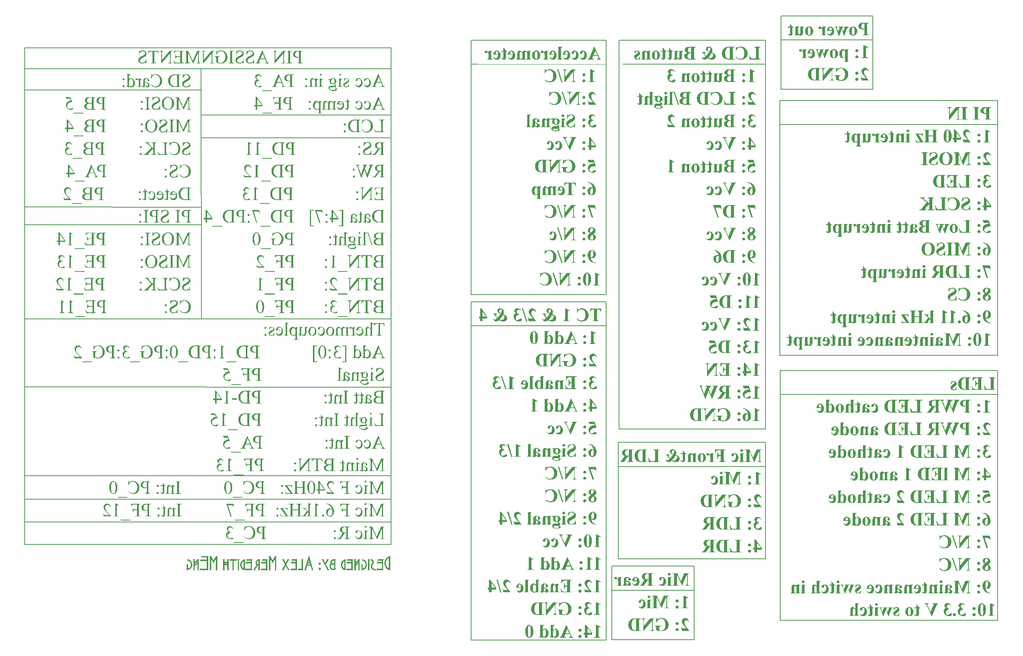
<source format=gbr>
%TF.GenerationSoftware,KiCad,Pcbnew,8.0.8*%
%TF.CreationDate,2025-03-14T14:35:35+00:00*%
%TF.ProjectId,Beehive_Monitor_main_PCB,42656568-6976-4655-9f4d-6f6e69746f72,rev?*%
%TF.SameCoordinates,Original*%
%TF.FileFunction,Legend,Bot*%
%TF.FilePolarity,Positive*%
%FSLAX46Y46*%
G04 Gerber Fmt 4.6, Leading zero omitted, Abs format (unit mm)*
G04 Created by KiCad (PCBNEW 8.0.8) date 2025-03-14 14:35:35*
%MOMM*%
%LPD*%
G01*
G04 APERTURE LIST*
%ADD10C,0.200000*%
%ADD11C,0.100000*%
%ADD12C,0.300000*%
G04 APERTURE END LIST*
D10*
X125840000Y-101140000D02*
X86630000Y-101110000D01*
X255165000Y-137559093D02*
X303755000Y-137559093D01*
X303755000Y-193309093D01*
X255165000Y-193309093D01*
X255165000Y-137559093D01*
X168210000Y-166280000D02*
X86690000Y-166280000D01*
X86580000Y-70250000D02*
X168310000Y-70250000D01*
X168310000Y-176360000D01*
X86580000Y-176360000D01*
X86580000Y-70250000D01*
X186230000Y-122280000D02*
X216310000Y-122280000D01*
X216310000Y-197660000D01*
X186230000Y-197660000D01*
X186230000Y-122280000D01*
X217615000Y-181220000D02*
X235975000Y-181220000D01*
X235975000Y-197630000D01*
X217615000Y-197630000D01*
X217615000Y-181220000D01*
X303830000Y-142939093D02*
X256450000Y-142939093D01*
X219020000Y-153620000D02*
X251930000Y-153620000D01*
X251930000Y-179600000D01*
X219020000Y-179600000D01*
X219020000Y-153620000D01*
X255350000Y-58480000D02*
X275820000Y-58480000D01*
X275820000Y-74880000D01*
X255350000Y-74880000D01*
X255350000Y-58480000D01*
X168240000Y-171380000D02*
X86640000Y-171380000D01*
X219190000Y-63900000D02*
X251930000Y-63900000D01*
X251930000Y-150580000D01*
X219190000Y-150580000D01*
X219190000Y-63900000D01*
X125890000Y-105100000D02*
X86610000Y-105100000D01*
X125880000Y-70310000D02*
X125959616Y-125940001D01*
X168220000Y-80580000D02*
X125930000Y-80610000D01*
X86580000Y-65650000D02*
X168310000Y-65650000D01*
X168310000Y-70250000D01*
X86580000Y-70250000D01*
X86580000Y-65650000D01*
X125830000Y-75030000D02*
X86620000Y-75030000D01*
X251700000Y-69230000D02*
X220100000Y-69220000D01*
X168170000Y-126080000D02*
X86660000Y-126030000D01*
X255140000Y-77350000D02*
X303750000Y-77350000D01*
X303750000Y-134210000D01*
X255140000Y-134210000D01*
X255140000Y-77350000D01*
X168190000Y-85670000D02*
X125970000Y-85670000D01*
X187660000Y-69230000D02*
X186250000Y-69230000D01*
X256450000Y-142939093D02*
X255240000Y-142940000D01*
X168230000Y-161060000D02*
X86670000Y-161050000D01*
X168210000Y-141260000D02*
X86620000Y-141220000D01*
X216310000Y-127610000D02*
X186270000Y-127610000D01*
X251930000Y-159000000D02*
X219000000Y-159000000D01*
X275830000Y-63860000D02*
X255420000Y-63860000D01*
D11*
X216160000Y-69230000D02*
X187660000Y-69230000D01*
D10*
X303760000Y-82680000D02*
X255150000Y-82700000D01*
X186210000Y-63900000D02*
X216310000Y-63900000D01*
X216310000Y-120620000D01*
X186210000Y-120620000D01*
X186210000Y-63900000D01*
X235925000Y-186600000D02*
X217675000Y-186600000D01*
D12*
G36*
X248225066Y-67168318D02*
G01*
X248330579Y-68200000D01*
X250811598Y-68200000D01*
X250811598Y-68106210D01*
X250718541Y-68106210D01*
X250568594Y-68085391D01*
X250522903Y-68065910D01*
X250440837Y-67973586D01*
X250419542Y-67819851D01*
X250418122Y-67731053D01*
X250418122Y-65855268D01*
X250423113Y-65700740D01*
X250440837Y-65605408D01*
X250532428Y-65517480D01*
X250676277Y-65481425D01*
X250718541Y-65480111D01*
X250811598Y-65480111D01*
X250811598Y-65386322D01*
X249321960Y-65386322D01*
X249321960Y-65480111D01*
X249443593Y-65480111D01*
X249593836Y-65500930D01*
X249639232Y-65520411D01*
X249723496Y-65612735D01*
X249744791Y-65766471D01*
X249746210Y-65855268D01*
X249746210Y-67633600D01*
X249742099Y-67781803D01*
X249721297Y-67906175D01*
X249624577Y-67994103D01*
X249475141Y-68010972D01*
X249375450Y-68012421D01*
X249142442Y-68012421D01*
X248985890Y-68001190D01*
X248840013Y-67963674D01*
X248771681Y-67932554D01*
X248649384Y-67844357D01*
X248549888Y-67730814D01*
X248515226Y-67679030D01*
X248442056Y-67540663D01*
X248384251Y-67398475D01*
X248334426Y-67250189D01*
X248310062Y-67168318D01*
X248225066Y-67168318D01*
G37*
G36*
X245273635Y-65339427D02*
G01*
X245273635Y-66324214D01*
X245354235Y-66324214D01*
X245401489Y-66163935D01*
X245463750Y-66020976D01*
X245541017Y-65895339D01*
X245647697Y-65772961D01*
X245692756Y-65732903D01*
X245820342Y-65642823D01*
X245956172Y-65578480D01*
X246100245Y-65539874D01*
X246252561Y-65527006D01*
X246412215Y-65541675D01*
X246563283Y-65585681D01*
X246705765Y-65659026D01*
X246733230Y-65677215D01*
X246858252Y-65779654D01*
X246960376Y-65900125D01*
X247039603Y-66038628D01*
X247052700Y-66068492D01*
X247103235Y-66207424D01*
X247141357Y-66353017D01*
X247167068Y-66505272D01*
X247180367Y-66664189D01*
X247182393Y-66757990D01*
X247177870Y-66918289D01*
X247164301Y-67072207D01*
X247141686Y-67219744D01*
X247104763Y-67380544D01*
X247087871Y-67438695D01*
X247033603Y-67582813D01*
X246956678Y-67722503D01*
X246862943Y-67838429D01*
X246791116Y-67902512D01*
X246653057Y-67985201D01*
X246508859Y-68033437D01*
X246345766Y-68056866D01*
X246267215Y-68059316D01*
X246106716Y-68048081D01*
X245954947Y-68014379D01*
X245811907Y-67958208D01*
X245784347Y-67944277D01*
X245658844Y-67866353D01*
X245544172Y-67774900D01*
X245426569Y-67662563D01*
X245321263Y-67547138D01*
X245321263Y-67788206D01*
X245440056Y-67900771D01*
X245561231Y-67996667D01*
X245684788Y-68075894D01*
X245810725Y-68138450D01*
X245960526Y-68190872D01*
X246105068Y-68223066D01*
X246260326Y-68241705D01*
X246404968Y-68246894D01*
X246569325Y-68240634D01*
X246726624Y-68221855D01*
X246876865Y-68190557D01*
X247020048Y-68146739D01*
X247156172Y-68090402D01*
X247199979Y-68068841D01*
X247344069Y-67983189D01*
X247473083Y-67882671D01*
X247587020Y-67767286D01*
X247685881Y-67637035D01*
X247735603Y-67555931D01*
X247808978Y-67407683D01*
X247864332Y-67255298D01*
X247901663Y-67098775D01*
X247920972Y-66938115D01*
X247923914Y-66844452D01*
X247916573Y-66696692D01*
X247889450Y-66527953D01*
X247850294Y-66386445D01*
X247796456Y-66247822D01*
X247727935Y-66112084D01*
X247715087Y-66089741D01*
X247631375Y-65961568D01*
X247537412Y-65844678D01*
X247433195Y-65739071D01*
X247318726Y-65644746D01*
X247194005Y-65561704D01*
X247150153Y-65536531D01*
X247015317Y-65469547D01*
X246877338Y-65416421D01*
X246712390Y-65371957D01*
X246567602Y-65348859D01*
X246419671Y-65339620D01*
X246394710Y-65339427D01*
X246245371Y-65346846D01*
X246091910Y-65369103D01*
X245934327Y-65406197D01*
X245793062Y-65450826D01*
X245772623Y-65458129D01*
X245633076Y-65505213D01*
X245531556Y-65527006D01*
X245417250Y-65482309D01*
X245355184Y-65345467D01*
X245354235Y-65339427D01*
X245273635Y-65339427D01*
G37*
G36*
X245004724Y-65480111D02*
G01*
X244911667Y-65480111D01*
X244869404Y-65481425D01*
X244725554Y-65517480D01*
X244633963Y-65605408D01*
X244616240Y-65700740D01*
X244611249Y-65855268D01*
X244611249Y-67731053D01*
X244612394Y-67822049D01*
X244629567Y-67973586D01*
X244725554Y-68071039D01*
X244761641Y-68086427D01*
X244911667Y-68106210D01*
X245004724Y-68106210D01*
X245004724Y-68200000D01*
X243753956Y-68200000D01*
X243657665Y-68199124D01*
X243507626Y-68192968D01*
X243358283Y-68175087D01*
X243323086Y-68168137D01*
X243173131Y-68132614D01*
X243022692Y-68084987D01*
X242876880Y-68022679D01*
X242758270Y-67954630D01*
X242638377Y-67865395D01*
X242529567Y-67761095D01*
X242520233Y-67750843D01*
X242424741Y-67626834D01*
X242349350Y-67496217D01*
X242284836Y-67348569D01*
X242257394Y-67269132D01*
X242219720Y-67120464D01*
X242197116Y-66964494D01*
X242190223Y-66815143D01*
X242933300Y-66815143D01*
X242934268Y-66898837D01*
X242942007Y-67057862D01*
X242957486Y-67205736D01*
X242987718Y-67374896D01*
X243030043Y-67526633D01*
X243096796Y-67685719D01*
X243180963Y-67819713D01*
X243267962Y-67913074D01*
X243402796Y-67999415D01*
X243544350Y-68044340D01*
X243706329Y-68059316D01*
X243719323Y-68059193D01*
X243867529Y-68027808D01*
X243923217Y-67966992D01*
X243934787Y-67899265D01*
X243939337Y-67750104D01*
X243939337Y-65527006D01*
X243918004Y-65526934D01*
X243761155Y-65531102D01*
X243599611Y-65548160D01*
X243446943Y-65590020D01*
X243420954Y-65602202D01*
X243288656Y-65692122D01*
X243184014Y-65807526D01*
X243102561Y-65938799D01*
X243062890Y-66024299D01*
X243013302Y-66165430D01*
X242975615Y-66322016D01*
X242949830Y-66494059D01*
X242937433Y-66649234D01*
X242933300Y-66815143D01*
X242190223Y-66815143D01*
X242189581Y-66801221D01*
X242189769Y-66774472D01*
X242198802Y-66617645D01*
X242221385Y-66467104D01*
X242257518Y-66322848D01*
X242307200Y-66184877D01*
X242382288Y-66031856D01*
X242446910Y-65929603D01*
X242552167Y-65800634D01*
X242674674Y-65688215D01*
X242814432Y-65592345D01*
X242947955Y-65523342D01*
X242967198Y-65514912D01*
X243112636Y-65463396D01*
X243276867Y-65424993D01*
X243432595Y-65402513D01*
X243602130Y-65389667D01*
X243753956Y-65386322D01*
X245004724Y-65386322D01*
X245004724Y-65480111D01*
G37*
G36*
X239255427Y-65339640D02*
G01*
X239405258Y-65353029D01*
X239561467Y-65393832D01*
X239701647Y-65461839D01*
X239825799Y-65557048D01*
X239927098Y-65672681D01*
X239999455Y-65801962D01*
X240042869Y-65944890D01*
X240057341Y-66101465D01*
X240052987Y-66198766D01*
X240030963Y-66346196D01*
X239999750Y-66466324D01*
X239950362Y-66605582D01*
X240052212Y-66648138D01*
X240193308Y-66715620D01*
X240340208Y-66799885D01*
X240468035Y-66890110D01*
X240590767Y-67000523D01*
X240676705Y-67104362D01*
X240749073Y-67232395D01*
X240797534Y-67388365D01*
X240811318Y-67537613D01*
X240803204Y-67642173D01*
X240760603Y-67789256D01*
X240681488Y-67924631D01*
X240580509Y-68035136D01*
X240551031Y-68060778D01*
X240420582Y-68146805D01*
X240270075Y-68206362D01*
X240121927Y-68236761D01*
X239958422Y-68246894D01*
X239927814Y-68246585D01*
X239777003Y-68235766D01*
X239629914Y-68209491D01*
X239486545Y-68167759D01*
X239400533Y-68134383D01*
X239267360Y-68071471D01*
X239129203Y-67993141D01*
X239002212Y-67910572D01*
X238902103Y-68000285D01*
X238777314Y-68098367D01*
X238649036Y-68176552D01*
X238630753Y-68185070D01*
X238489974Y-68231438D01*
X238342756Y-68246894D01*
X238296502Y-68245257D01*
X238144713Y-68213741D01*
X238008632Y-68142114D01*
X237914385Y-68060140D01*
X237811641Y-67939235D01*
X237723233Y-67806268D01*
X237648129Y-67670237D01*
X237732393Y-67624808D01*
X237755863Y-67660556D01*
X237863368Y-67774834D01*
X238008632Y-67824842D01*
X238047631Y-67822318D01*
X238157038Y-67783810D01*
X239131905Y-67783810D01*
X239209419Y-67826172D01*
X239345861Y-67884926D01*
X239375850Y-67894636D01*
X239521716Y-67918632D01*
X239551398Y-67917717D01*
X239700001Y-67885710D01*
X239838988Y-67814584D01*
X239915283Y-67757202D01*
X240019079Y-67651037D01*
X240110097Y-67520760D01*
X240153780Y-67437342D01*
X240203703Y-67294014D01*
X240222205Y-67138276D01*
X240200953Y-67012181D01*
X240125484Y-66883286D01*
X240025785Y-66803038D01*
X239892477Y-66736008D01*
X239822891Y-66871150D01*
X239746023Y-67005102D01*
X239661873Y-67137864D01*
X239570443Y-67269434D01*
X239471730Y-67399814D01*
X239365737Y-67529003D01*
X239252461Y-67657002D01*
X239131905Y-67783810D01*
X238157038Y-67783810D01*
X238190348Y-67772086D01*
X238300292Y-67698893D01*
X238420445Y-67602653D01*
X238532533Y-67503175D01*
X238433146Y-67380462D01*
X238332098Y-67246659D01*
X238244423Y-67119725D01*
X238161772Y-66985136D01*
X238129578Y-66929712D01*
X238049072Y-66804569D01*
X237947815Y-66689846D01*
X237863586Y-66642342D01*
X237720669Y-66605582D01*
X237720669Y-66511793D01*
X238577962Y-66511793D01*
X238577962Y-66605582D01*
X238536531Y-66611902D01*
X238402840Y-66677390D01*
X238395564Y-66684909D01*
X238342756Y-66821737D01*
X238343938Y-66851965D01*
X238378514Y-66997129D01*
X238449440Y-67138717D01*
X238542530Y-67272299D01*
X238645373Y-67393998D01*
X238754286Y-67277746D01*
X238856444Y-67163463D01*
X238951848Y-67051150D01*
X239061603Y-66913527D01*
X239160804Y-66778981D01*
X239249451Y-66647512D01*
X239327543Y-66519120D01*
X239172198Y-66457842D01*
X239036346Y-66393898D01*
X238904959Y-66317557D01*
X238776531Y-66217236D01*
X238684568Y-66107685D01*
X238642633Y-66015736D01*
X239032986Y-66015736D01*
X239041818Y-66099476D01*
X239107725Y-66234822D01*
X239128447Y-66257353D01*
X239255759Y-66343815D01*
X239397885Y-66404815D01*
X239441127Y-66308687D01*
X239503813Y-66161222D01*
X239554689Y-66020132D01*
X239570628Y-65956994D01*
X239587662Y-65806175D01*
X239582214Y-65738221D01*
X239518785Y-65602477D01*
X239491729Y-65576828D01*
X239352456Y-65527006D01*
X239276185Y-65539300D01*
X239154619Y-65631053D01*
X239095822Y-65724878D01*
X239047359Y-65867468D01*
X239032986Y-66015736D01*
X238642633Y-66015736D01*
X238622748Y-65972136D01*
X238602142Y-65820830D01*
X238610276Y-65738834D01*
X238668545Y-65598836D01*
X238772135Y-65483775D01*
X238793856Y-65466295D01*
X238930207Y-65390315D01*
X239078957Y-65350845D01*
X239233021Y-65339427D01*
X239255427Y-65339640D01*
G37*
G36*
X236346071Y-65480111D02*
G01*
X236228547Y-65483921D01*
X236084487Y-65512351D01*
X235986301Y-65597348D01*
X235963787Y-65704921D01*
X235958457Y-65855268D01*
X235958457Y-67731053D01*
X235961176Y-67844397D01*
X235986301Y-67988974D01*
X236083754Y-68073970D01*
X236192090Y-68099126D01*
X236346071Y-68106210D01*
X236346071Y-68200000D01*
X234926043Y-68200000D01*
X234782245Y-68196061D01*
X234614862Y-68180061D01*
X234461218Y-68151754D01*
X234294980Y-68101539D01*
X234148526Y-68033601D01*
X234021856Y-67947941D01*
X233910939Y-67836658D01*
X233831713Y-67711636D01*
X233784177Y-67572875D01*
X233772215Y-67457745D01*
X234493733Y-67457745D01*
X234494022Y-67479235D01*
X234514619Y-67632378D01*
X234567739Y-67771353D01*
X234658047Y-67894818D01*
X234780963Y-67985310D01*
X234789689Y-67989863D01*
X234936120Y-68043055D01*
X235085045Y-68059316D01*
X235111870Y-68058400D01*
X235252840Y-68000697D01*
X235274824Y-67972352D01*
X235309260Y-67827041D01*
X235307794Y-67720062D01*
X235307794Y-66793161D01*
X235288210Y-66793101D01*
X235125800Y-66799586D01*
X234974575Y-66821611D01*
X234833719Y-66868632D01*
X234795045Y-66889125D01*
X234676635Y-66980688D01*
X234584591Y-67103105D01*
X234553714Y-67163349D01*
X234508728Y-67303775D01*
X234493733Y-67457745D01*
X233772215Y-67457745D01*
X233768332Y-67420376D01*
X233773967Y-67328563D01*
X233812510Y-67177185D01*
X233887568Y-67043658D01*
X233999141Y-66927983D01*
X234108183Y-66856100D01*
X234254783Y-66790476D01*
X234394772Y-66743763D01*
X234557480Y-66700837D01*
X234468648Y-66676565D01*
X234311936Y-66621977D01*
X234169026Y-66550931D01*
X234042372Y-66450244D01*
X233978258Y-66368361D01*
X233916434Y-66235234D01*
X233895826Y-66089741D01*
X233896266Y-66083147D01*
X234588255Y-66083147D01*
X234588544Y-66106606D01*
X234606756Y-66256071D01*
X234662260Y-66395289D01*
X234752569Y-66503916D01*
X234875484Y-66585066D01*
X235001537Y-66626144D01*
X235155102Y-66647145D01*
X235307794Y-66652477D01*
X235307794Y-65527006D01*
X235167568Y-65530028D01*
X235021395Y-65545398D01*
X234871088Y-65588555D01*
X234757165Y-65660511D01*
X234661528Y-65773203D01*
X234652655Y-65788581D01*
X234602280Y-65930776D01*
X234588255Y-66083147D01*
X233896266Y-66083147D01*
X233901366Y-66006804D01*
X233941050Y-65858359D01*
X234011598Y-65727773D01*
X234074429Y-65648043D01*
X234188597Y-65548198D01*
X234326671Y-65472051D01*
X234381053Y-65451958D01*
X234535394Y-65416545D01*
X234686051Y-65398378D01*
X234836507Y-65389336D01*
X235006643Y-65386322D01*
X236346071Y-65386322D01*
X236346071Y-65480111D01*
G37*
G36*
X231632428Y-66277320D02*
G01*
X231632428Y-67777948D01*
X231624574Y-67931661D01*
X231591395Y-68040265D01*
X231454512Y-68102134D01*
X231424333Y-68106210D01*
X231424333Y-68200000D01*
X232209818Y-68200000D01*
X232209818Y-67942079D01*
X232313236Y-68052435D01*
X232434150Y-68147584D01*
X232486057Y-68177285D01*
X232632236Y-68229492D01*
X232784585Y-68246826D01*
X232795268Y-68246894D01*
X232948958Y-68222165D01*
X233084696Y-68147976D01*
X233190575Y-68040814D01*
X233254689Y-67917166D01*
X233284241Y-67763393D01*
X233295218Y-67607359D01*
X233297920Y-67454815D01*
X233297920Y-66699371D01*
X233305634Y-66546300D01*
X233338220Y-66438520D01*
X233475504Y-66375689D01*
X233506015Y-66371109D01*
X233506015Y-66277320D01*
X232720530Y-66277320D01*
X232720530Y-67581577D01*
X232716883Y-67732685D01*
X232701479Y-67845359D01*
X232639197Y-67934752D01*
X232541011Y-67965526D01*
X232407655Y-67926692D01*
X232297966Y-67826329D01*
X232209818Y-67714200D01*
X232209818Y-66699371D01*
X232217532Y-66546300D01*
X232250118Y-66438520D01*
X232387402Y-66375689D01*
X232417913Y-66371109D01*
X232417913Y-66277320D01*
X231632428Y-66277320D01*
G37*
G36*
X230392651Y-65573900D02*
G01*
X230392651Y-66277320D01*
X229935429Y-66277320D01*
X229935429Y-66464898D01*
X230392651Y-66464898D01*
X230392651Y-67644591D01*
X230387783Y-67793793D01*
X230377264Y-67858548D01*
X230323042Y-67936217D01*
X230250502Y-67965526D01*
X230112168Y-67912587D01*
X230011964Y-67800662D01*
X229996978Y-67777948D01*
X229935429Y-67826308D01*
X230005393Y-67969242D01*
X230105510Y-68098621D01*
X230225543Y-68187749D01*
X230365492Y-68236626D01*
X230477648Y-68246894D01*
X230627133Y-68226979D01*
X230763328Y-68161441D01*
X230787592Y-68142847D01*
X230891456Y-68032937D01*
X230949525Y-67911304D01*
X230966114Y-67753782D01*
X230969721Y-67599952D01*
X230970041Y-67525157D01*
X230970041Y-66464898D01*
X231221367Y-66464898D01*
X231221367Y-66393824D01*
X231096483Y-66302920D01*
X230981215Y-66209726D01*
X230863035Y-66102145D01*
X230779532Y-66016468D01*
X230680556Y-65901476D01*
X230588882Y-65779064D01*
X230504512Y-65649234D01*
X230460795Y-65573900D01*
X230392651Y-65573900D01*
G37*
G36*
X228994605Y-65573900D02*
G01*
X228994605Y-66277320D01*
X228537383Y-66277320D01*
X228537383Y-66464898D01*
X228994605Y-66464898D01*
X228994605Y-67644591D01*
X228989737Y-67793793D01*
X228979218Y-67858548D01*
X228924996Y-67936217D01*
X228852456Y-67965526D01*
X228714122Y-67912587D01*
X228613918Y-67800662D01*
X228598932Y-67777948D01*
X228537383Y-67826308D01*
X228607347Y-67969242D01*
X228707464Y-68098621D01*
X228827497Y-68187749D01*
X228967446Y-68236626D01*
X229079602Y-68246894D01*
X229229087Y-68226979D01*
X229365282Y-68161441D01*
X229389546Y-68142847D01*
X229493410Y-68032937D01*
X229551479Y-67911304D01*
X229568068Y-67753782D01*
X229571675Y-67599952D01*
X229571995Y-67525157D01*
X229571995Y-66464898D01*
X229823321Y-66464898D01*
X229823321Y-66393824D01*
X229698437Y-66302920D01*
X229583169Y-66209726D01*
X229464989Y-66102145D01*
X229381486Y-66016468D01*
X229282510Y-65901476D01*
X229190836Y-65779064D01*
X229106466Y-65649234D01*
X229062749Y-65573900D01*
X228994605Y-65573900D01*
G37*
G36*
X227554759Y-66235176D02*
G01*
X227719547Y-66266357D01*
X227867294Y-66326639D01*
X227998001Y-66416022D01*
X228111667Y-66534508D01*
X228180693Y-66632091D01*
X228257675Y-66777304D01*
X228311726Y-66932544D01*
X228342846Y-67097813D01*
X228351270Y-67247452D01*
X228347606Y-67345237D01*
X228323563Y-67509143D01*
X228277081Y-67663863D01*
X228208159Y-67809396D01*
X228116796Y-67945743D01*
X228038411Y-68032500D01*
X227912262Y-68129257D01*
X227766969Y-68197192D01*
X227602533Y-68236307D01*
X227446350Y-68246894D01*
X227286861Y-68235302D01*
X227140871Y-68200526D01*
X226987609Y-68130652D01*
X226852719Y-68029222D01*
X226751723Y-67917166D01*
X226691774Y-67828749D01*
X226624915Y-67694085D01*
X226577972Y-67546728D01*
X226550944Y-67386679D01*
X226543628Y-67239392D01*
X226546383Y-67152785D01*
X226555638Y-67078925D01*
X227149595Y-67078925D01*
X227150236Y-67220021D01*
X227152841Y-67379003D01*
X227158611Y-67544279D01*
X227168989Y-67701939D01*
X227190628Y-67861479D01*
X227212795Y-67933893D01*
X227298339Y-68054919D01*
X227310156Y-68064086D01*
X227452944Y-68106210D01*
X227493351Y-68102599D01*
X227622205Y-68030739D01*
X227677142Y-67951519D01*
X227718925Y-67810921D01*
X227732739Y-67701911D01*
X227744125Y-67549532D01*
X227747501Y-67402791D01*
X227746379Y-67231257D01*
X227743013Y-67076973D01*
X227736419Y-66921772D01*
X227724054Y-66759455D01*
X227720834Y-66731111D01*
X227693219Y-66586168D01*
X227625136Y-66449511D01*
X227585522Y-66415210D01*
X227444152Y-66371109D01*
X227304200Y-66413607D01*
X227252303Y-66468012D01*
X227189162Y-66602651D01*
X227184371Y-66619710D01*
X227160762Y-66771894D01*
X227152068Y-66919190D01*
X227149595Y-67078925D01*
X226555638Y-67078925D01*
X226565227Y-67002392D01*
X226601922Y-66859070D01*
X226656468Y-66722819D01*
X226670888Y-66693747D01*
X226755181Y-66561012D01*
X226859795Y-66449314D01*
X226984731Y-66358653D01*
X227011890Y-66343125D01*
X227151896Y-66280514D01*
X227298914Y-66242947D01*
X227452944Y-66230425D01*
X227554759Y-66235176D01*
G37*
G36*
X225476043Y-66277320D02*
G01*
X225476043Y-66558688D01*
X225375340Y-66451475D01*
X225260346Y-66353569D01*
X225191744Y-66308827D01*
X225050327Y-66250026D01*
X224898653Y-66230425D01*
X224746723Y-66250200D01*
X224611022Y-66315276D01*
X224587243Y-66333740D01*
X224484112Y-66448961D01*
X224422379Y-66589462D01*
X224398712Y-66745171D01*
X224390984Y-66901391D01*
X224389406Y-67035694D01*
X224389406Y-67777948D01*
X224381693Y-67932161D01*
X224349106Y-68040997D01*
X224211823Y-68102146D01*
X224181311Y-68106210D01*
X224181311Y-68200000D01*
X225156573Y-68200000D01*
X225156573Y-68106210D01*
X225019793Y-68045374D01*
X224999769Y-68020481D01*
X224969405Y-67875340D01*
X224966796Y-67777948D01*
X224966796Y-66933845D01*
X224969475Y-66783303D01*
X224985847Y-66640020D01*
X225048862Y-66545498D01*
X225146315Y-66511793D01*
X225286276Y-66565969D01*
X225388343Y-66681374D01*
X225466493Y-66819859D01*
X225476043Y-66840055D01*
X225476043Y-67777948D01*
X225468329Y-67928715D01*
X225435743Y-68038066D01*
X225299644Y-68104313D01*
X225286266Y-68106210D01*
X225286266Y-68200000D01*
X226260795Y-68200000D01*
X226260795Y-68106210D01*
X226117913Y-68060186D01*
X226087871Y-68032205D01*
X226055482Y-67883377D01*
X226052700Y-67777948D01*
X226052700Y-66699371D01*
X226060414Y-66546300D01*
X226093000Y-66438520D01*
X226230284Y-66375689D01*
X226260795Y-66371109D01*
X226260795Y-66277320D01*
X225476043Y-66277320D01*
G37*
G36*
X222709260Y-66230425D02*
G01*
X222678485Y-66886950D01*
X222748094Y-66886950D01*
X222811659Y-66749976D01*
X222892659Y-66611859D01*
X222992127Y-66494668D01*
X223008946Y-66480286D01*
X223135180Y-66401922D01*
X223277857Y-66371109D01*
X223418426Y-66424058D01*
X223422205Y-66427529D01*
X223481556Y-66557222D01*
X223440523Y-66664200D01*
X223326696Y-66768915D01*
X223208477Y-66857091D01*
X223071960Y-66951430D01*
X222949203Y-67037638D01*
X222833294Y-67129034D01*
X222724988Y-67232590D01*
X222673356Y-67298011D01*
X222604459Y-67438682D01*
X222578212Y-67583338D01*
X222577369Y-67616015D01*
X222595079Y-67764478D01*
X222648209Y-67910366D01*
X222657969Y-67929623D01*
X222747495Y-68057575D01*
X222866324Y-68154293D01*
X222884382Y-68164829D01*
X223028531Y-68223733D01*
X223175271Y-68246173D01*
X223208248Y-68246894D01*
X223357838Y-68230633D01*
X223506954Y-68194209D01*
X223576810Y-68172889D01*
X223661074Y-68153105D01*
X223774647Y-68246894D01*
X223842791Y-68246894D01*
X223875764Y-67590369D01*
X223805422Y-67590369D01*
X223747687Y-67725249D01*
X223670894Y-67851186D01*
X223571049Y-67960626D01*
X223551165Y-67977250D01*
X223422497Y-68060747D01*
X223281246Y-68104195D01*
X223244884Y-68106210D01*
X223103520Y-68063436D01*
X223082951Y-68046127D01*
X223020183Y-67910200D01*
X223019937Y-67899581D01*
X223061052Y-67757443D01*
X223082219Y-67729588D01*
X223199684Y-67625620D01*
X223318947Y-67539259D01*
X223357725Y-67512700D01*
X223485196Y-67422435D01*
X223604688Y-67331382D01*
X223723376Y-67227271D01*
X223765854Y-67180774D01*
X223848905Y-67049982D01*
X223893624Y-66909298D01*
X223902142Y-66810013D01*
X223884046Y-66662902D01*
X223829759Y-66525835D01*
X223749002Y-66409944D01*
X223627023Y-66307737D01*
X223488034Y-66251638D01*
X223340062Y-66231126D01*
X223304235Y-66230425D01*
X223150179Y-66247095D01*
X223010743Y-66293001D01*
X223001618Y-66297103D01*
X222910760Y-66324214D01*
X222851409Y-66310293D01*
X222778869Y-66230425D01*
X222709260Y-66230425D01*
G37*
G36*
X248466133Y-70379427D02*
G01*
X248466133Y-72677264D01*
X248463449Y-72825485D01*
X248448743Y-72971787D01*
X248443419Y-72991605D01*
X248348897Y-73102979D01*
X248200333Y-73142791D01*
X248118087Y-73146210D01*
X248054340Y-73146210D01*
X248054340Y-73240000D01*
X249525659Y-73240000D01*
X249525659Y-73146210D01*
X249451653Y-73146210D01*
X249297964Y-73136318D01*
X249195931Y-73106643D01*
X249092616Y-72998199D01*
X249069980Y-72851829D01*
X249065532Y-72692839D01*
X249065505Y-72677264D01*
X249065505Y-71223531D01*
X249070268Y-71072405D01*
X249084556Y-70991256D01*
X249153433Y-70910655D01*
X249269937Y-70876217D01*
X249418658Y-70901977D01*
X249524926Y-70942163D01*
X249562295Y-70848374D01*
X248534277Y-70379427D01*
X248466133Y-70379427D01*
G37*
G36*
X247037313Y-71270425D02*
G01*
X246890842Y-71300796D01*
X246795512Y-71366413D01*
X246711696Y-71494605D01*
X246695129Y-71598688D01*
X246730518Y-71746322D01*
X246795512Y-71830963D01*
X246921067Y-71908577D01*
X247037313Y-71926950D01*
X247184016Y-71896579D01*
X247279846Y-71830963D01*
X247363051Y-71702770D01*
X247379497Y-71598688D01*
X247344366Y-71451053D01*
X247279846Y-71366413D01*
X247153699Y-71288798D01*
X247037313Y-71270425D01*
G37*
G36*
X247039511Y-72630369D02*
G01*
X246891262Y-72660972D01*
X246795512Y-72727090D01*
X246711696Y-72855635D01*
X246695129Y-72959364D01*
X246730776Y-73106999D01*
X246796245Y-73191639D01*
X246922984Y-73268662D01*
X247039511Y-73286894D01*
X247186214Y-73256755D01*
X247282044Y-73191639D01*
X247365249Y-73063447D01*
X247381695Y-72959364D01*
X247346564Y-72812084D01*
X247282044Y-72727090D01*
X247155898Y-72648882D01*
X247039511Y-72630369D01*
G37*
G36*
X245206224Y-70520111D02*
G01*
X245088701Y-70523921D01*
X244944640Y-70552351D01*
X244846454Y-70637348D01*
X244823940Y-70744921D01*
X244818611Y-70895268D01*
X244818611Y-72771053D01*
X244821330Y-72884397D01*
X244846454Y-73028974D01*
X244943907Y-73113970D01*
X245052244Y-73139126D01*
X245206224Y-73146210D01*
X245206224Y-73240000D01*
X243786196Y-73240000D01*
X243642398Y-73236061D01*
X243475016Y-73220061D01*
X243321372Y-73191754D01*
X243155134Y-73141539D01*
X243008680Y-73073601D01*
X242882009Y-72987941D01*
X242771092Y-72876658D01*
X242691866Y-72751636D01*
X242644330Y-72612875D01*
X242632368Y-72497745D01*
X243353886Y-72497745D01*
X243354176Y-72519235D01*
X243374773Y-72672378D01*
X243427892Y-72811353D01*
X243518201Y-72934818D01*
X243641116Y-73025310D01*
X243649842Y-73029863D01*
X243796273Y-73083055D01*
X243945198Y-73099316D01*
X243972023Y-73098400D01*
X244112993Y-73040697D01*
X244134977Y-73012352D01*
X244169413Y-72867041D01*
X244167948Y-72760062D01*
X244167948Y-71833161D01*
X244148364Y-71833101D01*
X243985954Y-71839586D01*
X243834728Y-71861611D01*
X243693872Y-71908632D01*
X243655198Y-71929125D01*
X243536788Y-72020688D01*
X243444745Y-72143105D01*
X243413867Y-72203349D01*
X243368882Y-72343775D01*
X243353886Y-72497745D01*
X242632368Y-72497745D01*
X242628485Y-72460376D01*
X242634120Y-72368563D01*
X242672664Y-72217185D01*
X242747722Y-72083658D01*
X242859295Y-71967983D01*
X242968337Y-71896100D01*
X243114937Y-71830476D01*
X243254925Y-71783763D01*
X243417634Y-71740837D01*
X243328802Y-71716565D01*
X243172090Y-71661977D01*
X243029180Y-71590931D01*
X242902526Y-71490244D01*
X242838412Y-71408361D01*
X242776588Y-71275234D01*
X242755980Y-71129741D01*
X242756420Y-71123147D01*
X243448408Y-71123147D01*
X243448698Y-71146606D01*
X243466910Y-71296071D01*
X243522414Y-71435289D01*
X243612723Y-71543916D01*
X243735638Y-71625066D01*
X243861690Y-71666144D01*
X244015256Y-71687145D01*
X244167948Y-71692477D01*
X244167948Y-70567006D01*
X244027722Y-70570028D01*
X243881548Y-70585398D01*
X243731242Y-70628555D01*
X243617318Y-70700511D01*
X243521681Y-70813203D01*
X243512808Y-70828581D01*
X243462433Y-70970776D01*
X243448408Y-71123147D01*
X242756420Y-71123147D01*
X242761520Y-71046804D01*
X242801203Y-70898359D01*
X242871751Y-70767773D01*
X242934583Y-70688043D01*
X243048751Y-70588198D01*
X243186824Y-70512051D01*
X243241207Y-70491958D01*
X243395548Y-70456545D01*
X243546205Y-70438378D01*
X243696660Y-70429336D01*
X243866796Y-70426322D01*
X245206224Y-70426322D01*
X245206224Y-70520111D01*
G37*
G36*
X240492581Y-71317320D02*
G01*
X240492581Y-72817948D01*
X240484728Y-72971661D01*
X240451549Y-73080265D01*
X240314666Y-73142134D01*
X240284487Y-73146210D01*
X240284487Y-73240000D01*
X241069972Y-73240000D01*
X241069972Y-72982079D01*
X241173389Y-73092435D01*
X241294304Y-73187584D01*
X241346210Y-73217285D01*
X241492390Y-73269492D01*
X241644738Y-73286826D01*
X241655422Y-73286894D01*
X241809112Y-73262165D01*
X241944849Y-73187976D01*
X242050729Y-73080814D01*
X242114842Y-72957166D01*
X242144395Y-72803393D01*
X242155372Y-72647359D01*
X242158073Y-72494815D01*
X242158073Y-71739371D01*
X242165787Y-71586300D01*
X242198374Y-71478520D01*
X242335657Y-71415689D01*
X242366168Y-71411109D01*
X242366168Y-71317320D01*
X241580683Y-71317320D01*
X241580683Y-72621577D01*
X241577037Y-72772685D01*
X241561632Y-72885359D01*
X241499351Y-72974752D01*
X241401165Y-73005526D01*
X241267808Y-72966692D01*
X241158119Y-72866329D01*
X241069972Y-72754200D01*
X241069972Y-71739371D01*
X241077685Y-71586300D01*
X241110272Y-71478520D01*
X241247555Y-71415689D01*
X241278066Y-71411109D01*
X241278066Y-71317320D01*
X240492581Y-71317320D01*
G37*
G36*
X239252805Y-70613900D02*
G01*
X239252805Y-71317320D01*
X238795582Y-71317320D01*
X238795582Y-71504898D01*
X239252805Y-71504898D01*
X239252805Y-72684591D01*
X239247936Y-72833793D01*
X239237418Y-72898548D01*
X239183196Y-72976217D01*
X239110655Y-73005526D01*
X238972321Y-72952587D01*
X238872118Y-72840662D01*
X238857131Y-72817948D01*
X238795582Y-72866308D01*
X238865546Y-73009242D01*
X238965664Y-73138621D01*
X239085697Y-73227749D01*
X239225645Y-73276626D01*
X239337801Y-73286894D01*
X239487287Y-73266979D01*
X239623482Y-73201441D01*
X239647745Y-73182847D01*
X239751610Y-73072937D01*
X239809678Y-72951304D01*
X239826268Y-72793782D01*
X239829874Y-72639952D01*
X239830195Y-72565157D01*
X239830195Y-71504898D01*
X240081521Y-71504898D01*
X240081521Y-71433824D01*
X239956636Y-71342920D01*
X239841369Y-71249726D01*
X239723189Y-71142145D01*
X239639685Y-71056468D01*
X239540709Y-70941476D01*
X239449036Y-70819064D01*
X239364665Y-70689234D01*
X239320949Y-70613900D01*
X239252805Y-70613900D01*
G37*
G36*
X237854759Y-70613900D02*
G01*
X237854759Y-71317320D01*
X237397536Y-71317320D01*
X237397536Y-71504898D01*
X237854759Y-71504898D01*
X237854759Y-72684591D01*
X237849890Y-72833793D01*
X237839371Y-72898548D01*
X237785150Y-72976217D01*
X237712609Y-73005526D01*
X237574275Y-72952587D01*
X237474072Y-72840662D01*
X237459085Y-72817948D01*
X237397536Y-72866308D01*
X237467500Y-73009242D01*
X237567618Y-73138621D01*
X237687651Y-73227749D01*
X237827599Y-73276626D01*
X237939755Y-73286894D01*
X238089240Y-73266979D01*
X238225436Y-73201441D01*
X238249699Y-73182847D01*
X238353564Y-73072937D01*
X238411632Y-72951304D01*
X238428222Y-72793782D01*
X238431828Y-72639952D01*
X238432149Y-72565157D01*
X238432149Y-71504898D01*
X238683475Y-71504898D01*
X238683475Y-71433824D01*
X238558590Y-71342920D01*
X238443323Y-71249726D01*
X238325143Y-71142145D01*
X238241639Y-71056468D01*
X238142663Y-70941476D01*
X238050990Y-70819064D01*
X237966619Y-70689234D01*
X237922903Y-70613900D01*
X237854759Y-70613900D01*
G37*
G36*
X236414913Y-71275176D02*
G01*
X236579700Y-71306357D01*
X236727447Y-71366639D01*
X236858154Y-71456022D01*
X236971821Y-71574508D01*
X237040847Y-71672091D01*
X237117828Y-71817304D01*
X237171879Y-71972544D01*
X237203000Y-72137813D01*
X237211423Y-72287452D01*
X237207759Y-72385237D01*
X237183717Y-72549143D01*
X237137234Y-72703863D01*
X237068312Y-72849396D01*
X236976950Y-72985743D01*
X236898564Y-73072500D01*
X236772416Y-73169257D01*
X236627123Y-73237192D01*
X236462686Y-73276307D01*
X236306503Y-73286894D01*
X236147015Y-73275302D01*
X236001024Y-73240526D01*
X235847762Y-73170652D01*
X235712873Y-73069222D01*
X235611877Y-72957166D01*
X235551927Y-72868749D01*
X235485069Y-72734085D01*
X235438126Y-72586728D01*
X235411098Y-72426679D01*
X235403782Y-72279392D01*
X235406537Y-72192785D01*
X235415791Y-72118925D01*
X236009748Y-72118925D01*
X236010389Y-72260021D01*
X236012994Y-72419003D01*
X236018764Y-72584279D01*
X236029143Y-72741939D01*
X236050781Y-72901479D01*
X236072949Y-72973893D01*
X236158492Y-73094919D01*
X236170310Y-73104086D01*
X236313098Y-73146210D01*
X236353505Y-73142599D01*
X236482358Y-73070739D01*
X236537296Y-72991519D01*
X236579078Y-72850921D01*
X236592892Y-72741911D01*
X236604278Y-72589532D01*
X236607655Y-72442791D01*
X236606533Y-72271257D01*
X236603167Y-72116973D01*
X236596572Y-71961772D01*
X236584207Y-71799455D01*
X236580987Y-71771111D01*
X236553373Y-71626168D01*
X236485289Y-71489511D01*
X236445676Y-71455210D01*
X236304305Y-71411109D01*
X236164354Y-71453607D01*
X236112456Y-71508012D01*
X236049316Y-71642651D01*
X236044524Y-71659710D01*
X236020915Y-71811894D01*
X236012221Y-71959190D01*
X236009748Y-72118925D01*
X235415791Y-72118925D01*
X235425380Y-72042392D01*
X235462075Y-71899070D01*
X235516622Y-71762819D01*
X235531042Y-71733747D01*
X235615334Y-71601012D01*
X235719948Y-71489314D01*
X235844884Y-71398653D01*
X235872044Y-71383125D01*
X236012050Y-71320514D01*
X236159067Y-71282947D01*
X236313098Y-71270425D01*
X236414913Y-71275176D01*
G37*
G36*
X234336196Y-71317320D02*
G01*
X234336196Y-71598688D01*
X234235493Y-71491475D01*
X234120499Y-71393569D01*
X234051898Y-71348827D01*
X233910481Y-71290026D01*
X233758806Y-71270425D01*
X233606877Y-71290200D01*
X233471175Y-71355276D01*
X233447397Y-71373740D01*
X233344265Y-71488961D01*
X233282533Y-71629462D01*
X233258866Y-71785171D01*
X233251138Y-71941391D01*
X233249560Y-72075694D01*
X233249560Y-72817948D01*
X233241846Y-72972161D01*
X233209260Y-73080997D01*
X233071976Y-73142146D01*
X233041465Y-73146210D01*
X233041465Y-73240000D01*
X234016727Y-73240000D01*
X234016727Y-73146210D01*
X233879947Y-73085374D01*
X233859923Y-73060481D01*
X233829558Y-72915340D01*
X233826950Y-72817948D01*
X233826950Y-71973845D01*
X233829629Y-71823303D01*
X233846001Y-71680020D01*
X233909016Y-71585498D01*
X234006468Y-71551793D01*
X234146430Y-71605969D01*
X234248496Y-71721374D01*
X234326646Y-71859859D01*
X234336196Y-71880055D01*
X234336196Y-72817948D01*
X234328483Y-72968715D01*
X234295896Y-73078066D01*
X234159798Y-73144313D01*
X234146420Y-73146210D01*
X234146420Y-73240000D01*
X235120949Y-73240000D01*
X235120949Y-73146210D01*
X234978066Y-73100186D01*
X234948025Y-73072205D01*
X234915636Y-72923377D01*
X234912854Y-72817948D01*
X234912854Y-71739371D01*
X234920567Y-71586300D01*
X234953154Y-71478520D01*
X235090437Y-71415689D01*
X235120949Y-71411109D01*
X235120949Y-71317320D01*
X234336196Y-71317320D01*
G37*
G36*
X231255806Y-71692477D02*
G01*
X231255806Y-71645582D01*
X231111245Y-71598938D01*
X230969372Y-71539239D01*
X230930474Y-71516622D01*
X230821951Y-71410939D01*
X230773670Y-71334173D01*
X230720347Y-71194760D01*
X230707725Y-71085045D01*
X230735095Y-70932503D01*
X230817205Y-70801857D01*
X230832288Y-70786092D01*
X230952922Y-70700440D01*
X231096838Y-70662753D01*
X231142233Y-70660795D01*
X231297726Y-70681429D01*
X231439426Y-70743330D01*
X231567330Y-70846499D01*
X231632428Y-70921646D01*
X231709364Y-70895268D01*
X231619147Y-70760743D01*
X231515830Y-70646504D01*
X231399414Y-70552551D01*
X231329078Y-70509120D01*
X231194605Y-70446427D01*
X231051669Y-70404251D01*
X230900271Y-70382594D01*
X230812505Y-70379427D01*
X230657346Y-70391773D01*
X230503845Y-70434448D01*
X230370237Y-70507607D01*
X230334033Y-70535498D01*
X230226403Y-70649031D01*
X230159943Y-70787105D01*
X230144989Y-70900397D01*
X230172810Y-71050707D01*
X230232916Y-71163447D01*
X230336718Y-71274998D01*
X230462364Y-71360997D01*
X230507690Y-71385464D01*
X230381131Y-71461050D01*
X230261719Y-71556047D01*
X230156152Y-71673932D01*
X230139860Y-71696873D01*
X230067690Y-71834901D01*
X230028077Y-71979615D01*
X230013593Y-72125519D01*
X230013098Y-72159958D01*
X230024226Y-72331141D01*
X230057611Y-72492433D01*
X230113253Y-72643833D01*
X230191151Y-72785341D01*
X230291306Y-72916958D01*
X230329637Y-72958632D01*
X230455663Y-73070190D01*
X230596888Y-73158667D01*
X230753311Y-73224063D01*
X230895274Y-73260928D01*
X231047791Y-73281765D01*
X231177404Y-73286894D01*
X231342725Y-73278285D01*
X231500029Y-73248017D01*
X231639190Y-73188826D01*
X231694710Y-73149141D01*
X231786186Y-73030088D01*
X231811946Y-72899281D01*
X231776743Y-72756213D01*
X231743803Y-72709504D01*
X231614204Y-72632301D01*
X231586999Y-72630369D01*
X231459504Y-72659678D01*
X231334857Y-72752148D01*
X231225764Y-72840662D01*
X231102402Y-72927602D01*
X230961168Y-72989426D01*
X230849141Y-73005526D01*
X230699409Y-72970578D01*
X230587557Y-72881695D01*
X230509193Y-72750427D01*
X230479340Y-72601763D01*
X230478381Y-72566622D01*
X230494030Y-72406646D01*
X230540977Y-72253973D01*
X230619223Y-72108603D01*
X230676217Y-72030997D01*
X230786630Y-71917791D01*
X230920033Y-71823635D01*
X231055618Y-71756877D01*
X231208805Y-71704704D01*
X231255806Y-71692477D01*
G37*
G36*
X248093175Y-78280000D02*
G01*
X249737418Y-78280000D01*
X249737418Y-78233105D01*
X249600864Y-78067844D01*
X249474769Y-77913054D01*
X249359132Y-77768736D01*
X249253954Y-77634889D01*
X249159235Y-77511514D01*
X249049211Y-77363302D01*
X248957780Y-77233707D01*
X248869638Y-77097891D01*
X248820041Y-77010181D01*
X248756944Y-76873358D01*
X248703810Y-76718707D01*
X248670918Y-76565887D01*
X248658267Y-76414899D01*
X248658108Y-76396154D01*
X248676965Y-76242797D01*
X248739950Y-76100147D01*
X248792198Y-76033454D01*
X248910940Y-75939520D01*
X249060726Y-75891916D01*
X249119727Y-75888374D01*
X249269479Y-75908661D01*
X249416710Y-75979984D01*
X249528703Y-76086493D01*
X249612121Y-76212972D01*
X249688325Y-76185129D01*
X249642515Y-76045587D01*
X249578847Y-75900955D01*
X249492602Y-75759619D01*
X249391978Y-75643836D01*
X249350537Y-75607006D01*
X249217261Y-75516331D01*
X249072973Y-75455331D01*
X248917672Y-75424007D01*
X248826636Y-75419427D01*
X248672523Y-75433235D01*
X248528919Y-75474657D01*
X248439023Y-75517613D01*
X248318397Y-75601556D01*
X248211905Y-75715750D01*
X248164982Y-75787257D01*
X248100936Y-75922465D01*
X248067609Y-76069758D01*
X248066064Y-76107459D01*
X248078119Y-76261420D01*
X248114286Y-76416657D01*
X248166676Y-76555715D01*
X248218471Y-76660669D01*
X248295540Y-76786350D01*
X248396687Y-76926627D01*
X248494942Y-77049359D01*
X248608606Y-77181433D01*
X248737681Y-77322850D01*
X248844600Y-77435043D01*
X248960187Y-77552492D01*
X249084443Y-77675195D01*
X249127787Y-77717264D01*
X248524019Y-77717264D01*
X248368793Y-77714604D01*
X248234591Y-77701144D01*
X248123949Y-77646189D01*
X248035801Y-77526488D01*
X248010376Y-77482791D01*
X247936371Y-77482791D01*
X248093175Y-78280000D01*
G37*
G36*
X247037313Y-76310425D02*
G01*
X246890842Y-76340796D01*
X246795512Y-76406413D01*
X246711696Y-76534605D01*
X246695129Y-76638688D01*
X246730518Y-76786322D01*
X246795512Y-76870963D01*
X246921067Y-76948577D01*
X247037313Y-76966950D01*
X247184016Y-76936579D01*
X247279846Y-76870963D01*
X247363051Y-76742770D01*
X247379497Y-76638688D01*
X247344366Y-76491053D01*
X247279846Y-76406413D01*
X247153699Y-76328798D01*
X247037313Y-76310425D01*
G37*
G36*
X247039511Y-77670369D02*
G01*
X246891262Y-77700972D01*
X246795512Y-77767090D01*
X246711696Y-77895635D01*
X246695129Y-77999364D01*
X246730776Y-78146999D01*
X246796245Y-78231639D01*
X246922984Y-78308662D01*
X247039511Y-78326894D01*
X247186214Y-78296755D01*
X247282044Y-78231639D01*
X247365249Y-78103447D01*
X247381695Y-77999364D01*
X247346564Y-77852084D01*
X247282044Y-77767090D01*
X247155898Y-77688882D01*
X247039511Y-77670369D01*
G37*
G36*
X242629951Y-77248318D02*
G01*
X242735464Y-78280000D01*
X245216482Y-78280000D01*
X245216482Y-78186210D01*
X245123426Y-78186210D01*
X244973479Y-78165391D01*
X244927787Y-78145910D01*
X244845722Y-78053586D01*
X244824427Y-77899851D01*
X244823007Y-77811053D01*
X244823007Y-75935268D01*
X244827998Y-75780740D01*
X244845722Y-75685408D01*
X244937313Y-75597480D01*
X245081162Y-75561425D01*
X245123426Y-75560111D01*
X245216482Y-75560111D01*
X245216482Y-75466322D01*
X243726845Y-75466322D01*
X243726845Y-75560111D01*
X243848478Y-75560111D01*
X243998721Y-75580930D01*
X244044117Y-75600411D01*
X244128381Y-75692735D01*
X244149675Y-75846471D01*
X244151095Y-75935268D01*
X244151095Y-77713600D01*
X244146984Y-77861803D01*
X244126182Y-77986175D01*
X244029462Y-78074103D01*
X243880026Y-78090972D01*
X243780334Y-78092421D01*
X243547327Y-78092421D01*
X243390775Y-78081190D01*
X243244897Y-78043674D01*
X243176566Y-78012554D01*
X243054269Y-77924357D01*
X242954773Y-77810814D01*
X242920111Y-77759030D01*
X242846941Y-77620663D01*
X242789136Y-77478475D01*
X242739310Y-77330189D01*
X242714947Y-77248318D01*
X242629951Y-77248318D01*
G37*
G36*
X239678520Y-75419427D02*
G01*
X239678520Y-76404214D01*
X239759120Y-76404214D01*
X239806374Y-76243935D01*
X239868635Y-76100976D01*
X239945902Y-75975339D01*
X240052582Y-75852961D01*
X240097641Y-75812903D01*
X240225227Y-75722823D01*
X240361057Y-75658480D01*
X240505129Y-75619874D01*
X240657445Y-75607006D01*
X240817100Y-75621675D01*
X240968168Y-75665681D01*
X241110649Y-75739026D01*
X241138115Y-75757215D01*
X241263137Y-75859654D01*
X241365261Y-75980125D01*
X241444487Y-76118628D01*
X241457585Y-76148492D01*
X241508120Y-76287424D01*
X241546242Y-76433017D01*
X241571953Y-76585272D01*
X241585251Y-76744189D01*
X241587278Y-76837990D01*
X241582755Y-76998289D01*
X241569186Y-77152207D01*
X241546571Y-77299744D01*
X241509648Y-77460544D01*
X241492756Y-77518695D01*
X241438488Y-77662813D01*
X241361562Y-77802503D01*
X241267828Y-77918429D01*
X241196001Y-77982512D01*
X241057942Y-78065201D01*
X240913744Y-78113437D01*
X240750651Y-78136866D01*
X240672100Y-78139316D01*
X240511601Y-78128081D01*
X240359832Y-78094379D01*
X240216792Y-78038208D01*
X240189232Y-78024277D01*
X240063729Y-77946353D01*
X239949057Y-77854900D01*
X239831454Y-77742563D01*
X239726147Y-77627138D01*
X239726147Y-77868206D01*
X239844941Y-77980771D01*
X239966116Y-78076667D01*
X240089672Y-78155894D01*
X240215610Y-78218450D01*
X240365411Y-78270872D01*
X240509953Y-78303066D01*
X240665211Y-78321705D01*
X240809853Y-78326894D01*
X240974210Y-78320634D01*
X241131509Y-78301855D01*
X241281750Y-78270557D01*
X241424933Y-78226739D01*
X241561057Y-78170402D01*
X241604863Y-78148841D01*
X241748954Y-78063189D01*
X241877968Y-77962671D01*
X241991905Y-77847286D01*
X242090765Y-77717035D01*
X242140488Y-77635931D01*
X242213863Y-77487683D01*
X242269216Y-77335298D01*
X242306548Y-77178775D01*
X242325857Y-77018115D01*
X242328799Y-76924452D01*
X242321458Y-76776692D01*
X242294335Y-76607953D01*
X242255179Y-76466445D01*
X242201341Y-76327822D01*
X242132819Y-76192084D01*
X242119972Y-76169741D01*
X242036260Y-76041568D01*
X241942296Y-75924678D01*
X241838080Y-75819071D01*
X241723611Y-75724746D01*
X241598890Y-75641704D01*
X241555038Y-75616531D01*
X241420202Y-75549547D01*
X241282222Y-75496421D01*
X241117275Y-75451957D01*
X240972486Y-75428859D01*
X240824555Y-75419620D01*
X240799595Y-75419427D01*
X240650256Y-75426846D01*
X240496795Y-75449103D01*
X240339212Y-75486197D01*
X240197947Y-75530826D01*
X240177508Y-75538129D01*
X240037961Y-75585213D01*
X239936441Y-75607006D01*
X239822135Y-75562309D01*
X239760069Y-75425467D01*
X239759120Y-75419427D01*
X239678520Y-75419427D01*
G37*
G36*
X239409609Y-75560111D02*
G01*
X239316552Y-75560111D01*
X239274289Y-75561425D01*
X239130439Y-75597480D01*
X239038848Y-75685408D01*
X239021124Y-75780740D01*
X239016133Y-75935268D01*
X239016133Y-77811053D01*
X239017278Y-77902049D01*
X239034452Y-78053586D01*
X239130439Y-78151039D01*
X239166526Y-78166427D01*
X239316552Y-78186210D01*
X239409609Y-78186210D01*
X239409609Y-78280000D01*
X238158841Y-78280000D01*
X238062550Y-78279124D01*
X237912511Y-78272968D01*
X237763168Y-78255087D01*
X237727971Y-78248137D01*
X237578016Y-78212614D01*
X237427577Y-78164987D01*
X237281765Y-78102679D01*
X237163155Y-78034630D01*
X237043262Y-77945395D01*
X236934452Y-77841095D01*
X236925118Y-77830843D01*
X236829626Y-77706834D01*
X236754235Y-77576217D01*
X236689720Y-77428569D01*
X236662279Y-77349132D01*
X236624605Y-77200464D01*
X236602000Y-77044494D01*
X236595108Y-76895143D01*
X237338185Y-76895143D01*
X237339153Y-76978837D01*
X237346892Y-77137862D01*
X237362371Y-77285736D01*
X237392603Y-77454896D01*
X237434928Y-77606633D01*
X237501681Y-77765719D01*
X237585847Y-77899713D01*
X237672847Y-77993074D01*
X237807681Y-78079415D01*
X237949235Y-78124340D01*
X238111214Y-78139316D01*
X238124208Y-78139193D01*
X238272414Y-78107808D01*
X238328101Y-78046992D01*
X238339672Y-77979265D01*
X238344221Y-77830104D01*
X238344221Y-75607006D01*
X238322889Y-75606934D01*
X238166040Y-75611102D01*
X238004496Y-75628160D01*
X237851828Y-75670020D01*
X237825839Y-75682202D01*
X237693541Y-75772122D01*
X237588898Y-75887526D01*
X237507445Y-76018799D01*
X237467775Y-76104299D01*
X237418187Y-76245430D01*
X237380500Y-76402016D01*
X237354714Y-76574059D01*
X237342317Y-76729234D01*
X237338185Y-76895143D01*
X236595108Y-76895143D01*
X236594466Y-76881221D01*
X236594654Y-76854472D01*
X236603687Y-76697645D01*
X236626270Y-76547104D01*
X236662403Y-76402848D01*
X236712085Y-76264877D01*
X236787173Y-76111856D01*
X236851795Y-76009603D01*
X236957052Y-75880634D01*
X237079559Y-75768215D01*
X237219317Y-75672345D01*
X237352840Y-75603342D01*
X237372082Y-75594912D01*
X237517520Y-75543396D01*
X237681752Y-75504993D01*
X237837480Y-75482513D01*
X238007015Y-75469667D01*
X238158841Y-75466322D01*
X239409609Y-75466322D01*
X239409609Y-75560111D01*
G37*
G36*
X235296803Y-75560111D02*
G01*
X235179280Y-75563921D01*
X235035219Y-75592351D01*
X234937034Y-75677348D01*
X234914519Y-75784921D01*
X234909190Y-75935268D01*
X234909190Y-77811053D01*
X234911909Y-77924397D01*
X234937034Y-78068974D01*
X235034487Y-78153970D01*
X235142823Y-78179126D01*
X235296803Y-78186210D01*
X235296803Y-78280000D01*
X233876775Y-78280000D01*
X233732978Y-78276061D01*
X233565595Y-78260061D01*
X233411951Y-78231754D01*
X233245713Y-78181539D01*
X233099259Y-78113601D01*
X232972588Y-78027941D01*
X232861672Y-77916658D01*
X232782445Y-77791636D01*
X232734910Y-77652875D01*
X232722947Y-77537745D01*
X233444466Y-77537745D01*
X233444755Y-77559235D01*
X233465352Y-77712378D01*
X233518471Y-77851353D01*
X233608780Y-77974818D01*
X233731695Y-78065310D01*
X233740421Y-78069863D01*
X233886853Y-78123055D01*
X234035778Y-78139316D01*
X234062602Y-78138400D01*
X234203572Y-78080697D01*
X234225556Y-78052352D01*
X234259993Y-77907041D01*
X234258527Y-77800062D01*
X234258527Y-76873161D01*
X234238943Y-76873101D01*
X234076533Y-76879586D01*
X233925307Y-76901611D01*
X233784452Y-76948632D01*
X233745777Y-76969125D01*
X233627367Y-77060688D01*
X233535324Y-77183105D01*
X233504446Y-77243349D01*
X233459461Y-77383775D01*
X233444466Y-77537745D01*
X232722947Y-77537745D01*
X232719064Y-77500376D01*
X232724699Y-77408563D01*
X232763243Y-77257185D01*
X232838301Y-77123658D01*
X232949874Y-77007983D01*
X233058916Y-76936100D01*
X233205516Y-76870476D01*
X233345504Y-76823763D01*
X233508213Y-76780837D01*
X233419381Y-76756565D01*
X233262669Y-76701977D01*
X233119759Y-76630931D01*
X232993105Y-76530244D01*
X232928991Y-76448361D01*
X232867167Y-76315234D01*
X232846559Y-76169741D01*
X232846999Y-76163147D01*
X233538988Y-76163147D01*
X233539277Y-76186606D01*
X233557489Y-76336071D01*
X233612993Y-76475289D01*
X233703302Y-76583916D01*
X233826217Y-76665066D01*
X233952269Y-76706144D01*
X234105835Y-76727145D01*
X234258527Y-76732477D01*
X234258527Y-75607006D01*
X234118301Y-75610028D01*
X233972128Y-75625398D01*
X233821821Y-75668555D01*
X233707897Y-75740511D01*
X233612260Y-75853203D01*
X233603388Y-75868581D01*
X233553013Y-76010776D01*
X233538988Y-76163147D01*
X232846999Y-76163147D01*
X232852099Y-76086804D01*
X232891782Y-75938359D01*
X232962330Y-75807773D01*
X233025162Y-75728043D01*
X233139330Y-75628198D01*
X233277404Y-75552051D01*
X233331786Y-75531958D01*
X233486127Y-75496545D01*
X233636784Y-75478378D01*
X233787240Y-75469336D01*
X233957376Y-75466322D01*
X235296803Y-75466322D01*
X235296803Y-75560111D01*
G37*
G36*
X231401618Y-75419427D02*
G01*
X232318262Y-78326894D01*
X232582044Y-78326894D01*
X231661004Y-75419427D01*
X231401618Y-75419427D01*
G37*
G36*
X230523810Y-75466322D02*
G01*
X230523810Y-77857948D01*
X230514834Y-78009637D01*
X230476915Y-78120997D01*
X230339540Y-78181462D01*
X230290802Y-78186210D01*
X230290802Y-78280000D01*
X231331277Y-78280000D01*
X231331277Y-78186210D01*
X231186794Y-78148996D01*
X231141500Y-78111472D01*
X231103713Y-77961245D01*
X231100467Y-77857948D01*
X231100467Y-75888374D01*
X231109583Y-75737185D01*
X231148094Y-75626057D01*
X231283311Y-75564885D01*
X231331277Y-75560111D01*
X231331277Y-75466322D01*
X230523810Y-75466322D01*
G37*
G36*
X229647466Y-75419427D02*
G01*
X229502959Y-75448617D01*
X229421053Y-75502226D01*
X229338993Y-75625414D01*
X229327997Y-75701528D01*
X229372327Y-75845443D01*
X229421786Y-75900097D01*
X229553906Y-75970622D01*
X229647466Y-75982163D01*
X229797161Y-75950106D01*
X229872414Y-75900097D01*
X229953828Y-75777555D01*
X229964738Y-75701528D01*
X229921100Y-75557266D01*
X229872414Y-75502226D01*
X229740924Y-75431071D01*
X229647466Y-75419427D01*
G37*
G36*
X229358771Y-76357320D02*
G01*
X229358771Y-77857948D01*
X229349795Y-78009637D01*
X229311877Y-78120997D01*
X229174985Y-78181462D01*
X229126496Y-78186210D01*
X229126496Y-78280000D01*
X230166971Y-78280000D01*
X230166971Y-78186210D01*
X230022489Y-78148996D01*
X229977194Y-78111472D01*
X229939407Y-77961245D01*
X229936161Y-77857948D01*
X229936161Y-76779371D01*
X229945278Y-76627682D01*
X229983789Y-76516322D01*
X230119006Y-76455857D01*
X230166971Y-76451109D01*
X230166971Y-76357320D01*
X229358771Y-76357320D01*
G37*
G36*
X228126147Y-76310628D02*
G01*
X228276714Y-76323431D01*
X228433335Y-76362449D01*
X228573469Y-76427479D01*
X228697117Y-76518520D01*
X228763610Y-76585163D01*
X228854897Y-76714408D01*
X228909670Y-76855592D01*
X228927927Y-77008715D01*
X228920233Y-77113954D01*
X228879842Y-77259789D01*
X228804829Y-77391200D01*
X228788754Y-77411559D01*
X228679063Y-77514631D01*
X228548087Y-77595260D01*
X228404759Y-77657180D01*
X228515447Y-77707647D01*
X228641471Y-77783918D01*
X228751339Y-77884326D01*
X228829703Y-78008371D01*
X228860516Y-78153237D01*
X228860254Y-78167473D01*
X228822803Y-78311026D01*
X228721974Y-78430683D01*
X228592337Y-78510809D01*
X228729312Y-78555636D01*
X228856852Y-78634640D01*
X228877328Y-78658021D01*
X228927927Y-78800969D01*
X228918911Y-78860103D01*
X228835603Y-78984152D01*
X228803571Y-79010681D01*
X228672056Y-79078891D01*
X228528590Y-79121172D01*
X228515128Y-79124237D01*
X228361287Y-79151534D01*
X228212266Y-79166132D01*
X228054515Y-79170997D01*
X227906742Y-79166194D01*
X227747305Y-79148940D01*
X227597943Y-79119139D01*
X227441953Y-79070614D01*
X227399238Y-79052582D01*
X227266502Y-78970897D01*
X227159853Y-78860321D01*
X227134780Y-78824279D01*
X227100265Y-78748946D01*
X227388464Y-78748946D01*
X227429497Y-78867465D01*
X227552595Y-78956308D01*
X227562928Y-78960861D01*
X227705673Y-79004224D01*
X227851074Y-79024460D01*
X228002491Y-79030314D01*
X228157234Y-79025139D01*
X228312924Y-79004116D01*
X228460446Y-78947515D01*
X228519243Y-78899434D01*
X228582079Y-78762868D01*
X228570630Y-78701144D01*
X228464842Y-78595073D01*
X228333809Y-78566930D01*
X228186406Y-78561367D01*
X228043506Y-78561904D01*
X227896159Y-78563965D01*
X227740648Y-78569117D01*
X227587766Y-78583349D01*
X227547461Y-78592932D01*
X227419239Y-78665415D01*
X227388464Y-78748946D01*
X227100265Y-78748946D01*
X227073351Y-78690202D01*
X227052875Y-78543782D01*
X227053102Y-78526884D01*
X227080408Y-78373097D01*
X227163007Y-78235833D01*
X227285882Y-78140048D01*
X227429577Y-78086234D01*
X227574108Y-78061126D01*
X227728221Y-78048849D01*
X227880858Y-78045526D01*
X228237697Y-78049923D01*
X228275821Y-78048867D01*
X228422344Y-78006692D01*
X228478764Y-77895317D01*
X228416482Y-77762693D01*
X228404403Y-77752741D01*
X228260411Y-77707006D01*
X228168168Y-77711003D01*
X228012749Y-77717264D01*
X227954051Y-77714173D01*
X227805066Y-77682917D01*
X227663970Y-77629337D01*
X227581699Y-77587643D01*
X227459099Y-77501158D01*
X227352561Y-77386071D01*
X227308022Y-77315410D01*
X227254329Y-77169859D01*
X227240128Y-77036559D01*
X227786336Y-77036559D01*
X227791511Y-77183242D01*
X227812534Y-77329888D01*
X227869134Y-77466671D01*
X227930489Y-77529246D01*
X228075031Y-77576580D01*
X228154337Y-77560918D01*
X228267739Y-77465205D01*
X228317301Y-77355296D01*
X228342638Y-77208201D01*
X228349071Y-77054877D01*
X228348991Y-77032043D01*
X228342580Y-76867087D01*
X228320140Y-76705200D01*
X228267006Y-76568346D01*
X228205753Y-76501599D01*
X228064773Y-76451109D01*
X228001822Y-76458702D01*
X227879392Y-76547096D01*
X227862762Y-76573561D01*
X227812599Y-76719603D01*
X227792152Y-76871329D01*
X227786336Y-77036559D01*
X227240128Y-77036559D01*
X227238255Y-77018974D01*
X227245262Y-76926993D01*
X227288080Y-76780104D01*
X227329913Y-76708021D01*
X227428032Y-76591793D01*
X227058736Y-76591793D01*
X227058736Y-76357320D01*
X227707934Y-76357320D01*
X227796491Y-76339047D01*
X227945693Y-76318165D01*
X228103607Y-76310425D01*
X228126147Y-76310628D01*
G37*
G36*
X226059295Y-75466322D02*
G01*
X226059295Y-76618171D01*
X225953184Y-76513997D01*
X225836041Y-76421021D01*
X225768401Y-76380034D01*
X225625372Y-76325720D01*
X225494361Y-76310425D01*
X225345958Y-76329920D01*
X225209054Y-76394073D01*
X225184417Y-76412274D01*
X225077255Y-76523100D01*
X225013691Y-76651877D01*
X224984640Y-76807954D01*
X224973849Y-76963744D01*
X224971193Y-77114961D01*
X224971193Y-77857948D01*
X224963339Y-78011661D01*
X224930160Y-78120265D01*
X224792556Y-78182134D01*
X224762365Y-78186210D01*
X224762365Y-78280000D01*
X225739825Y-78280000D01*
X225739825Y-78186210D01*
X225602518Y-78126724D01*
X225585219Y-78107808D01*
X225550806Y-77957993D01*
X225547850Y-77857948D01*
X225547850Y-77013112D01*
X225550529Y-76861437D01*
X225566901Y-76718555D01*
X225629916Y-76625498D01*
X225729567Y-76591793D01*
X225870377Y-76634990D01*
X225890034Y-76648213D01*
X225998301Y-76757908D01*
X226059295Y-76844584D01*
X226059295Y-77857948D01*
X226052533Y-78009685D01*
X226028520Y-78103412D01*
X225903327Y-78180132D01*
X225867320Y-78186210D01*
X225867320Y-78280000D01*
X226844047Y-78280000D01*
X226844047Y-78186210D01*
X226701165Y-78139774D01*
X226671123Y-78111472D01*
X226638734Y-77963023D01*
X226635952Y-77857948D01*
X226635952Y-75888374D01*
X226643666Y-75735302D01*
X226676252Y-75627522D01*
X226813536Y-75564691D01*
X226844047Y-75560111D01*
X226844047Y-75466322D01*
X226059295Y-75466322D01*
G37*
G36*
X223745338Y-75653900D02*
G01*
X223745338Y-76357320D01*
X223288115Y-76357320D01*
X223288115Y-76544898D01*
X223745338Y-76544898D01*
X223745338Y-77724591D01*
X223740469Y-77873793D01*
X223729951Y-77938548D01*
X223675729Y-78016217D01*
X223603189Y-78045526D01*
X223464855Y-77992587D01*
X223364651Y-77880662D01*
X223349665Y-77857948D01*
X223288115Y-77906308D01*
X223358079Y-78049242D01*
X223458197Y-78178621D01*
X223578230Y-78267749D01*
X223718178Y-78316626D01*
X223830334Y-78326894D01*
X223979820Y-78306979D01*
X224116015Y-78241441D01*
X224140279Y-78222847D01*
X224244143Y-78112937D01*
X224302212Y-77991304D01*
X224318801Y-77833782D01*
X224322407Y-77679952D01*
X224322728Y-77605157D01*
X224322728Y-76544898D01*
X224574054Y-76544898D01*
X224574054Y-76473824D01*
X224449170Y-76382920D01*
X224333902Y-76289726D01*
X224215722Y-76182145D01*
X224132219Y-76096468D01*
X224033242Y-75981476D01*
X223941569Y-75859064D01*
X223857199Y-75729234D01*
X223813482Y-75653900D01*
X223745338Y-75653900D01*
G37*
G36*
X249216448Y-81772477D02*
G01*
X249216448Y-81725582D01*
X249071887Y-81678938D01*
X248930014Y-81619239D01*
X248891116Y-81596622D01*
X248782594Y-81490939D01*
X248734312Y-81414173D01*
X248680989Y-81274760D01*
X248668367Y-81165045D01*
X248695737Y-81012503D01*
X248777847Y-80881857D01*
X248792930Y-80866092D01*
X248913564Y-80780440D01*
X249057480Y-80742753D01*
X249102875Y-80740795D01*
X249258368Y-80761429D01*
X249400068Y-80823330D01*
X249527972Y-80926499D01*
X249593070Y-81001646D01*
X249670006Y-80975268D01*
X249579789Y-80840743D01*
X249476472Y-80726504D01*
X249360056Y-80632551D01*
X249289720Y-80589120D01*
X249155247Y-80526427D01*
X249012311Y-80484251D01*
X248860913Y-80462594D01*
X248773147Y-80459427D01*
X248617988Y-80471773D01*
X248464487Y-80514448D01*
X248330879Y-80587607D01*
X248294675Y-80615498D01*
X248187045Y-80729031D01*
X248120585Y-80867105D01*
X248105631Y-80980397D01*
X248133452Y-81130707D01*
X248193558Y-81243447D01*
X248297360Y-81354998D01*
X248423006Y-81440997D01*
X248468332Y-81465464D01*
X248341773Y-81541050D01*
X248222361Y-81636047D01*
X248116794Y-81753932D01*
X248100502Y-81776873D01*
X248028332Y-81914901D01*
X247988719Y-82059615D01*
X247974235Y-82205519D01*
X247973740Y-82239958D01*
X247984868Y-82411141D01*
X248018253Y-82572433D01*
X248073895Y-82723833D01*
X248151793Y-82865341D01*
X248251948Y-82996958D01*
X248290279Y-83038632D01*
X248416305Y-83150190D01*
X248557530Y-83238667D01*
X248713953Y-83304063D01*
X248855916Y-83340928D01*
X249008433Y-83361765D01*
X249138046Y-83366894D01*
X249303367Y-83358285D01*
X249460671Y-83328017D01*
X249599832Y-83268826D01*
X249655352Y-83229141D01*
X249746828Y-83110088D01*
X249772588Y-82979281D01*
X249737385Y-82836213D01*
X249704445Y-82789504D01*
X249574846Y-82712301D01*
X249547641Y-82710369D01*
X249420146Y-82739678D01*
X249295499Y-82832148D01*
X249186406Y-82920662D01*
X249063044Y-83007602D01*
X248921810Y-83069426D01*
X248809783Y-83085526D01*
X248660051Y-83050578D01*
X248548199Y-82961695D01*
X248469835Y-82830427D01*
X248439982Y-82681763D01*
X248439023Y-82646622D01*
X248454672Y-82486646D01*
X248501619Y-82333973D01*
X248579865Y-82188603D01*
X248636859Y-82110997D01*
X248747272Y-81997791D01*
X248880675Y-81903635D01*
X249016260Y-81836877D01*
X249169447Y-81784704D01*
X249216448Y-81772477D01*
G37*
G36*
X247037313Y-81350425D02*
G01*
X246890842Y-81380796D01*
X246795512Y-81446413D01*
X246711696Y-81574605D01*
X246695129Y-81678688D01*
X246730518Y-81826322D01*
X246795512Y-81910963D01*
X246921067Y-81988577D01*
X247037313Y-82006950D01*
X247184016Y-81976579D01*
X247279846Y-81910963D01*
X247363051Y-81782770D01*
X247379497Y-81678688D01*
X247344366Y-81531053D01*
X247279846Y-81446413D01*
X247153699Y-81368798D01*
X247037313Y-81350425D01*
G37*
G36*
X247039511Y-82710369D02*
G01*
X246891262Y-82740972D01*
X246795512Y-82807090D01*
X246711696Y-82935635D01*
X246695129Y-83039364D01*
X246730776Y-83186999D01*
X246796245Y-83271639D01*
X246922984Y-83348662D01*
X247039511Y-83366894D01*
X247186214Y-83336755D01*
X247282044Y-83271639D01*
X247365249Y-83143447D01*
X247381695Y-83039364D01*
X247346564Y-82892084D01*
X247282044Y-82807090D01*
X247155898Y-82728882D01*
X247039511Y-82710369D01*
G37*
G36*
X245206224Y-80600111D02*
G01*
X245088701Y-80603921D01*
X244944640Y-80632351D01*
X244846454Y-80717348D01*
X244823940Y-80824921D01*
X244818611Y-80975268D01*
X244818611Y-82851053D01*
X244821330Y-82964397D01*
X244846454Y-83108974D01*
X244943907Y-83193970D01*
X245052244Y-83219126D01*
X245206224Y-83226210D01*
X245206224Y-83320000D01*
X243786196Y-83320000D01*
X243642398Y-83316061D01*
X243475016Y-83300061D01*
X243321372Y-83271754D01*
X243155134Y-83221539D01*
X243008680Y-83153601D01*
X242882009Y-83067941D01*
X242771092Y-82956658D01*
X242691866Y-82831636D01*
X242644330Y-82692875D01*
X242632368Y-82577745D01*
X243353886Y-82577745D01*
X243354176Y-82599235D01*
X243374773Y-82752378D01*
X243427892Y-82891353D01*
X243518201Y-83014818D01*
X243641116Y-83105310D01*
X243649842Y-83109863D01*
X243796273Y-83163055D01*
X243945198Y-83179316D01*
X243972023Y-83178400D01*
X244112993Y-83120697D01*
X244134977Y-83092352D01*
X244169413Y-82947041D01*
X244167948Y-82840062D01*
X244167948Y-81913161D01*
X244148364Y-81913101D01*
X243985954Y-81919586D01*
X243834728Y-81941611D01*
X243693872Y-81988632D01*
X243655198Y-82009125D01*
X243536788Y-82100688D01*
X243444745Y-82223105D01*
X243413867Y-82283349D01*
X243368882Y-82423775D01*
X243353886Y-82577745D01*
X242632368Y-82577745D01*
X242628485Y-82540376D01*
X242634120Y-82448563D01*
X242672664Y-82297185D01*
X242747722Y-82163658D01*
X242859295Y-82047983D01*
X242968337Y-81976100D01*
X243114937Y-81910476D01*
X243254925Y-81863763D01*
X243417634Y-81820837D01*
X243328802Y-81796565D01*
X243172090Y-81741977D01*
X243029180Y-81670931D01*
X242902526Y-81570244D01*
X242838412Y-81488361D01*
X242776588Y-81355234D01*
X242755980Y-81209741D01*
X242756420Y-81203147D01*
X243448408Y-81203147D01*
X243448698Y-81226606D01*
X243466910Y-81376071D01*
X243522414Y-81515289D01*
X243612723Y-81623916D01*
X243735638Y-81705066D01*
X243861690Y-81746144D01*
X244015256Y-81767145D01*
X244167948Y-81772477D01*
X244167948Y-80647006D01*
X244027722Y-80650028D01*
X243881548Y-80665398D01*
X243731242Y-80708555D01*
X243617318Y-80780511D01*
X243521681Y-80893203D01*
X243512808Y-80908581D01*
X243462433Y-81050776D01*
X243448408Y-81203147D01*
X242756420Y-81203147D01*
X242761520Y-81126804D01*
X242801203Y-80978359D01*
X242871751Y-80847773D01*
X242934583Y-80768043D01*
X243048751Y-80668198D01*
X243186824Y-80592051D01*
X243241207Y-80571958D01*
X243395548Y-80536545D01*
X243546205Y-80518378D01*
X243696660Y-80509336D01*
X243866796Y-80506322D01*
X245206224Y-80506322D01*
X245206224Y-80600111D01*
G37*
G36*
X240492581Y-81397320D02*
G01*
X240492581Y-82897948D01*
X240484728Y-83051661D01*
X240451549Y-83160265D01*
X240314666Y-83222134D01*
X240284487Y-83226210D01*
X240284487Y-83320000D01*
X241069972Y-83320000D01*
X241069972Y-83062079D01*
X241173389Y-83172435D01*
X241294304Y-83267584D01*
X241346210Y-83297285D01*
X241492390Y-83349492D01*
X241644738Y-83366826D01*
X241655422Y-83366894D01*
X241809112Y-83342165D01*
X241944849Y-83267976D01*
X242050729Y-83160814D01*
X242114842Y-83037166D01*
X242144395Y-82883393D01*
X242155372Y-82727359D01*
X242158073Y-82574815D01*
X242158073Y-81819371D01*
X242165787Y-81666300D01*
X242198374Y-81558520D01*
X242335657Y-81495689D01*
X242366168Y-81491109D01*
X242366168Y-81397320D01*
X241580683Y-81397320D01*
X241580683Y-82701577D01*
X241577037Y-82852685D01*
X241561632Y-82965359D01*
X241499351Y-83054752D01*
X241401165Y-83085526D01*
X241267808Y-83046692D01*
X241158119Y-82946329D01*
X241069972Y-82834200D01*
X241069972Y-81819371D01*
X241077685Y-81666300D01*
X241110272Y-81558520D01*
X241247555Y-81495689D01*
X241278066Y-81491109D01*
X241278066Y-81397320D01*
X240492581Y-81397320D01*
G37*
G36*
X239252805Y-80693900D02*
G01*
X239252805Y-81397320D01*
X238795582Y-81397320D01*
X238795582Y-81584898D01*
X239252805Y-81584898D01*
X239252805Y-82764591D01*
X239247936Y-82913793D01*
X239237418Y-82978548D01*
X239183196Y-83056217D01*
X239110655Y-83085526D01*
X238972321Y-83032587D01*
X238872118Y-82920662D01*
X238857131Y-82897948D01*
X238795582Y-82946308D01*
X238865546Y-83089242D01*
X238965664Y-83218621D01*
X239085697Y-83307749D01*
X239225645Y-83356626D01*
X239337801Y-83366894D01*
X239487287Y-83346979D01*
X239623482Y-83281441D01*
X239647745Y-83262847D01*
X239751610Y-83152937D01*
X239809678Y-83031304D01*
X239826268Y-82873782D01*
X239829874Y-82719952D01*
X239830195Y-82645157D01*
X239830195Y-81584898D01*
X240081521Y-81584898D01*
X240081521Y-81513824D01*
X239956636Y-81422920D01*
X239841369Y-81329726D01*
X239723189Y-81222145D01*
X239639685Y-81136468D01*
X239540709Y-81021476D01*
X239449036Y-80899064D01*
X239364665Y-80769234D01*
X239320949Y-80693900D01*
X239252805Y-80693900D01*
G37*
G36*
X237854759Y-80693900D02*
G01*
X237854759Y-81397320D01*
X237397536Y-81397320D01*
X237397536Y-81584898D01*
X237854759Y-81584898D01*
X237854759Y-82764591D01*
X237849890Y-82913793D01*
X237839371Y-82978548D01*
X237785150Y-83056217D01*
X237712609Y-83085526D01*
X237574275Y-83032587D01*
X237474072Y-82920662D01*
X237459085Y-82897948D01*
X237397536Y-82946308D01*
X237467500Y-83089242D01*
X237567618Y-83218621D01*
X237687651Y-83307749D01*
X237827599Y-83356626D01*
X237939755Y-83366894D01*
X238089240Y-83346979D01*
X238225436Y-83281441D01*
X238249699Y-83262847D01*
X238353564Y-83152937D01*
X238411632Y-83031304D01*
X238428222Y-82873782D01*
X238431828Y-82719952D01*
X238432149Y-82645157D01*
X238432149Y-81584898D01*
X238683475Y-81584898D01*
X238683475Y-81513824D01*
X238558590Y-81422920D01*
X238443323Y-81329726D01*
X238325143Y-81222145D01*
X238241639Y-81136468D01*
X238142663Y-81021476D01*
X238050990Y-80899064D01*
X237966619Y-80769234D01*
X237922903Y-80693900D01*
X237854759Y-80693900D01*
G37*
G36*
X236414913Y-81355176D02*
G01*
X236579700Y-81386357D01*
X236727447Y-81446639D01*
X236858154Y-81536022D01*
X236971821Y-81654508D01*
X237040847Y-81752091D01*
X237117828Y-81897304D01*
X237171879Y-82052544D01*
X237203000Y-82217813D01*
X237211423Y-82367452D01*
X237207759Y-82465237D01*
X237183717Y-82629143D01*
X237137234Y-82783863D01*
X237068312Y-82929396D01*
X236976950Y-83065743D01*
X236898564Y-83152500D01*
X236772416Y-83249257D01*
X236627123Y-83317192D01*
X236462686Y-83356307D01*
X236306503Y-83366894D01*
X236147015Y-83355302D01*
X236001024Y-83320526D01*
X235847762Y-83250652D01*
X235712873Y-83149222D01*
X235611877Y-83037166D01*
X235551927Y-82948749D01*
X235485069Y-82814085D01*
X235438126Y-82666728D01*
X235411098Y-82506679D01*
X235403782Y-82359392D01*
X235406537Y-82272785D01*
X235415791Y-82198925D01*
X236009748Y-82198925D01*
X236010389Y-82340021D01*
X236012994Y-82499003D01*
X236018764Y-82664279D01*
X236029143Y-82821939D01*
X236050781Y-82981479D01*
X236072949Y-83053893D01*
X236158492Y-83174919D01*
X236170310Y-83184086D01*
X236313098Y-83226210D01*
X236353505Y-83222599D01*
X236482358Y-83150739D01*
X236537296Y-83071519D01*
X236579078Y-82930921D01*
X236592892Y-82821911D01*
X236604278Y-82669532D01*
X236607655Y-82522791D01*
X236606533Y-82351257D01*
X236603167Y-82196973D01*
X236596572Y-82041772D01*
X236584207Y-81879455D01*
X236580987Y-81851111D01*
X236553373Y-81706168D01*
X236485289Y-81569511D01*
X236445676Y-81535210D01*
X236304305Y-81491109D01*
X236164354Y-81533607D01*
X236112456Y-81588012D01*
X236049316Y-81722651D01*
X236044524Y-81739710D01*
X236020915Y-81891894D01*
X236012221Y-82039190D01*
X236009748Y-82198925D01*
X235415791Y-82198925D01*
X235425380Y-82122392D01*
X235462075Y-81979070D01*
X235516622Y-81842819D01*
X235531042Y-81813747D01*
X235615334Y-81681012D01*
X235719948Y-81569314D01*
X235844884Y-81478653D01*
X235872044Y-81463125D01*
X236012050Y-81400514D01*
X236159067Y-81362947D01*
X236313098Y-81350425D01*
X236414913Y-81355176D01*
G37*
G36*
X234336196Y-81397320D02*
G01*
X234336196Y-81678688D01*
X234235493Y-81571475D01*
X234120499Y-81473569D01*
X234051898Y-81428827D01*
X233910481Y-81370026D01*
X233758806Y-81350425D01*
X233606877Y-81370200D01*
X233471175Y-81435276D01*
X233447397Y-81453740D01*
X233344265Y-81568961D01*
X233282533Y-81709462D01*
X233258866Y-81865171D01*
X233251138Y-82021391D01*
X233249560Y-82155694D01*
X233249560Y-82897948D01*
X233241846Y-83052161D01*
X233209260Y-83160997D01*
X233071976Y-83222146D01*
X233041465Y-83226210D01*
X233041465Y-83320000D01*
X234016727Y-83320000D01*
X234016727Y-83226210D01*
X233879947Y-83165374D01*
X233859923Y-83140481D01*
X233829558Y-82995340D01*
X233826950Y-82897948D01*
X233826950Y-82053845D01*
X233829629Y-81903303D01*
X233846001Y-81760020D01*
X233909016Y-81665498D01*
X234006468Y-81631793D01*
X234146430Y-81685969D01*
X234248496Y-81801374D01*
X234326646Y-81939859D01*
X234336196Y-81960055D01*
X234336196Y-82897948D01*
X234328483Y-83048715D01*
X234295896Y-83158066D01*
X234159798Y-83224313D01*
X234146420Y-83226210D01*
X234146420Y-83320000D01*
X235120949Y-83320000D01*
X235120949Y-83226210D01*
X234978066Y-83180186D01*
X234948025Y-83152205D01*
X234915636Y-83003377D01*
X234912854Y-82897948D01*
X234912854Y-81819371D01*
X234920567Y-81666300D01*
X234953154Y-81558520D01*
X235090437Y-81495689D01*
X235120949Y-81491109D01*
X235120949Y-81397320D01*
X234336196Y-81397320D01*
G37*
G36*
X230132533Y-83320000D02*
G01*
X231776775Y-83320000D01*
X231776775Y-83273105D01*
X231640222Y-83107844D01*
X231514127Y-82953054D01*
X231398490Y-82808736D01*
X231293312Y-82674889D01*
X231198593Y-82551514D01*
X231088569Y-82403302D01*
X230997138Y-82273707D01*
X230908996Y-82137891D01*
X230859399Y-82050181D01*
X230796302Y-81913358D01*
X230743168Y-81758707D01*
X230710276Y-81605887D01*
X230697624Y-81454899D01*
X230697466Y-81436154D01*
X230716323Y-81282797D01*
X230779308Y-81140147D01*
X230831556Y-81073454D01*
X230950298Y-80979520D01*
X231100084Y-80931916D01*
X231159085Y-80928374D01*
X231308837Y-80948661D01*
X231456068Y-81019984D01*
X231568061Y-81126493D01*
X231651479Y-81252972D01*
X231727683Y-81225129D01*
X231681873Y-81085587D01*
X231618205Y-80940955D01*
X231531960Y-80799619D01*
X231431336Y-80683836D01*
X231389895Y-80647006D01*
X231256619Y-80556331D01*
X231112331Y-80495331D01*
X230957030Y-80464007D01*
X230865994Y-80459427D01*
X230711880Y-80473235D01*
X230568277Y-80514657D01*
X230478381Y-80557613D01*
X230357755Y-80641556D01*
X230251263Y-80755750D01*
X230204340Y-80827257D01*
X230140294Y-80962465D01*
X230106967Y-81109758D01*
X230105422Y-81147459D01*
X230117477Y-81301420D01*
X230153644Y-81456657D01*
X230206034Y-81595715D01*
X230257829Y-81700669D01*
X230334898Y-81826350D01*
X230436045Y-81966627D01*
X230534300Y-82089359D01*
X230647964Y-82221433D01*
X230777039Y-82362850D01*
X230883958Y-82475043D01*
X230999545Y-82592492D01*
X231123801Y-82715195D01*
X231167145Y-82757264D01*
X230563377Y-82757264D01*
X230408151Y-82754604D01*
X230273949Y-82741144D01*
X230163307Y-82686189D01*
X230075159Y-82566488D01*
X230049734Y-82522791D01*
X229975729Y-82522791D01*
X230132533Y-83320000D01*
G37*
G36*
X249735952Y-87328318D02*
G01*
X249735952Y-87750369D01*
X248724054Y-87750369D01*
X248724054Y-88360000D01*
X248156922Y-88360000D01*
X248156922Y-87750369D01*
X247901200Y-87750369D01*
X247901200Y-87328318D01*
X248156922Y-87328318D01*
X248724054Y-87328318D01*
X249535917Y-87328318D01*
X248724054Y-86209441D01*
X248724054Y-87328318D01*
X248156922Y-87328318D01*
X248156922Y-85499427D01*
X248408248Y-85499427D01*
X249735952Y-87328318D01*
G37*
G36*
X247037313Y-86390425D02*
G01*
X246890842Y-86420796D01*
X246795512Y-86486413D01*
X246711696Y-86614605D01*
X246695129Y-86718688D01*
X246730518Y-86866322D01*
X246795512Y-86950963D01*
X246921067Y-87028577D01*
X247037313Y-87046950D01*
X247184016Y-87016579D01*
X247279846Y-86950963D01*
X247363051Y-86822770D01*
X247379497Y-86718688D01*
X247344366Y-86571053D01*
X247279846Y-86486413D01*
X247153699Y-86408798D01*
X247037313Y-86390425D01*
G37*
G36*
X247039511Y-87750369D02*
G01*
X246891262Y-87780972D01*
X246795512Y-87847090D01*
X246711696Y-87975635D01*
X246695129Y-88079364D01*
X246730776Y-88226999D01*
X246796245Y-88311639D01*
X246922984Y-88388662D01*
X247039511Y-88406894D01*
X247186214Y-88376755D01*
X247282044Y-88311639D01*
X247365249Y-88183447D01*
X247381695Y-88079364D01*
X247346564Y-87932084D01*
X247282044Y-87847090D01*
X247155898Y-87768882D01*
X247039511Y-87750369D01*
G37*
G36*
X242366168Y-85546322D02*
G01*
X242366168Y-85640111D01*
X242510333Y-85691585D01*
X242630514Y-85789420D01*
X242638011Y-85797648D01*
X242722642Y-85922521D01*
X242797385Y-86061109D01*
X242864654Y-86198393D01*
X242895931Y-86265129D01*
X243858736Y-88406894D01*
X243926147Y-88406894D01*
X244884556Y-86180865D01*
X244945410Y-86046767D01*
X245014126Y-85902992D01*
X245085431Y-85770655D01*
X245116831Y-85725840D01*
X245246610Y-85656039D01*
X245338115Y-85640111D01*
X245338115Y-85546322D01*
X243998688Y-85546322D01*
X243998688Y-85640111D01*
X244044117Y-85640111D01*
X244196341Y-85650736D01*
X244291046Y-85682609D01*
X244338674Y-85767606D01*
X244322554Y-85850404D01*
X244266985Y-85993368D01*
X244211179Y-86133237D01*
X243615471Y-87510034D01*
X243062993Y-86284912D01*
X243003991Y-86139840D01*
X242950319Y-85998996D01*
X242941360Y-85972037D01*
X242918646Y-85847473D01*
X242951618Y-85742693D01*
X243048339Y-85673817D01*
X243197606Y-85643403D01*
X243283545Y-85640111D01*
X243283545Y-85546322D01*
X242366168Y-85546322D01*
G37*
G36*
X240625938Y-87859546D02*
G01*
X240562191Y-87907173D01*
X240644127Y-88039167D01*
X240747539Y-88161899D01*
X240863974Y-88259444D01*
X240901444Y-88283796D01*
X241044013Y-88353880D01*
X241192644Y-88394873D01*
X241333021Y-88406894D01*
X241494242Y-88393185D01*
X241640667Y-88352057D01*
X241772295Y-88283510D01*
X241889128Y-88187545D01*
X241949246Y-88120397D01*
X242039180Y-87989194D01*
X242107026Y-87846912D01*
X242152782Y-87693550D01*
X242176449Y-87529108D01*
X242180055Y-87430167D01*
X242169992Y-87264718D01*
X242139804Y-87108176D01*
X242089490Y-86960539D01*
X242019050Y-86821808D01*
X241969762Y-86746531D01*
X241867967Y-86625511D01*
X241752726Y-86529529D01*
X241624037Y-86458586D01*
X241481902Y-86412682D01*
X241326321Y-86391816D01*
X241271472Y-86390425D01*
X241113048Y-86402423D01*
X240959862Y-86443896D01*
X240830719Y-86514994D01*
X240796664Y-86542100D01*
X240696126Y-86650532D01*
X240631113Y-86789396D01*
X240620076Y-86880621D01*
X240656794Y-87026650D01*
X240691151Y-87070397D01*
X240822905Y-87136343D01*
X240877997Y-87140739D01*
X241024840Y-87102297D01*
X241078764Y-87059406D01*
X241148548Y-86926742D01*
X241175013Y-86780753D01*
X241176217Y-86767780D01*
X241209969Y-86623834D01*
X241236301Y-86583133D01*
X241346943Y-86531109D01*
X241484061Y-86594167D01*
X241516203Y-86634424D01*
X241581393Y-86775314D01*
X241612735Y-86928299D01*
X241623077Y-87093640D01*
X241623182Y-87113628D01*
X241616342Y-87262624D01*
X241595825Y-87407910D01*
X241556984Y-87564989D01*
X241536720Y-87626538D01*
X241476456Y-87767331D01*
X241395785Y-87894103D01*
X241300048Y-87991437D01*
X241167797Y-88059473D01*
X241031870Y-88078632D01*
X240886377Y-88053078D01*
X240840628Y-88033203D01*
X240714175Y-87943730D01*
X240625938Y-87859546D01*
G37*
G36*
X238761877Y-87859546D02*
G01*
X238698129Y-87907173D01*
X238780065Y-88039167D01*
X238883477Y-88161899D01*
X238999913Y-88259444D01*
X239037383Y-88283796D01*
X239179952Y-88353880D01*
X239328582Y-88394873D01*
X239468960Y-88406894D01*
X239630181Y-88393185D01*
X239776606Y-88352057D01*
X239908234Y-88283510D01*
X240025066Y-88187545D01*
X240085184Y-88120397D01*
X240175119Y-87989194D01*
X240242964Y-87846912D01*
X240288721Y-87693550D01*
X240312388Y-87529108D01*
X240315994Y-87430167D01*
X240305931Y-87264718D01*
X240275743Y-87108176D01*
X240225428Y-86960539D01*
X240154988Y-86821808D01*
X240105701Y-86746531D01*
X240003906Y-86625511D01*
X239888664Y-86529529D01*
X239759976Y-86458586D01*
X239617841Y-86412682D01*
X239462259Y-86391816D01*
X239407411Y-86390425D01*
X239248987Y-86402423D01*
X239095801Y-86443896D01*
X238966657Y-86514994D01*
X238932602Y-86542100D01*
X238832065Y-86650532D01*
X238767052Y-86789396D01*
X238756015Y-86880621D01*
X238792732Y-87026650D01*
X238827090Y-87070397D01*
X238958843Y-87136343D01*
X239013935Y-87140739D01*
X239160779Y-87102297D01*
X239214703Y-87059406D01*
X239284487Y-86926742D01*
X239310952Y-86780753D01*
X239312156Y-86767780D01*
X239345907Y-86623834D01*
X239372240Y-86583133D01*
X239482882Y-86531109D01*
X239620000Y-86594167D01*
X239652142Y-86634424D01*
X239717332Y-86775314D01*
X239748673Y-86928299D01*
X239759016Y-87093640D01*
X239759120Y-87113628D01*
X239752281Y-87262624D01*
X239731763Y-87407910D01*
X239692923Y-87564989D01*
X239672658Y-87626538D01*
X239612394Y-87767331D01*
X239531723Y-87894103D01*
X239435987Y-87991437D01*
X239303735Y-88059473D01*
X239167808Y-88078632D01*
X239022316Y-88053078D01*
X238976566Y-88033203D01*
X238850113Y-87943730D01*
X238761877Y-87859546D01*
G37*
G36*
X249197397Y-90586322D02*
G01*
X247889476Y-90586322D01*
X248097571Y-91149057D01*
X249197397Y-91149057D01*
X249302909Y-91383531D01*
X249130329Y-91395128D01*
X248967961Y-91416366D01*
X248815805Y-91447244D01*
X248673862Y-91487761D01*
X248510794Y-91551964D01*
X248363683Y-91631230D01*
X248232529Y-91725558D01*
X248208213Y-91746231D01*
X248101137Y-91854561D01*
X248004215Y-91992926D01*
X247937447Y-92144194D01*
X247900832Y-92308366D01*
X247893140Y-92433531D01*
X247904732Y-92580627D01*
X247939508Y-92725984D01*
X247997468Y-92869602D01*
X248039685Y-92948639D01*
X248131565Y-93080221D01*
X248242339Y-93191401D01*
X248372009Y-93282179D01*
X248452212Y-93323796D01*
X248605883Y-93383301D01*
X248749292Y-93419846D01*
X248899112Y-93441004D01*
X249035464Y-93446894D01*
X249196343Y-93438834D01*
X249353795Y-93410498D01*
X249499510Y-93355086D01*
X249560830Y-93317934D01*
X249663921Y-93207604D01*
X249688325Y-93110572D01*
X249637274Y-92970403D01*
X249621646Y-92953035D01*
X249487408Y-92885235D01*
X249465575Y-92884159D01*
X249318284Y-92913044D01*
X249302909Y-92919330D01*
X249172667Y-92995296D01*
X249044623Y-93086383D01*
X249020076Y-93104710D01*
X248896668Y-93187246D01*
X248803921Y-93232937D01*
X248659574Y-93259316D01*
X248512527Y-93231946D01*
X248387377Y-93149836D01*
X248372344Y-93134752D01*
X248287143Y-93006338D01*
X248254106Y-92856029D01*
X248253642Y-92834333D01*
X248270998Y-92676969D01*
X248323065Y-92533139D01*
X248409844Y-92402843D01*
X248531335Y-92286080D01*
X248616343Y-92225436D01*
X248759027Y-92145751D01*
X248915056Y-92082554D01*
X249084428Y-92035842D01*
X249235764Y-92009510D01*
X249396367Y-91994626D01*
X249531521Y-91990963D01*
X249678190Y-91992768D01*
X249698583Y-91993161D01*
X249197397Y-90586322D01*
G37*
G36*
X247037313Y-91430425D02*
G01*
X246890842Y-91460796D01*
X246795512Y-91526413D01*
X246711696Y-91654605D01*
X246695129Y-91758688D01*
X246730518Y-91906322D01*
X246795512Y-91990963D01*
X246921067Y-92068577D01*
X247037313Y-92086950D01*
X247184016Y-92056579D01*
X247279846Y-91990963D01*
X247363051Y-91862770D01*
X247379497Y-91758688D01*
X247344366Y-91611053D01*
X247279846Y-91526413D01*
X247153699Y-91448798D01*
X247037313Y-91430425D01*
G37*
G36*
X247039511Y-92790369D02*
G01*
X246891262Y-92820972D01*
X246795512Y-92887090D01*
X246711696Y-93015635D01*
X246695129Y-93119364D01*
X246730776Y-93266999D01*
X246796245Y-93351639D01*
X246922984Y-93428662D01*
X247039511Y-93446894D01*
X247186214Y-93416755D01*
X247282044Y-93351639D01*
X247365249Y-93223447D01*
X247381695Y-93119364D01*
X247346564Y-92972084D01*
X247282044Y-92887090D01*
X247155898Y-92808882D01*
X247039511Y-92790369D01*
G37*
G36*
X245206224Y-90680111D02*
G01*
X245088701Y-90683921D01*
X244944640Y-90712351D01*
X244846454Y-90797348D01*
X244823940Y-90904921D01*
X244818611Y-91055268D01*
X244818611Y-92931053D01*
X244821330Y-93044397D01*
X244846454Y-93188974D01*
X244943907Y-93273970D01*
X245052244Y-93299126D01*
X245206224Y-93306210D01*
X245206224Y-93400000D01*
X243786196Y-93400000D01*
X243642398Y-93396061D01*
X243475016Y-93380061D01*
X243321372Y-93351754D01*
X243155134Y-93301539D01*
X243008680Y-93233601D01*
X242882009Y-93147941D01*
X242771092Y-93036658D01*
X242691866Y-92911636D01*
X242644330Y-92772875D01*
X242632368Y-92657745D01*
X243353886Y-92657745D01*
X243354176Y-92679235D01*
X243374773Y-92832378D01*
X243427892Y-92971353D01*
X243518201Y-93094818D01*
X243641116Y-93185310D01*
X243649842Y-93189863D01*
X243796273Y-93243055D01*
X243945198Y-93259316D01*
X243972023Y-93258400D01*
X244112993Y-93200697D01*
X244134977Y-93172352D01*
X244169413Y-93027041D01*
X244167948Y-92920062D01*
X244167948Y-91993161D01*
X244148364Y-91993101D01*
X243985954Y-91999586D01*
X243834728Y-92021611D01*
X243693872Y-92068632D01*
X243655198Y-92089125D01*
X243536788Y-92180688D01*
X243444745Y-92303105D01*
X243413867Y-92363349D01*
X243368882Y-92503775D01*
X243353886Y-92657745D01*
X242632368Y-92657745D01*
X242628485Y-92620376D01*
X242634120Y-92528563D01*
X242672664Y-92377185D01*
X242747722Y-92243658D01*
X242859295Y-92127983D01*
X242968337Y-92056100D01*
X243114937Y-91990476D01*
X243254925Y-91943763D01*
X243417634Y-91900837D01*
X243328802Y-91876565D01*
X243172090Y-91821977D01*
X243029180Y-91750931D01*
X242902526Y-91650244D01*
X242838412Y-91568361D01*
X242776588Y-91435234D01*
X242755980Y-91289741D01*
X242756420Y-91283147D01*
X243448408Y-91283147D01*
X243448698Y-91306606D01*
X243466910Y-91456071D01*
X243522414Y-91595289D01*
X243612723Y-91703916D01*
X243735638Y-91785066D01*
X243861690Y-91826144D01*
X244015256Y-91847145D01*
X244167948Y-91852477D01*
X244167948Y-90727006D01*
X244027722Y-90730028D01*
X243881548Y-90745398D01*
X243731242Y-90788555D01*
X243617318Y-90860511D01*
X243521681Y-90973203D01*
X243512808Y-90988581D01*
X243462433Y-91130776D01*
X243448408Y-91283147D01*
X242756420Y-91283147D01*
X242761520Y-91206804D01*
X242801203Y-91058359D01*
X242871751Y-90927773D01*
X242934583Y-90848043D01*
X243048751Y-90748198D01*
X243186824Y-90672051D01*
X243241207Y-90651958D01*
X243395548Y-90616545D01*
X243546205Y-90598378D01*
X243696660Y-90589336D01*
X243866796Y-90586322D01*
X245206224Y-90586322D01*
X245206224Y-90680111D01*
G37*
G36*
X240492581Y-91477320D02*
G01*
X240492581Y-92977948D01*
X240484728Y-93131661D01*
X240451549Y-93240265D01*
X240314666Y-93302134D01*
X240284487Y-93306210D01*
X240284487Y-93400000D01*
X241069972Y-93400000D01*
X241069972Y-93142079D01*
X241173389Y-93252435D01*
X241294304Y-93347584D01*
X241346210Y-93377285D01*
X241492390Y-93429492D01*
X241644738Y-93446826D01*
X241655422Y-93446894D01*
X241809112Y-93422165D01*
X241944849Y-93347976D01*
X242050729Y-93240814D01*
X242114842Y-93117166D01*
X242144395Y-92963393D01*
X242155372Y-92807359D01*
X242158073Y-92654815D01*
X242158073Y-91899371D01*
X242165787Y-91746300D01*
X242198374Y-91638520D01*
X242335657Y-91575689D01*
X242366168Y-91571109D01*
X242366168Y-91477320D01*
X241580683Y-91477320D01*
X241580683Y-92781577D01*
X241577037Y-92932685D01*
X241561632Y-93045359D01*
X241499351Y-93134752D01*
X241401165Y-93165526D01*
X241267808Y-93126692D01*
X241158119Y-93026329D01*
X241069972Y-92914200D01*
X241069972Y-91899371D01*
X241077685Y-91746300D01*
X241110272Y-91638520D01*
X241247555Y-91575689D01*
X241278066Y-91571109D01*
X241278066Y-91477320D01*
X240492581Y-91477320D01*
G37*
G36*
X239252805Y-90773900D02*
G01*
X239252805Y-91477320D01*
X238795582Y-91477320D01*
X238795582Y-91664898D01*
X239252805Y-91664898D01*
X239252805Y-92844591D01*
X239247936Y-92993793D01*
X239237418Y-93058548D01*
X239183196Y-93136217D01*
X239110655Y-93165526D01*
X238972321Y-93112587D01*
X238872118Y-93000662D01*
X238857131Y-92977948D01*
X238795582Y-93026308D01*
X238865546Y-93169242D01*
X238965664Y-93298621D01*
X239085697Y-93387749D01*
X239225645Y-93436626D01*
X239337801Y-93446894D01*
X239487287Y-93426979D01*
X239623482Y-93361441D01*
X239647745Y-93342847D01*
X239751610Y-93232937D01*
X239809678Y-93111304D01*
X239826268Y-92953782D01*
X239829874Y-92799952D01*
X239830195Y-92725157D01*
X239830195Y-91664898D01*
X240081521Y-91664898D01*
X240081521Y-91593824D01*
X239956636Y-91502920D01*
X239841369Y-91409726D01*
X239723189Y-91302145D01*
X239639685Y-91216468D01*
X239540709Y-91101476D01*
X239449036Y-90979064D01*
X239364665Y-90849234D01*
X239320949Y-90773900D01*
X239252805Y-90773900D01*
G37*
G36*
X237854759Y-90773900D02*
G01*
X237854759Y-91477320D01*
X237397536Y-91477320D01*
X237397536Y-91664898D01*
X237854759Y-91664898D01*
X237854759Y-92844591D01*
X237849890Y-92993793D01*
X237839371Y-93058548D01*
X237785150Y-93136217D01*
X237712609Y-93165526D01*
X237574275Y-93112587D01*
X237474072Y-93000662D01*
X237459085Y-92977948D01*
X237397536Y-93026308D01*
X237467500Y-93169242D01*
X237567618Y-93298621D01*
X237687651Y-93387749D01*
X237827599Y-93436626D01*
X237939755Y-93446894D01*
X238089240Y-93426979D01*
X238225436Y-93361441D01*
X238249699Y-93342847D01*
X238353564Y-93232937D01*
X238411632Y-93111304D01*
X238428222Y-92953782D01*
X238431828Y-92799952D01*
X238432149Y-92725157D01*
X238432149Y-91664898D01*
X238683475Y-91664898D01*
X238683475Y-91593824D01*
X238558590Y-91502920D01*
X238443323Y-91409726D01*
X238325143Y-91302145D01*
X238241639Y-91216468D01*
X238142663Y-91101476D01*
X238050990Y-90979064D01*
X237966619Y-90849234D01*
X237922903Y-90773900D01*
X237854759Y-90773900D01*
G37*
G36*
X236414913Y-91435176D02*
G01*
X236579700Y-91466357D01*
X236727447Y-91526639D01*
X236858154Y-91616022D01*
X236971821Y-91734508D01*
X237040847Y-91832091D01*
X237117828Y-91977304D01*
X237171879Y-92132544D01*
X237203000Y-92297813D01*
X237211423Y-92447452D01*
X237207759Y-92545237D01*
X237183717Y-92709143D01*
X237137234Y-92863863D01*
X237068312Y-93009396D01*
X236976950Y-93145743D01*
X236898564Y-93232500D01*
X236772416Y-93329257D01*
X236627123Y-93397192D01*
X236462686Y-93436307D01*
X236306503Y-93446894D01*
X236147015Y-93435302D01*
X236001024Y-93400526D01*
X235847762Y-93330652D01*
X235712873Y-93229222D01*
X235611877Y-93117166D01*
X235551927Y-93028749D01*
X235485069Y-92894085D01*
X235438126Y-92746728D01*
X235411098Y-92586679D01*
X235403782Y-92439392D01*
X235406537Y-92352785D01*
X235415791Y-92278925D01*
X236009748Y-92278925D01*
X236010389Y-92420021D01*
X236012994Y-92579003D01*
X236018764Y-92744279D01*
X236029143Y-92901939D01*
X236050781Y-93061479D01*
X236072949Y-93133893D01*
X236158492Y-93254919D01*
X236170310Y-93264086D01*
X236313098Y-93306210D01*
X236353505Y-93302599D01*
X236482358Y-93230739D01*
X236537296Y-93151519D01*
X236579078Y-93010921D01*
X236592892Y-92901911D01*
X236604278Y-92749532D01*
X236607655Y-92602791D01*
X236606533Y-92431257D01*
X236603167Y-92276973D01*
X236596572Y-92121772D01*
X236584207Y-91959455D01*
X236580987Y-91931111D01*
X236553373Y-91786168D01*
X236485289Y-91649511D01*
X236445676Y-91615210D01*
X236304305Y-91571109D01*
X236164354Y-91613607D01*
X236112456Y-91668012D01*
X236049316Y-91802651D01*
X236044524Y-91819710D01*
X236020915Y-91971894D01*
X236012221Y-92119190D01*
X236009748Y-92278925D01*
X235415791Y-92278925D01*
X235425380Y-92202392D01*
X235462075Y-92059070D01*
X235516622Y-91922819D01*
X235531042Y-91893747D01*
X235615334Y-91761012D01*
X235719948Y-91649314D01*
X235844884Y-91558653D01*
X235872044Y-91543125D01*
X236012050Y-91480514D01*
X236159067Y-91442947D01*
X236313098Y-91430425D01*
X236414913Y-91435176D01*
G37*
G36*
X234336196Y-91477320D02*
G01*
X234336196Y-91758688D01*
X234235493Y-91651475D01*
X234120499Y-91553569D01*
X234051898Y-91508827D01*
X233910481Y-91450026D01*
X233758806Y-91430425D01*
X233606877Y-91450200D01*
X233471175Y-91515276D01*
X233447397Y-91533740D01*
X233344265Y-91648961D01*
X233282533Y-91789462D01*
X233258866Y-91945171D01*
X233251138Y-92101391D01*
X233249560Y-92235694D01*
X233249560Y-92977948D01*
X233241846Y-93132161D01*
X233209260Y-93240997D01*
X233071976Y-93302146D01*
X233041465Y-93306210D01*
X233041465Y-93400000D01*
X234016727Y-93400000D01*
X234016727Y-93306210D01*
X233879947Y-93245374D01*
X233859923Y-93220481D01*
X233829558Y-93075340D01*
X233826950Y-92977948D01*
X233826950Y-92133845D01*
X233829629Y-91983303D01*
X233846001Y-91840020D01*
X233909016Y-91745498D01*
X234006468Y-91711793D01*
X234146430Y-91765969D01*
X234248496Y-91881374D01*
X234326646Y-92019859D01*
X234336196Y-92040055D01*
X234336196Y-92977948D01*
X234328483Y-93128715D01*
X234295896Y-93238066D01*
X234159798Y-93304313D01*
X234146420Y-93306210D01*
X234146420Y-93400000D01*
X235120949Y-93400000D01*
X235120949Y-93306210D01*
X234978066Y-93260186D01*
X234948025Y-93232205D01*
X234915636Y-93083377D01*
X234912854Y-92977948D01*
X234912854Y-91899371D01*
X234920567Y-91746300D01*
X234953154Y-91638520D01*
X235090437Y-91575689D01*
X235120949Y-91571109D01*
X235120949Y-91477320D01*
X234336196Y-91477320D01*
G37*
G36*
X230505491Y-90539427D02*
G01*
X230505491Y-92837264D01*
X230502807Y-92985485D01*
X230488101Y-93131787D01*
X230482777Y-93151605D01*
X230388255Y-93262979D01*
X230239691Y-93302791D01*
X230157445Y-93306210D01*
X230093698Y-93306210D01*
X230093698Y-93400000D01*
X231565017Y-93400000D01*
X231565017Y-93306210D01*
X231491011Y-93306210D01*
X231337322Y-93296318D01*
X231235289Y-93266643D01*
X231131974Y-93158199D01*
X231109338Y-93011829D01*
X231104890Y-92852839D01*
X231104863Y-92837264D01*
X231104863Y-91383531D01*
X231109626Y-91232405D01*
X231123914Y-91151256D01*
X231192791Y-91070655D01*
X231309295Y-91036217D01*
X231458016Y-91061977D01*
X231564284Y-91102163D01*
X231601653Y-91008374D01*
X230573635Y-90539427D01*
X230505491Y-90539427D01*
G37*
G36*
X247925517Y-95580913D02*
G01*
X248089980Y-95592816D01*
X248248147Y-95616419D01*
X248400016Y-95651721D01*
X248545589Y-95698722D01*
X248684864Y-95757422D01*
X248817843Y-95827822D01*
X248893942Y-95874909D01*
X249013390Y-95959942D01*
X249144543Y-96072797D01*
X249262403Y-96197449D01*
X249366972Y-96333900D01*
X249458248Y-96482149D01*
X249485576Y-96533649D01*
X249556983Y-96690656D01*
X249612522Y-96851424D01*
X249652192Y-97015953D01*
X249675994Y-97184243D01*
X249683928Y-97356294D01*
X249676280Y-97510946D01*
X249653337Y-97659827D01*
X249615098Y-97802938D01*
X249561563Y-97940279D01*
X249529300Y-98005308D01*
X249445824Y-98136890D01*
X249347280Y-98248070D01*
X249220111Y-98347676D01*
X249192665Y-98364534D01*
X249050885Y-98432512D01*
X248901520Y-98473299D01*
X248744570Y-98486894D01*
X248584818Y-98472521D01*
X248431993Y-98429404D01*
X248299071Y-98365261D01*
X248273432Y-98349570D01*
X248156395Y-98259267D01*
X248057964Y-98149215D01*
X247978136Y-98019413D01*
X247957840Y-97977118D01*
X247904602Y-97830457D01*
X247898288Y-97798862D01*
X248451479Y-97798862D01*
X248456150Y-97950537D01*
X248475127Y-98100975D01*
X248526217Y-98238499D01*
X248559576Y-98280469D01*
X248694745Y-98346210D01*
X248723199Y-98344386D01*
X248855212Y-98271472D01*
X248910811Y-98190815D01*
X248967139Y-98053977D01*
X249005422Y-97906573D01*
X249021042Y-97824628D01*
X249042487Y-97674962D01*
X249055355Y-97522515D01*
X249059644Y-97367285D01*
X249058069Y-97271701D01*
X249052024Y-97118652D01*
X249043524Y-96959155D01*
X248973218Y-96926923D01*
X248828834Y-96892477D01*
X248701537Y-96922584D01*
X248589965Y-97029497D01*
X248523021Y-97176265D01*
X248486100Y-97328084D01*
X248465003Y-97484447D01*
X248454860Y-97633247D01*
X248451479Y-97798862D01*
X247898288Y-97798862D01*
X247873547Y-97675067D01*
X247864563Y-97527752D01*
X247864768Y-97504095D01*
X247877661Y-97347272D01*
X247916953Y-97186851D01*
X247982441Y-97046487D01*
X248074124Y-96926182D01*
X248156092Y-96850980D01*
X248292762Y-96767351D01*
X248445892Y-96718729D01*
X248595826Y-96704898D01*
X248714657Y-96711630D01*
X248866203Y-96740069D01*
X248881533Y-96744500D01*
X249016413Y-96808213D01*
X248987398Y-96688850D01*
X248942221Y-96541320D01*
X248882529Y-96391223D01*
X248813447Y-96257934D01*
X248779180Y-96203472D01*
X248680591Y-96076432D01*
X248576076Y-95973231D01*
X248456608Y-95880579D01*
X248442359Y-95870925D01*
X248301175Y-95789002D01*
X248156118Y-95723675D01*
X248014091Y-95672298D01*
X247857969Y-95626322D01*
X247857969Y-95579427D01*
X247925517Y-95580913D01*
G37*
G36*
X247037313Y-96470425D02*
G01*
X246890842Y-96500796D01*
X246795512Y-96566413D01*
X246711696Y-96694605D01*
X246695129Y-96798688D01*
X246730518Y-96946322D01*
X246795512Y-97030963D01*
X246921067Y-97108577D01*
X247037313Y-97126950D01*
X247184016Y-97096579D01*
X247279846Y-97030963D01*
X247363051Y-96902770D01*
X247379497Y-96798688D01*
X247344366Y-96651053D01*
X247279846Y-96566413D01*
X247153699Y-96488798D01*
X247037313Y-96470425D01*
G37*
G36*
X247039511Y-97830369D02*
G01*
X246891262Y-97860972D01*
X246795512Y-97927090D01*
X246711696Y-98055635D01*
X246695129Y-98159364D01*
X246730776Y-98306999D01*
X246796245Y-98391639D01*
X246922984Y-98468662D01*
X247039511Y-98486894D01*
X247186214Y-98456755D01*
X247282044Y-98391639D01*
X247365249Y-98263447D01*
X247381695Y-98159364D01*
X247346564Y-98012084D01*
X247282044Y-97927090D01*
X247155898Y-97848882D01*
X247039511Y-97830369D01*
G37*
G36*
X242366168Y-95626322D02*
G01*
X242366168Y-95720111D01*
X242510333Y-95771585D01*
X242630514Y-95869420D01*
X242638011Y-95877648D01*
X242722642Y-96002521D01*
X242797385Y-96141109D01*
X242864654Y-96278393D01*
X242895931Y-96345129D01*
X243858736Y-98486894D01*
X243926147Y-98486894D01*
X244884556Y-96260865D01*
X244945410Y-96126767D01*
X245014126Y-95982992D01*
X245085431Y-95850655D01*
X245116831Y-95805840D01*
X245246610Y-95736039D01*
X245338115Y-95720111D01*
X245338115Y-95626322D01*
X243998688Y-95626322D01*
X243998688Y-95720111D01*
X244044117Y-95720111D01*
X244196341Y-95730736D01*
X244291046Y-95762609D01*
X244338674Y-95847606D01*
X244322554Y-95930404D01*
X244266985Y-96073368D01*
X244211179Y-96213237D01*
X243615471Y-97590034D01*
X243062993Y-96364912D01*
X243003991Y-96219840D01*
X242950319Y-96078996D01*
X242941360Y-96052037D01*
X242918646Y-95927473D01*
X242951618Y-95822693D01*
X243048339Y-95753817D01*
X243197606Y-95723403D01*
X243283545Y-95720111D01*
X243283545Y-95626322D01*
X242366168Y-95626322D01*
G37*
G36*
X240625938Y-97939546D02*
G01*
X240562191Y-97987173D01*
X240644127Y-98119167D01*
X240747539Y-98241899D01*
X240863974Y-98339444D01*
X240901444Y-98363796D01*
X241044013Y-98433880D01*
X241192644Y-98474873D01*
X241333021Y-98486894D01*
X241494242Y-98473185D01*
X241640667Y-98432057D01*
X241772295Y-98363510D01*
X241889128Y-98267545D01*
X241949246Y-98200397D01*
X242039180Y-98069194D01*
X242107026Y-97926912D01*
X242152782Y-97773550D01*
X242176449Y-97609108D01*
X242180055Y-97510167D01*
X242169992Y-97344718D01*
X242139804Y-97188176D01*
X242089490Y-97040539D01*
X242019050Y-96901808D01*
X241969762Y-96826531D01*
X241867967Y-96705511D01*
X241752726Y-96609529D01*
X241624037Y-96538586D01*
X241481902Y-96492682D01*
X241326321Y-96471816D01*
X241271472Y-96470425D01*
X241113048Y-96482423D01*
X240959862Y-96523896D01*
X240830719Y-96594994D01*
X240796664Y-96622100D01*
X240696126Y-96730532D01*
X240631113Y-96869396D01*
X240620076Y-96960621D01*
X240656794Y-97106650D01*
X240691151Y-97150397D01*
X240822905Y-97216343D01*
X240877997Y-97220739D01*
X241024840Y-97182297D01*
X241078764Y-97139406D01*
X241148548Y-97006742D01*
X241175013Y-96860753D01*
X241176217Y-96847780D01*
X241209969Y-96703834D01*
X241236301Y-96663133D01*
X241346943Y-96611109D01*
X241484061Y-96674167D01*
X241516203Y-96714424D01*
X241581393Y-96855314D01*
X241612735Y-97008299D01*
X241623077Y-97173640D01*
X241623182Y-97193628D01*
X241616342Y-97342624D01*
X241595825Y-97487910D01*
X241556984Y-97644989D01*
X241536720Y-97706538D01*
X241476456Y-97847331D01*
X241395785Y-97974103D01*
X241300048Y-98071437D01*
X241167797Y-98139473D01*
X241031870Y-98158632D01*
X240886377Y-98133078D01*
X240840628Y-98113203D01*
X240714175Y-98023730D01*
X240625938Y-97939546D01*
G37*
G36*
X238761877Y-97939546D02*
G01*
X238698129Y-97987173D01*
X238780065Y-98119167D01*
X238883477Y-98241899D01*
X238999913Y-98339444D01*
X239037383Y-98363796D01*
X239179952Y-98433880D01*
X239328582Y-98474873D01*
X239468960Y-98486894D01*
X239630181Y-98473185D01*
X239776606Y-98432057D01*
X239908234Y-98363510D01*
X240025066Y-98267545D01*
X240085184Y-98200397D01*
X240175119Y-98069194D01*
X240242964Y-97926912D01*
X240288721Y-97773550D01*
X240312388Y-97609108D01*
X240315994Y-97510167D01*
X240305931Y-97344718D01*
X240275743Y-97188176D01*
X240225428Y-97040539D01*
X240154988Y-96901808D01*
X240105701Y-96826531D01*
X240003906Y-96705511D01*
X239888664Y-96609529D01*
X239759976Y-96538586D01*
X239617841Y-96492682D01*
X239462259Y-96471816D01*
X239407411Y-96470425D01*
X239248987Y-96482423D01*
X239095801Y-96523896D01*
X238966657Y-96594994D01*
X238932602Y-96622100D01*
X238832065Y-96730532D01*
X238767052Y-96869396D01*
X238756015Y-96960621D01*
X238792732Y-97106650D01*
X238827090Y-97150397D01*
X238958843Y-97216343D01*
X239013935Y-97220739D01*
X239160779Y-97182297D01*
X239214703Y-97139406D01*
X239284487Y-97006742D01*
X239310952Y-96860753D01*
X239312156Y-96847780D01*
X239345907Y-96703834D01*
X239372240Y-96663133D01*
X239482882Y-96611109D01*
X239620000Y-96674167D01*
X239652142Y-96714424D01*
X239717332Y-96855314D01*
X239748673Y-97008299D01*
X239759016Y-97173640D01*
X239759120Y-97193628D01*
X239752281Y-97342624D01*
X239731763Y-97487910D01*
X239692923Y-97644989D01*
X239672658Y-97706538D01*
X239612394Y-97847331D01*
X239531723Y-97974103D01*
X239435987Y-98071437D01*
X239303735Y-98139473D01*
X239167808Y-98158632D01*
X239022316Y-98133078D01*
X238976566Y-98113203D01*
X238850113Y-98023730D01*
X238761877Y-97939546D01*
G37*
G36*
X249092616Y-103480000D02*
G01*
X248332044Y-101229057D01*
X248910900Y-101229057D01*
X249070635Y-101234690D01*
X249224937Y-101254493D01*
X249377007Y-101298060D01*
X249422344Y-101319183D01*
X249537663Y-101418141D01*
X249615241Y-101546529D01*
X249620181Y-101557320D01*
X249698583Y-101557320D01*
X249496350Y-100666322D01*
X247831591Y-100666322D01*
X248768750Y-103480000D01*
X249092616Y-103480000D01*
G37*
G36*
X247037313Y-101510425D02*
G01*
X246890842Y-101540796D01*
X246795512Y-101606413D01*
X246711696Y-101734605D01*
X246695129Y-101838688D01*
X246730518Y-101986322D01*
X246795512Y-102070963D01*
X246921067Y-102148577D01*
X247037313Y-102166950D01*
X247184016Y-102136579D01*
X247279846Y-102070963D01*
X247363051Y-101942770D01*
X247379497Y-101838688D01*
X247344366Y-101691053D01*
X247279846Y-101606413D01*
X247153699Y-101528798D01*
X247037313Y-101510425D01*
G37*
G36*
X247039511Y-102870369D02*
G01*
X246891262Y-102900972D01*
X246795512Y-102967090D01*
X246711696Y-103095635D01*
X246695129Y-103199364D01*
X246730776Y-103346999D01*
X246796245Y-103431639D01*
X246922984Y-103508662D01*
X247039511Y-103526894D01*
X247186214Y-103496755D01*
X247282044Y-103431639D01*
X247365249Y-103303447D01*
X247381695Y-103199364D01*
X247346564Y-103052084D01*
X247282044Y-102967090D01*
X247155898Y-102888882D01*
X247039511Y-102870369D01*
G37*
G36*
X245239197Y-100760111D02*
G01*
X245146140Y-100760111D01*
X245103877Y-100761425D01*
X244960027Y-100797480D01*
X244868436Y-100885408D01*
X244850713Y-100980740D01*
X244845722Y-101135268D01*
X244845722Y-103011053D01*
X244846867Y-103102049D01*
X244864040Y-103253586D01*
X244960027Y-103351039D01*
X244996114Y-103366427D01*
X245146140Y-103386210D01*
X245239197Y-103386210D01*
X245239197Y-103480000D01*
X243988429Y-103480000D01*
X243892139Y-103479124D01*
X243742099Y-103472968D01*
X243592756Y-103455087D01*
X243557559Y-103448137D01*
X243407604Y-103412614D01*
X243257166Y-103364987D01*
X243111353Y-103302679D01*
X242992743Y-103234630D01*
X242872850Y-103145395D01*
X242764040Y-103041095D01*
X242754706Y-103030843D01*
X242659214Y-102906834D01*
X242583823Y-102776217D01*
X242519309Y-102628569D01*
X242491867Y-102549132D01*
X242454193Y-102400464D01*
X242431589Y-102244494D01*
X242424696Y-102095143D01*
X243167773Y-102095143D01*
X243168741Y-102178837D01*
X243176480Y-102337862D01*
X243191959Y-102485736D01*
X243222191Y-102654896D01*
X243264516Y-102806633D01*
X243331269Y-102965719D01*
X243415436Y-103099713D01*
X243502435Y-103193074D01*
X243637269Y-103279415D01*
X243778823Y-103324340D01*
X243940802Y-103339316D01*
X243953796Y-103339193D01*
X244102002Y-103307808D01*
X244157690Y-103246992D01*
X244169260Y-103179265D01*
X244173810Y-103030104D01*
X244173810Y-100807006D01*
X244152478Y-100806934D01*
X243995628Y-100811102D01*
X243834084Y-100828160D01*
X243681416Y-100870020D01*
X243655427Y-100882202D01*
X243523130Y-100972122D01*
X243418487Y-101087526D01*
X243337034Y-101218799D01*
X243297363Y-101304299D01*
X243247775Y-101445430D01*
X243210088Y-101602016D01*
X243184303Y-101774059D01*
X243171906Y-101929234D01*
X243167773Y-102095143D01*
X242424696Y-102095143D01*
X242424054Y-102081221D01*
X242424242Y-102054472D01*
X242433275Y-101897645D01*
X242455858Y-101747104D01*
X242491991Y-101602848D01*
X242541673Y-101464877D01*
X242616762Y-101311856D01*
X242681383Y-101209603D01*
X242786640Y-101080634D01*
X242909147Y-100968215D01*
X243048905Y-100872345D01*
X243182428Y-100803342D01*
X243201671Y-100794912D01*
X243347109Y-100743396D01*
X243511340Y-100704993D01*
X243667068Y-100682513D01*
X243836603Y-100669667D01*
X243988429Y-100666322D01*
X245239197Y-100666322D01*
X245239197Y-100760111D01*
G37*
G36*
X241516203Y-103480000D02*
G01*
X240755631Y-101229057D01*
X241334487Y-101229057D01*
X241494221Y-101234690D01*
X241648524Y-101254493D01*
X241800594Y-101298060D01*
X241845931Y-101319183D01*
X241961250Y-101418141D01*
X242038828Y-101546529D01*
X242043768Y-101557320D01*
X242122170Y-101557320D01*
X241919937Y-100666322D01*
X240255177Y-100666322D01*
X241192337Y-103480000D01*
X241516203Y-103480000D01*
G37*
G36*
X248805891Y-105660263D02*
G01*
X248973788Y-105676352D01*
X249124856Y-105712916D01*
X249276898Y-105779778D01*
X249406957Y-105873384D01*
X249475561Y-105941873D01*
X249569746Y-106073359D01*
X249626257Y-106215393D01*
X249645094Y-106367976D01*
X249640606Y-106458772D01*
X249612029Y-106602839D01*
X249551304Y-106742400D01*
X249489526Y-106828129D01*
X249384445Y-106936836D01*
X249259412Y-107044364D01*
X249125589Y-107146866D01*
X249199080Y-107182678D01*
X249329780Y-107257050D01*
X249450871Y-107345098D01*
X249561563Y-107459009D01*
X249624610Y-107559505D01*
X249676577Y-107707384D01*
X249691988Y-107856880D01*
X249684028Y-107965244D01*
X249642239Y-108115811D01*
X249564631Y-108252004D01*
X249465575Y-108360997D01*
X249421343Y-108397793D01*
X249287334Y-108478222D01*
X249129969Y-108532913D01*
X248973116Y-108559656D01*
X248824438Y-108566894D01*
X248692421Y-108561170D01*
X248545761Y-108539188D01*
X248390871Y-108492705D01*
X248253443Y-108423783D01*
X248133475Y-108332421D01*
X248021917Y-108208636D01*
X247942233Y-108071753D01*
X247927225Y-108024675D01*
X248433161Y-108024675D01*
X248433262Y-108036276D01*
X248458989Y-108191737D01*
X248536475Y-108319232D01*
X248643272Y-108396018D01*
X248790000Y-108426210D01*
X248838039Y-108422638D01*
X248978311Y-108369057D01*
X249045836Y-108310053D01*
X249119727Y-108180746D01*
X249131233Y-108146983D01*
X249160718Y-108003039D01*
X249168820Y-107856147D01*
X249161575Y-107718063D01*
X249135847Y-107568185D01*
X249116663Y-107495858D01*
X249061842Y-107357892D01*
X248970983Y-107253112D01*
X248844931Y-107348676D01*
X248711001Y-107468485D01*
X248603331Y-107588687D01*
X248508792Y-107733450D01*
X248452069Y-107878779D01*
X248433161Y-108024675D01*
X247927225Y-108024675D01*
X247894422Y-107921772D01*
X247878485Y-107758695D01*
X247889719Y-107612936D01*
X247928028Y-107464998D01*
X247993524Y-107330048D01*
X248061942Y-107234748D01*
X248165845Y-107123046D01*
X248282143Y-107019766D01*
X248402386Y-106926315D01*
X248274514Y-106855520D01*
X248145931Y-106762539D01*
X248040418Y-106653007D01*
X248000825Y-106594231D01*
X247943142Y-106455749D01*
X247925197Y-106312288D01*
X248408248Y-106312288D01*
X248415401Y-106439093D01*
X248445617Y-106588527D01*
X248482389Y-106686935D01*
X248559190Y-106816406D01*
X248653872Y-106746560D01*
X248769117Y-106654908D01*
X248887613Y-106547579D01*
X248987103Y-106432456D01*
X249000147Y-106413084D01*
X249067887Y-106280048D01*
X249094815Y-106133503D01*
X249078852Y-106025746D01*
X248998094Y-105896099D01*
X248912616Y-105833950D01*
X248762889Y-105800111D01*
X248642154Y-105820728D01*
X248524019Y-105907822D01*
X248462968Y-106007456D01*
X248419554Y-106159131D01*
X248408248Y-106312288D01*
X247925197Y-106312288D01*
X247923914Y-106302030D01*
X247925808Y-106253097D01*
X247959467Y-106099567D01*
X248035202Y-105960778D01*
X248139337Y-105848471D01*
X248166986Y-105825579D01*
X248292007Y-105748780D01*
X248440110Y-105695611D01*
X248588634Y-105668473D01*
X248754829Y-105659427D01*
X248805891Y-105660263D01*
G37*
G36*
X247037313Y-106550425D02*
G01*
X246890842Y-106580796D01*
X246795512Y-106646413D01*
X246711696Y-106774605D01*
X246695129Y-106878688D01*
X246730518Y-107026322D01*
X246795512Y-107110963D01*
X246921067Y-107188577D01*
X247037313Y-107206950D01*
X247184016Y-107176579D01*
X247279846Y-107110963D01*
X247363051Y-106982770D01*
X247379497Y-106878688D01*
X247344366Y-106731053D01*
X247279846Y-106646413D01*
X247153699Y-106568798D01*
X247037313Y-106550425D01*
G37*
G36*
X247039511Y-107910369D02*
G01*
X246891262Y-107940972D01*
X246795512Y-108007090D01*
X246711696Y-108135635D01*
X246695129Y-108239364D01*
X246730776Y-108386999D01*
X246796245Y-108471639D01*
X246922984Y-108548662D01*
X247039511Y-108566894D01*
X247186214Y-108536755D01*
X247282044Y-108471639D01*
X247365249Y-108343447D01*
X247381695Y-108239364D01*
X247346564Y-108092084D01*
X247282044Y-108007090D01*
X247155898Y-107928882D01*
X247039511Y-107910369D01*
G37*
G36*
X242366168Y-105706322D02*
G01*
X242366168Y-105800111D01*
X242510333Y-105851585D01*
X242630514Y-105949420D01*
X242638011Y-105957648D01*
X242722642Y-106082521D01*
X242797385Y-106221109D01*
X242864654Y-106358393D01*
X242895931Y-106425129D01*
X243858736Y-108566894D01*
X243926147Y-108566894D01*
X244884556Y-106340865D01*
X244945410Y-106206767D01*
X245014126Y-106062992D01*
X245085431Y-105930655D01*
X245116831Y-105885840D01*
X245246610Y-105816039D01*
X245338115Y-105800111D01*
X245338115Y-105706322D01*
X243998688Y-105706322D01*
X243998688Y-105800111D01*
X244044117Y-105800111D01*
X244196341Y-105810736D01*
X244291046Y-105842609D01*
X244338674Y-105927606D01*
X244322554Y-106010404D01*
X244266985Y-106153368D01*
X244211179Y-106293237D01*
X243615471Y-107670034D01*
X243062993Y-106444912D01*
X243003991Y-106299840D01*
X242950319Y-106158996D01*
X242941360Y-106132037D01*
X242918646Y-106007473D01*
X242951618Y-105902693D01*
X243048339Y-105833817D01*
X243197606Y-105803403D01*
X243283545Y-105800111D01*
X243283545Y-105706322D01*
X242366168Y-105706322D01*
G37*
G36*
X240625938Y-108019546D02*
G01*
X240562191Y-108067173D01*
X240644127Y-108199167D01*
X240747539Y-108321899D01*
X240863974Y-108419444D01*
X240901444Y-108443796D01*
X241044013Y-108513880D01*
X241192644Y-108554873D01*
X241333021Y-108566894D01*
X241494242Y-108553185D01*
X241640667Y-108512057D01*
X241772295Y-108443510D01*
X241889128Y-108347545D01*
X241949246Y-108280397D01*
X242039180Y-108149194D01*
X242107026Y-108006912D01*
X242152782Y-107853550D01*
X242176449Y-107689108D01*
X242180055Y-107590167D01*
X242169992Y-107424718D01*
X242139804Y-107268176D01*
X242089490Y-107120539D01*
X242019050Y-106981808D01*
X241969762Y-106906531D01*
X241867967Y-106785511D01*
X241752726Y-106689529D01*
X241624037Y-106618586D01*
X241481902Y-106572682D01*
X241326321Y-106551816D01*
X241271472Y-106550425D01*
X241113048Y-106562423D01*
X240959862Y-106603896D01*
X240830719Y-106674994D01*
X240796664Y-106702100D01*
X240696126Y-106810532D01*
X240631113Y-106949396D01*
X240620076Y-107040621D01*
X240656794Y-107186650D01*
X240691151Y-107230397D01*
X240822905Y-107296343D01*
X240877997Y-107300739D01*
X241024840Y-107262297D01*
X241078764Y-107219406D01*
X241148548Y-107086742D01*
X241175013Y-106940753D01*
X241176217Y-106927780D01*
X241209969Y-106783834D01*
X241236301Y-106743133D01*
X241346943Y-106691109D01*
X241484061Y-106754167D01*
X241516203Y-106794424D01*
X241581393Y-106935314D01*
X241612735Y-107088299D01*
X241623077Y-107253640D01*
X241623182Y-107273628D01*
X241616342Y-107422624D01*
X241595825Y-107567910D01*
X241556984Y-107724989D01*
X241536720Y-107786538D01*
X241476456Y-107927331D01*
X241395785Y-108054103D01*
X241300048Y-108151437D01*
X241167797Y-108219473D01*
X241031870Y-108238632D01*
X240886377Y-108213078D01*
X240840628Y-108193203D01*
X240714175Y-108103730D01*
X240625938Y-108019546D01*
G37*
G36*
X238761877Y-108019546D02*
G01*
X238698129Y-108067173D01*
X238780065Y-108199167D01*
X238883477Y-108321899D01*
X238999913Y-108419444D01*
X239037383Y-108443796D01*
X239179952Y-108513880D01*
X239328582Y-108554873D01*
X239468960Y-108566894D01*
X239630181Y-108553185D01*
X239776606Y-108512057D01*
X239908234Y-108443510D01*
X240025066Y-108347545D01*
X240085184Y-108280397D01*
X240175119Y-108149194D01*
X240242964Y-108006912D01*
X240288721Y-107853550D01*
X240312388Y-107689108D01*
X240315994Y-107590167D01*
X240305931Y-107424718D01*
X240275743Y-107268176D01*
X240225428Y-107120539D01*
X240154988Y-106981808D01*
X240105701Y-106906531D01*
X240003906Y-106785511D01*
X239888664Y-106689529D01*
X239759976Y-106618586D01*
X239617841Y-106572682D01*
X239462259Y-106551816D01*
X239407411Y-106550425D01*
X239248987Y-106562423D01*
X239095801Y-106603896D01*
X238966657Y-106674994D01*
X238932602Y-106702100D01*
X238832065Y-106810532D01*
X238767052Y-106949396D01*
X238756015Y-107040621D01*
X238792732Y-107186650D01*
X238827090Y-107230397D01*
X238958843Y-107296343D01*
X239013935Y-107300739D01*
X239160779Y-107262297D01*
X239214703Y-107219406D01*
X239284487Y-107086742D01*
X239310952Y-106940753D01*
X239312156Y-106927780D01*
X239345907Y-106783834D01*
X239372240Y-106743133D01*
X239482882Y-106691109D01*
X239620000Y-106754167D01*
X239652142Y-106794424D01*
X239717332Y-106935314D01*
X239748673Y-107088299D01*
X239759016Y-107253640D01*
X239759120Y-107273628D01*
X239752281Y-107422624D01*
X239731763Y-107567910D01*
X239692923Y-107724989D01*
X239672658Y-107786538D01*
X239612394Y-107927331D01*
X239531723Y-108054103D01*
X239435987Y-108151437D01*
X239303735Y-108219473D01*
X239167808Y-108238632D01*
X239022316Y-108213078D01*
X238976566Y-108193203D01*
X238850113Y-108103730D01*
X238761877Y-108019546D01*
G37*
G36*
X248977505Y-110714319D02*
G01*
X249128961Y-110758996D01*
X249263342Y-110825457D01*
X249289520Y-110841519D01*
X249408903Y-110933855D01*
X249509110Y-111046225D01*
X249590139Y-111178632D01*
X249610567Y-111221765D01*
X249664148Y-111371402D01*
X249695403Y-111530055D01*
X249704445Y-111680551D01*
X249703620Y-111729174D01*
X249687752Y-111889078D01*
X249651688Y-112032993D01*
X249585743Y-112177890D01*
X249493419Y-112301905D01*
X249410549Y-112378850D01*
X249272237Y-112464418D01*
X249117117Y-112514167D01*
X248965122Y-112528318D01*
X248922301Y-112527301D01*
X248776810Y-112507069D01*
X248697416Y-112483767D01*
X248559190Y-112430132D01*
X248578632Y-112520288D01*
X248623905Y-112674185D01*
X248682393Y-112817301D01*
X248754096Y-112949637D01*
X248800017Y-113018391D01*
X248894846Y-113133222D01*
X249005324Y-113236578D01*
X249131451Y-113328457D01*
X249273279Y-113408687D01*
X249413265Y-113470076D01*
X249566348Y-113522122D01*
X249711039Y-113560000D01*
X249711039Y-113606894D01*
X249640285Y-113603457D01*
X249468609Y-113587224D01*
X249304375Y-113560080D01*
X249147582Y-113522023D01*
X248998232Y-113473054D01*
X248856323Y-113413173D01*
X248721856Y-113342379D01*
X248645231Y-113295225D01*
X248525622Y-113210396D01*
X248395457Y-113098306D01*
X248279872Y-112974984D01*
X248178867Y-112840431D01*
X248092442Y-112694647D01*
X248066799Y-112644037D01*
X247999798Y-112490491D01*
X247947685Y-112334368D01*
X247910462Y-112175669D01*
X247888128Y-112014395D01*
X247881216Y-111862267D01*
X248507166Y-111862267D01*
X248508789Y-111966531D01*
X248516002Y-112119614D01*
X248527683Y-112274061D01*
X248590423Y-112303233D01*
X248740174Y-112340739D01*
X248874996Y-112305202D01*
X248979043Y-112198590D01*
X248987428Y-112184545D01*
X249044925Y-112046838D01*
X249081259Y-111889378D01*
X249102022Y-111726953D01*
X249112004Y-111572236D01*
X249115331Y-111399916D01*
X249110293Y-111240593D01*
X249089829Y-111080724D01*
X249034731Y-110930237D01*
X249011452Y-110899608D01*
X248874263Y-110840111D01*
X248740174Y-110886273D01*
X248734175Y-110891725D01*
X248646202Y-111013089D01*
X248593628Y-111153719D01*
X248573364Y-111236597D01*
X248544402Y-111385547D01*
X248523716Y-111539475D01*
X248511304Y-111698382D01*
X248507166Y-111862267D01*
X247881216Y-111862267D01*
X247880683Y-111850544D01*
X247888789Y-111685222D01*
X247913107Y-111529242D01*
X247953636Y-111382605D01*
X248010376Y-111245310D01*
X248044196Y-111180784D01*
X248130505Y-111050001D01*
X248230956Y-110939155D01*
X248359155Y-110839378D01*
X248386552Y-110822431D01*
X248526629Y-110754096D01*
X248671858Y-110713094D01*
X248822240Y-110699427D01*
X248977505Y-110714319D01*
G37*
G36*
X247037313Y-111590425D02*
G01*
X246890842Y-111620796D01*
X246795512Y-111686413D01*
X246711696Y-111814605D01*
X246695129Y-111918688D01*
X246730518Y-112066322D01*
X246795512Y-112150963D01*
X246921067Y-112228577D01*
X247037313Y-112246950D01*
X247184016Y-112216579D01*
X247279846Y-112150963D01*
X247363051Y-112022770D01*
X247379497Y-111918688D01*
X247344366Y-111771053D01*
X247279846Y-111686413D01*
X247153699Y-111608798D01*
X247037313Y-111590425D01*
G37*
G36*
X247039511Y-112950369D02*
G01*
X246891262Y-112980972D01*
X246795512Y-113047090D01*
X246711696Y-113175635D01*
X246695129Y-113279364D01*
X246730776Y-113426999D01*
X246796245Y-113511639D01*
X246922984Y-113588662D01*
X247039511Y-113606894D01*
X247186214Y-113576755D01*
X247282044Y-113511639D01*
X247365249Y-113383447D01*
X247381695Y-113279364D01*
X247346564Y-113132084D01*
X247282044Y-113047090D01*
X247155898Y-112968882D01*
X247039511Y-112950369D01*
G37*
G36*
X245239197Y-110840111D02*
G01*
X245146140Y-110840111D01*
X245103877Y-110841425D01*
X244960027Y-110877480D01*
X244868436Y-110965408D01*
X244850713Y-111060740D01*
X244845722Y-111215268D01*
X244845722Y-113091053D01*
X244846867Y-113182049D01*
X244864040Y-113333586D01*
X244960027Y-113431039D01*
X244996114Y-113446427D01*
X245146140Y-113466210D01*
X245239197Y-113466210D01*
X245239197Y-113560000D01*
X243988429Y-113560000D01*
X243892139Y-113559124D01*
X243742099Y-113552968D01*
X243592756Y-113535087D01*
X243557559Y-113528137D01*
X243407604Y-113492614D01*
X243257166Y-113444987D01*
X243111353Y-113382679D01*
X242992743Y-113314630D01*
X242872850Y-113225395D01*
X242764040Y-113121095D01*
X242754706Y-113110843D01*
X242659214Y-112986834D01*
X242583823Y-112856217D01*
X242519309Y-112708569D01*
X242491867Y-112629132D01*
X242454193Y-112480464D01*
X242431589Y-112324494D01*
X242424696Y-112175143D01*
X243167773Y-112175143D01*
X243168741Y-112258837D01*
X243176480Y-112417862D01*
X243191959Y-112565736D01*
X243222191Y-112734896D01*
X243264516Y-112886633D01*
X243331269Y-113045719D01*
X243415436Y-113179713D01*
X243502435Y-113273074D01*
X243637269Y-113359415D01*
X243778823Y-113404340D01*
X243940802Y-113419316D01*
X243953796Y-113419193D01*
X244102002Y-113387808D01*
X244157690Y-113326992D01*
X244169260Y-113259265D01*
X244173810Y-113110104D01*
X244173810Y-110887006D01*
X244152478Y-110886934D01*
X243995628Y-110891102D01*
X243834084Y-110908160D01*
X243681416Y-110950020D01*
X243655427Y-110962202D01*
X243523130Y-111052122D01*
X243418487Y-111167526D01*
X243337034Y-111298799D01*
X243297363Y-111384299D01*
X243247775Y-111525430D01*
X243210088Y-111682016D01*
X243184303Y-111854059D01*
X243171906Y-112009234D01*
X243167773Y-112175143D01*
X242424696Y-112175143D01*
X242424054Y-112161221D01*
X242424242Y-112134472D01*
X242433275Y-111977645D01*
X242455858Y-111827104D01*
X242491991Y-111682848D01*
X242541673Y-111544877D01*
X242616762Y-111391856D01*
X242681383Y-111289603D01*
X242786640Y-111160634D01*
X242909147Y-111048215D01*
X243048905Y-110952345D01*
X243182428Y-110883342D01*
X243201671Y-110874912D01*
X243347109Y-110823396D01*
X243511340Y-110784993D01*
X243667068Y-110762513D01*
X243836603Y-110749667D01*
X243988429Y-110746322D01*
X245239197Y-110746322D01*
X245239197Y-110840111D01*
G37*
G36*
X240349104Y-110700913D02*
G01*
X240513567Y-110712816D01*
X240671734Y-110736419D01*
X240823603Y-110771721D01*
X240969176Y-110818722D01*
X241108451Y-110877422D01*
X241241430Y-110947822D01*
X241317529Y-110994909D01*
X241436977Y-111079942D01*
X241568130Y-111192797D01*
X241685990Y-111317449D01*
X241790559Y-111453900D01*
X241881835Y-111602149D01*
X241909163Y-111653649D01*
X241980570Y-111810656D01*
X242036109Y-111971424D01*
X242075779Y-112135953D01*
X242099581Y-112304243D01*
X242107515Y-112476294D01*
X242099867Y-112630946D01*
X242076924Y-112779827D01*
X242038685Y-112922938D01*
X241985150Y-113060279D01*
X241952887Y-113125308D01*
X241869411Y-113256890D01*
X241770867Y-113368070D01*
X241643698Y-113467676D01*
X241616252Y-113484534D01*
X241474472Y-113552512D01*
X241325107Y-113593299D01*
X241168157Y-113606894D01*
X241008405Y-113592521D01*
X240855580Y-113549404D01*
X240722658Y-113485261D01*
X240697018Y-113469570D01*
X240579982Y-113379267D01*
X240481550Y-113269215D01*
X240401723Y-113139413D01*
X240381426Y-113097118D01*
X240328189Y-112950457D01*
X240321875Y-112918862D01*
X240875066Y-112918862D01*
X240879737Y-113070537D01*
X240898713Y-113220975D01*
X240949804Y-113358499D01*
X240983163Y-113400469D01*
X241118332Y-113466210D01*
X241146786Y-113464386D01*
X241278799Y-113391472D01*
X241334398Y-113310815D01*
X241390726Y-113173977D01*
X241429009Y-113026573D01*
X241444629Y-112944628D01*
X241466074Y-112794962D01*
X241478941Y-112642515D01*
X241483230Y-112487285D01*
X241481656Y-112391701D01*
X241475611Y-112238652D01*
X241467110Y-112079155D01*
X241396805Y-112046923D01*
X241252421Y-112012477D01*
X241125124Y-112042584D01*
X241013551Y-112149497D01*
X240946608Y-112296265D01*
X240909687Y-112448084D01*
X240888590Y-112604447D01*
X240878447Y-112753247D01*
X240875066Y-112918862D01*
X240321875Y-112918862D01*
X240297134Y-112795067D01*
X240288150Y-112647752D01*
X240288355Y-112624095D01*
X240301248Y-112467272D01*
X240340540Y-112306851D01*
X240406028Y-112166487D01*
X240497711Y-112046182D01*
X240579679Y-111970980D01*
X240716348Y-111887351D01*
X240869479Y-111838729D01*
X241019413Y-111824898D01*
X241138244Y-111831630D01*
X241289790Y-111860069D01*
X241305120Y-111864500D01*
X241440000Y-111928213D01*
X241410985Y-111808850D01*
X241365808Y-111661320D01*
X241306116Y-111511223D01*
X241237034Y-111377934D01*
X241202767Y-111323472D01*
X241104178Y-111196432D01*
X240999663Y-111093231D01*
X240880195Y-111000579D01*
X240865946Y-110990925D01*
X240724762Y-110909002D01*
X240579705Y-110843675D01*
X240437678Y-110792298D01*
X240281556Y-110746322D01*
X240281556Y-110699427D01*
X240349104Y-110700913D01*
G37*
G36*
X249515401Y-115739427D02*
G01*
X249515401Y-118037264D01*
X249512717Y-118185485D01*
X249498010Y-118331787D01*
X249492686Y-118351605D01*
X249398164Y-118462979D01*
X249249600Y-118502791D01*
X249167355Y-118506210D01*
X249103607Y-118506210D01*
X249103607Y-118600000D01*
X250574926Y-118600000D01*
X250574926Y-118506210D01*
X250500921Y-118506210D01*
X250347231Y-118496318D01*
X250245198Y-118466643D01*
X250141884Y-118358199D01*
X250119247Y-118211829D01*
X250114799Y-118052839D01*
X250114773Y-118037264D01*
X250114773Y-116583531D01*
X250119535Y-116432405D01*
X250133824Y-116351256D01*
X250202700Y-116270655D01*
X250319204Y-116236217D01*
X250467925Y-116261977D01*
X250574193Y-116302163D01*
X250611563Y-116208374D01*
X249583545Y-115739427D01*
X249515401Y-115739427D01*
G37*
G36*
X247783110Y-115740902D02*
G01*
X247928625Y-115767120D01*
X248069418Y-115826110D01*
X248192093Y-115907222D01*
X248280510Y-115987680D01*
X248378939Y-116111837D01*
X248452028Y-116241758D01*
X248511563Y-116390090D01*
X248527001Y-116438007D01*
X248567342Y-116585225D01*
X248598717Y-116737647D01*
X248621128Y-116895272D01*
X248634575Y-117058101D01*
X248639057Y-117226133D01*
X248633516Y-117392646D01*
X248616892Y-117556594D01*
X248589186Y-117717978D01*
X248550397Y-117876796D01*
X248519497Y-117974284D01*
X248461469Y-118120687D01*
X248391395Y-118249755D01*
X248326411Y-118339881D01*
X248220177Y-118454461D01*
X248103433Y-118544312D01*
X248030373Y-118584283D01*
X247884645Y-118632469D01*
X247738534Y-118646894D01*
X247694628Y-118645589D01*
X247547627Y-118620464D01*
X247411004Y-118563363D01*
X247373784Y-118541576D01*
X247251627Y-118451075D01*
X247142093Y-118338415D01*
X247079148Y-118252081D01*
X247007124Y-118117133D01*
X246953049Y-117973517D01*
X246907368Y-117812205D01*
X246872907Y-117645635D01*
X246852299Y-117498674D01*
X246839934Y-117347849D01*
X246835812Y-117193161D01*
X247470355Y-117193161D01*
X247478415Y-118081960D01*
X247484115Y-118154657D01*
X247512537Y-118303876D01*
X247577334Y-118440265D01*
X247591130Y-118455721D01*
X247731939Y-118506210D01*
X247743700Y-118506018D01*
X247885080Y-118457117D01*
X247927284Y-118400551D01*
X247973740Y-118260013D01*
X247993575Y-118115133D01*
X248004515Y-117959412D01*
X248010766Y-117795964D01*
X248013771Y-117638625D01*
X248014773Y-117462072D01*
X248014670Y-117328884D01*
X248014129Y-117142444D01*
X248013124Y-116972014D01*
X248011656Y-116817594D01*
X248008977Y-116636604D01*
X248005473Y-116484076D01*
X247999935Y-116333441D01*
X247988394Y-116184926D01*
X247961158Y-116063202D01*
X247885080Y-115929937D01*
X247744396Y-115880111D01*
X247709985Y-115881721D01*
X247577334Y-115946057D01*
X247530272Y-116037983D01*
X247494535Y-116188233D01*
X247478415Y-116335136D01*
X247476093Y-116388155D01*
X247473197Y-116535422D01*
X247471686Y-116696301D01*
X247470859Y-116863387D01*
X247470481Y-117018668D01*
X247470355Y-117193161D01*
X246835812Y-117193161D01*
X246836351Y-117136291D01*
X246844422Y-116969083D01*
X246862179Y-116806976D01*
X246889622Y-116649968D01*
X246926751Y-116498062D01*
X246973565Y-116351256D01*
X247007232Y-116266366D01*
X247081717Y-116127719D01*
X247174054Y-116007272D01*
X247284242Y-115905024D01*
X247310747Y-115884971D01*
X247447045Y-115804113D01*
X247589641Y-115755599D01*
X247738534Y-115739427D01*
X247783110Y-115740902D01*
G37*
G36*
X245988046Y-116630425D02*
G01*
X245841574Y-116660796D01*
X245746245Y-116726413D01*
X245662429Y-116854605D01*
X245645861Y-116958688D01*
X245681251Y-117106322D01*
X245746245Y-117190963D01*
X245871799Y-117268577D01*
X245988046Y-117286950D01*
X246134749Y-117256579D01*
X246230579Y-117190963D01*
X246313783Y-117062770D01*
X246330230Y-116958688D01*
X246295099Y-116811053D01*
X246230579Y-116726413D01*
X246104432Y-116648798D01*
X245988046Y-116630425D01*
G37*
G36*
X245990244Y-117990369D02*
G01*
X245841995Y-118020972D01*
X245746245Y-118087090D01*
X245662429Y-118215635D01*
X245645861Y-118319364D01*
X245681509Y-118466999D01*
X245746978Y-118551639D01*
X245873717Y-118628662D01*
X245990244Y-118646894D01*
X246136947Y-118616755D01*
X246232777Y-118551639D01*
X246315982Y-118423447D01*
X246332428Y-118319364D01*
X246297297Y-118172084D01*
X246232777Y-118087090D01*
X246106630Y-118008882D01*
X245990244Y-117990369D01*
G37*
G36*
X241316901Y-115786322D02*
G01*
X241316901Y-115880111D01*
X241461065Y-115931585D01*
X241581247Y-116029420D01*
X241588743Y-116037648D01*
X241673375Y-116162521D01*
X241748118Y-116301109D01*
X241815387Y-116438393D01*
X241846664Y-116505129D01*
X242809469Y-118646894D01*
X242876880Y-118646894D01*
X243835289Y-116420865D01*
X243896143Y-116286767D01*
X243964859Y-116142992D01*
X244036163Y-116010655D01*
X244067564Y-115965840D01*
X244197343Y-115896039D01*
X244288848Y-115880111D01*
X244288848Y-115786322D01*
X242949420Y-115786322D01*
X242949420Y-115880111D01*
X242994849Y-115880111D01*
X243147074Y-115890736D01*
X243241779Y-115922609D01*
X243289406Y-116007606D01*
X243273286Y-116090404D01*
X243217718Y-116233368D01*
X243161912Y-116373237D01*
X242566203Y-117750034D01*
X242013726Y-116524912D01*
X241954724Y-116379840D01*
X241901052Y-116238996D01*
X241892093Y-116212037D01*
X241869378Y-116087473D01*
X241902351Y-115982693D01*
X241999071Y-115913817D01*
X242148339Y-115883403D01*
X242234277Y-115880111D01*
X242234277Y-115786322D01*
X241316901Y-115786322D01*
G37*
G36*
X239576671Y-118099546D02*
G01*
X239512923Y-118147173D01*
X239594860Y-118279167D01*
X239698272Y-118401899D01*
X239814707Y-118499444D01*
X239852177Y-118523796D01*
X239994746Y-118593880D01*
X240143376Y-118634873D01*
X240283754Y-118646894D01*
X240444975Y-118633185D01*
X240591400Y-118592057D01*
X240723028Y-118523510D01*
X240839860Y-118427545D01*
X240899979Y-118360397D01*
X240989913Y-118229194D01*
X241057758Y-118086912D01*
X241103515Y-117933550D01*
X241127182Y-117769108D01*
X241130788Y-117670167D01*
X241120725Y-117504718D01*
X241090537Y-117348176D01*
X241040222Y-117200539D01*
X240969782Y-117061808D01*
X240920495Y-116986531D01*
X240818700Y-116865511D01*
X240703458Y-116769529D01*
X240574770Y-116698586D01*
X240432635Y-116652682D01*
X240277053Y-116631816D01*
X240222205Y-116630425D01*
X240063781Y-116642423D01*
X239910595Y-116683896D01*
X239781451Y-116754994D01*
X239747397Y-116782100D01*
X239646859Y-116890532D01*
X239581846Y-117029396D01*
X239570809Y-117120621D01*
X239607526Y-117266650D01*
X239641884Y-117310397D01*
X239773637Y-117376343D01*
X239828729Y-117380739D01*
X239975573Y-117342297D01*
X240029497Y-117299406D01*
X240099281Y-117166742D01*
X240125746Y-117020753D01*
X240126950Y-117007780D01*
X240160701Y-116863834D01*
X240187034Y-116823133D01*
X240297676Y-116771109D01*
X240434794Y-116834167D01*
X240466936Y-116874424D01*
X240532126Y-117015314D01*
X240563467Y-117168299D01*
X240573810Y-117333640D01*
X240573914Y-117353628D01*
X240567075Y-117502624D01*
X240546557Y-117647910D01*
X240507717Y-117804989D01*
X240487452Y-117866538D01*
X240427188Y-118007331D01*
X240346517Y-118134103D01*
X240250781Y-118231437D01*
X240118529Y-118299473D01*
X239982602Y-118318632D01*
X239837110Y-118293078D01*
X239791360Y-118273203D01*
X239664907Y-118183730D01*
X239576671Y-118099546D01*
G37*
G36*
X237712609Y-118099546D02*
G01*
X237648862Y-118147173D01*
X237730798Y-118279167D01*
X237834210Y-118401899D01*
X237950645Y-118499444D01*
X237988115Y-118523796D01*
X238130685Y-118593880D01*
X238279315Y-118634873D01*
X238419692Y-118646894D01*
X238580913Y-118633185D01*
X238727338Y-118592057D01*
X238858967Y-118523510D01*
X238975799Y-118427545D01*
X239035917Y-118360397D01*
X239125852Y-118229194D01*
X239193697Y-118086912D01*
X239239453Y-117933550D01*
X239263120Y-117769108D01*
X239266727Y-117670167D01*
X239256664Y-117504718D01*
X239226475Y-117348176D01*
X239176161Y-117200539D01*
X239105721Y-117061808D01*
X239056434Y-116986531D01*
X238954639Y-116865511D01*
X238839397Y-116769529D01*
X238710709Y-116698586D01*
X238568574Y-116652682D01*
X238412992Y-116631816D01*
X238358143Y-116630425D01*
X238199719Y-116642423D01*
X238046533Y-116683896D01*
X237917390Y-116754994D01*
X237883335Y-116782100D01*
X237782798Y-116890532D01*
X237717784Y-117029396D01*
X237706748Y-117120621D01*
X237743465Y-117266650D01*
X237777822Y-117310397D01*
X237909576Y-117376343D01*
X237964668Y-117380739D01*
X238111511Y-117342297D01*
X238165436Y-117299406D01*
X238235219Y-117166742D01*
X238261684Y-117020753D01*
X238262889Y-117007780D01*
X238296640Y-116863834D01*
X238322972Y-116823133D01*
X238433614Y-116771109D01*
X238570733Y-116834167D01*
X238602875Y-116874424D01*
X238668065Y-117015314D01*
X238699406Y-117168299D01*
X238709748Y-117333640D01*
X238709853Y-117353628D01*
X238703014Y-117502624D01*
X238682496Y-117647910D01*
X238643656Y-117804989D01*
X238623391Y-117866538D01*
X238563127Y-118007331D01*
X238482456Y-118134103D01*
X238386720Y-118231437D01*
X238254468Y-118299473D01*
X238118541Y-118318632D01*
X237973049Y-118293078D01*
X237927299Y-118273203D01*
X237800846Y-118183730D01*
X237712609Y-118099546D01*
G37*
G36*
X249515401Y-120779427D02*
G01*
X249515401Y-123077264D01*
X249512717Y-123225485D01*
X249498010Y-123371787D01*
X249492686Y-123391605D01*
X249398164Y-123502979D01*
X249249600Y-123542791D01*
X249167355Y-123546210D01*
X249103607Y-123546210D01*
X249103607Y-123640000D01*
X250574926Y-123640000D01*
X250574926Y-123546210D01*
X250500921Y-123546210D01*
X250347231Y-123536318D01*
X250245198Y-123506643D01*
X250141884Y-123398199D01*
X250119247Y-123251829D01*
X250114799Y-123092839D01*
X250114773Y-123077264D01*
X250114773Y-121623531D01*
X250119535Y-121472405D01*
X250133824Y-121391256D01*
X250202700Y-121310655D01*
X250319204Y-121276217D01*
X250467925Y-121301977D01*
X250574193Y-121342163D01*
X250611563Y-121248374D01*
X249583545Y-120779427D01*
X249515401Y-120779427D01*
G37*
G36*
X247648408Y-120779427D02*
G01*
X247648408Y-123077264D01*
X247645724Y-123225485D01*
X247631018Y-123371787D01*
X247625694Y-123391605D01*
X247531172Y-123502979D01*
X247382608Y-123542791D01*
X247300362Y-123546210D01*
X247236615Y-123546210D01*
X247236615Y-123640000D01*
X248707934Y-123640000D01*
X248707934Y-123546210D01*
X248633928Y-123546210D01*
X248480239Y-123536318D01*
X248378206Y-123506643D01*
X248274891Y-123398199D01*
X248252255Y-123251829D01*
X248247807Y-123092839D01*
X248247780Y-123077264D01*
X248247780Y-121623531D01*
X248252543Y-121472405D01*
X248266831Y-121391256D01*
X248335708Y-121310655D01*
X248452212Y-121276217D01*
X248600933Y-121301977D01*
X248707201Y-121342163D01*
X248744570Y-121248374D01*
X247716552Y-120779427D01*
X247648408Y-120779427D01*
G37*
G36*
X246219588Y-121670425D02*
G01*
X246073116Y-121700796D01*
X245977787Y-121766413D01*
X245893971Y-121894605D01*
X245877404Y-121998688D01*
X245912793Y-122146322D01*
X245977787Y-122230963D01*
X246103342Y-122308577D01*
X246219588Y-122326950D01*
X246366291Y-122296579D01*
X246462121Y-122230963D01*
X246545326Y-122102770D01*
X246561772Y-121998688D01*
X246526641Y-121851053D01*
X246462121Y-121766413D01*
X246335974Y-121688798D01*
X246219588Y-121670425D01*
G37*
G36*
X246221786Y-123030369D02*
G01*
X246073537Y-123060972D01*
X245977787Y-123127090D01*
X245893971Y-123255635D01*
X245877404Y-123359364D01*
X245913051Y-123506999D01*
X245978520Y-123591639D01*
X246105259Y-123668662D01*
X246221786Y-123686894D01*
X246368489Y-123656755D01*
X246464319Y-123591639D01*
X246547524Y-123463447D01*
X246563970Y-123359364D01*
X246528839Y-123212084D01*
X246464319Y-123127090D01*
X246338172Y-123048882D01*
X246221786Y-123030369D01*
G37*
G36*
X244421472Y-120920111D02*
G01*
X244328415Y-120920111D01*
X244286152Y-120921425D01*
X244142302Y-120957480D01*
X244050711Y-121045408D01*
X244032988Y-121140740D01*
X244027997Y-121295268D01*
X244027997Y-123171053D01*
X244029142Y-123262049D01*
X244046315Y-123413586D01*
X244142302Y-123511039D01*
X244178389Y-123526427D01*
X244328415Y-123546210D01*
X244421472Y-123546210D01*
X244421472Y-123640000D01*
X243170704Y-123640000D01*
X243074413Y-123639124D01*
X242924374Y-123632968D01*
X242775031Y-123615087D01*
X242739834Y-123608137D01*
X242589879Y-123572614D01*
X242439441Y-123524987D01*
X242293628Y-123462679D01*
X242175018Y-123394630D01*
X242055125Y-123305395D01*
X241946315Y-123201095D01*
X241936981Y-123190843D01*
X241841489Y-123066834D01*
X241766098Y-122936217D01*
X241701584Y-122788569D01*
X241674142Y-122709132D01*
X241636468Y-122560464D01*
X241613864Y-122404494D01*
X241606971Y-122255143D01*
X242350048Y-122255143D01*
X242351016Y-122338837D01*
X242358755Y-122497862D01*
X242374234Y-122645736D01*
X242404466Y-122814896D01*
X242446791Y-122966633D01*
X242513544Y-123125719D01*
X242597711Y-123259713D01*
X242684710Y-123353074D01*
X242819544Y-123439415D01*
X242961098Y-123484340D01*
X243123077Y-123499316D01*
X243136071Y-123499193D01*
X243284277Y-123467808D01*
X243339965Y-123406992D01*
X243351535Y-123339265D01*
X243356085Y-123190104D01*
X243356085Y-120967006D01*
X243334753Y-120966934D01*
X243177903Y-120971102D01*
X243016359Y-120988160D01*
X242863691Y-121030020D01*
X242837702Y-121042202D01*
X242705405Y-121132122D01*
X242600762Y-121247526D01*
X242519309Y-121378799D01*
X242479638Y-121464299D01*
X242430050Y-121605430D01*
X242392363Y-121762016D01*
X242366578Y-121934059D01*
X242354181Y-122089234D01*
X242350048Y-122255143D01*
X241606971Y-122255143D01*
X241606329Y-122241221D01*
X241606517Y-122214472D01*
X241615550Y-122057645D01*
X241638133Y-121907104D01*
X241674266Y-121762848D01*
X241723948Y-121624877D01*
X241799036Y-121471856D01*
X241863658Y-121369603D01*
X241968915Y-121240634D01*
X242091422Y-121128215D01*
X242231180Y-121032345D01*
X242364703Y-120963342D01*
X242383946Y-120954912D01*
X242529384Y-120903396D01*
X242693615Y-120864993D01*
X242849343Y-120842513D01*
X243018878Y-120829667D01*
X243170704Y-120826322D01*
X244421472Y-120826322D01*
X244421472Y-120920111D01*
G37*
G36*
X240803258Y-120826322D02*
G01*
X239495338Y-120826322D01*
X239703433Y-121389057D01*
X240803258Y-121389057D01*
X240908771Y-121623531D01*
X240736191Y-121635128D01*
X240573823Y-121656366D01*
X240421667Y-121687244D01*
X240279724Y-121727761D01*
X240116656Y-121791964D01*
X239969545Y-121871230D01*
X239838391Y-121965558D01*
X239814075Y-121986231D01*
X239706999Y-122094561D01*
X239610077Y-122232926D01*
X239543309Y-122384194D01*
X239506694Y-122548366D01*
X239499002Y-122673531D01*
X239510594Y-122820627D01*
X239545370Y-122965984D01*
X239603330Y-123109602D01*
X239645547Y-123188639D01*
X239737427Y-123320221D01*
X239848201Y-123431401D01*
X239977870Y-123522179D01*
X240058073Y-123563796D01*
X240211745Y-123623301D01*
X240355153Y-123659846D01*
X240504973Y-123681004D01*
X240641325Y-123686894D01*
X240802205Y-123678834D01*
X240959657Y-123650498D01*
X241105372Y-123595086D01*
X241166692Y-123557934D01*
X241269783Y-123447604D01*
X241294187Y-123350572D01*
X241243136Y-123210403D01*
X241227508Y-123193035D01*
X241093270Y-123125235D01*
X241071437Y-123124159D01*
X240924146Y-123153044D01*
X240908771Y-123159330D01*
X240778529Y-123235296D01*
X240650484Y-123326383D01*
X240625938Y-123344710D01*
X240502530Y-123427246D01*
X240409783Y-123472937D01*
X240265436Y-123499316D01*
X240118389Y-123471946D01*
X239993238Y-123389836D01*
X239978206Y-123374752D01*
X239893005Y-123246338D01*
X239859968Y-123096029D01*
X239859504Y-123074333D01*
X239876860Y-122916969D01*
X239928927Y-122773139D01*
X240015706Y-122642843D01*
X240137197Y-122526080D01*
X240222205Y-122465436D01*
X240364889Y-122385751D01*
X240520917Y-122322554D01*
X240690289Y-122275842D01*
X240841626Y-122249510D01*
X241002229Y-122234626D01*
X241137383Y-122230963D01*
X241284051Y-122232768D01*
X241304445Y-122233161D01*
X240803258Y-120826322D01*
G37*
G36*
X249515401Y-125819427D02*
G01*
X249515401Y-128117264D01*
X249512717Y-128265485D01*
X249498010Y-128411787D01*
X249492686Y-128431605D01*
X249398164Y-128542979D01*
X249249600Y-128582791D01*
X249167355Y-128586210D01*
X249103607Y-128586210D01*
X249103607Y-128680000D01*
X250574926Y-128680000D01*
X250574926Y-128586210D01*
X250500921Y-128586210D01*
X250347231Y-128576318D01*
X250245198Y-128546643D01*
X250141884Y-128438199D01*
X250119247Y-128291829D01*
X250114799Y-128132839D01*
X250114773Y-128117264D01*
X250114773Y-126663531D01*
X250119535Y-126512405D01*
X250133824Y-126431256D01*
X250202700Y-126350655D01*
X250319204Y-126316217D01*
X250467925Y-126341977D01*
X250574193Y-126382163D01*
X250611563Y-126288374D01*
X249583545Y-125819427D01*
X249515401Y-125819427D01*
G37*
G36*
X247043907Y-128680000D02*
G01*
X248688150Y-128680000D01*
X248688150Y-128633105D01*
X248551597Y-128467844D01*
X248425501Y-128313054D01*
X248309865Y-128168736D01*
X248204687Y-128034889D01*
X248109967Y-127911514D01*
X247999944Y-127763302D01*
X247908513Y-127633707D01*
X247820371Y-127497891D01*
X247770774Y-127410181D01*
X247707677Y-127273358D01*
X247654543Y-127118707D01*
X247621650Y-126965887D01*
X247608999Y-126814899D01*
X247608841Y-126796154D01*
X247627697Y-126642797D01*
X247690683Y-126500147D01*
X247742930Y-126433454D01*
X247861673Y-126339520D01*
X248011459Y-126291916D01*
X248070460Y-126288374D01*
X248220211Y-126308661D01*
X248367443Y-126379984D01*
X248479436Y-126486493D01*
X248562854Y-126612972D01*
X248639057Y-126585129D01*
X248593248Y-126445587D01*
X248529580Y-126300955D01*
X248443335Y-126159619D01*
X248342711Y-126043836D01*
X248301270Y-126007006D01*
X248167994Y-125916331D01*
X248023706Y-125855331D01*
X247868405Y-125824007D01*
X247777369Y-125819427D01*
X247623255Y-125833235D01*
X247479652Y-125874657D01*
X247389755Y-125917613D01*
X247269130Y-126001556D01*
X247162638Y-126115750D01*
X247115715Y-126187257D01*
X247051669Y-126322465D01*
X247018342Y-126469758D01*
X247016796Y-126507459D01*
X247028852Y-126661420D01*
X247065019Y-126816657D01*
X247117409Y-126955715D01*
X247169204Y-127060669D01*
X247246273Y-127186350D01*
X247347420Y-127326627D01*
X247445674Y-127449359D01*
X247559339Y-127581433D01*
X247688414Y-127722850D01*
X247795333Y-127835043D01*
X247910920Y-127952492D01*
X248035175Y-128075195D01*
X248078520Y-128117264D01*
X247474752Y-128117264D01*
X247319526Y-128114604D01*
X247185324Y-128101144D01*
X247074682Y-128046189D01*
X246986534Y-127926488D01*
X246961109Y-127882791D01*
X246887103Y-127882791D01*
X247043907Y-128680000D01*
G37*
G36*
X245988046Y-126710425D02*
G01*
X245841574Y-126740796D01*
X245746245Y-126806413D01*
X245662429Y-126934605D01*
X245645861Y-127038688D01*
X245681251Y-127186322D01*
X245746245Y-127270963D01*
X245871799Y-127348577D01*
X245988046Y-127366950D01*
X246134749Y-127336579D01*
X246230579Y-127270963D01*
X246313783Y-127142770D01*
X246330230Y-127038688D01*
X246295099Y-126891053D01*
X246230579Y-126806413D01*
X246104432Y-126728798D01*
X245988046Y-126710425D01*
G37*
G36*
X245990244Y-128070369D02*
G01*
X245841995Y-128100972D01*
X245746245Y-128167090D01*
X245662429Y-128295635D01*
X245645861Y-128399364D01*
X245681509Y-128546999D01*
X245746978Y-128631639D01*
X245873717Y-128708662D01*
X245990244Y-128726894D01*
X246136947Y-128696755D01*
X246232777Y-128631639D01*
X246315982Y-128503447D01*
X246332428Y-128399364D01*
X246297297Y-128252084D01*
X246232777Y-128167090D01*
X246106630Y-128088882D01*
X245990244Y-128070369D01*
G37*
G36*
X241316901Y-125866322D02*
G01*
X241316901Y-125960111D01*
X241461065Y-126011585D01*
X241581247Y-126109420D01*
X241588743Y-126117648D01*
X241673375Y-126242521D01*
X241748118Y-126381109D01*
X241815387Y-126518393D01*
X241846664Y-126585129D01*
X242809469Y-128726894D01*
X242876880Y-128726894D01*
X243835289Y-126500865D01*
X243896143Y-126366767D01*
X243964859Y-126222992D01*
X244036163Y-126090655D01*
X244067564Y-126045840D01*
X244197343Y-125976039D01*
X244288848Y-125960111D01*
X244288848Y-125866322D01*
X242949420Y-125866322D01*
X242949420Y-125960111D01*
X242994849Y-125960111D01*
X243147074Y-125970736D01*
X243241779Y-126002609D01*
X243289406Y-126087606D01*
X243273286Y-126170404D01*
X243217718Y-126313368D01*
X243161912Y-126453237D01*
X242566203Y-127830034D01*
X242013726Y-126604912D01*
X241954724Y-126459840D01*
X241901052Y-126318996D01*
X241892093Y-126292037D01*
X241869378Y-126167473D01*
X241902351Y-126062693D01*
X241999071Y-125993817D01*
X242148339Y-125963403D01*
X242234277Y-125960111D01*
X242234277Y-125866322D01*
X241316901Y-125866322D01*
G37*
G36*
X239576671Y-128179546D02*
G01*
X239512923Y-128227173D01*
X239594860Y-128359167D01*
X239698272Y-128481899D01*
X239814707Y-128579444D01*
X239852177Y-128603796D01*
X239994746Y-128673880D01*
X240143376Y-128714873D01*
X240283754Y-128726894D01*
X240444975Y-128713185D01*
X240591400Y-128672057D01*
X240723028Y-128603510D01*
X240839860Y-128507545D01*
X240899979Y-128440397D01*
X240989913Y-128309194D01*
X241057758Y-128166912D01*
X241103515Y-128013550D01*
X241127182Y-127849108D01*
X241130788Y-127750167D01*
X241120725Y-127584718D01*
X241090537Y-127428176D01*
X241040222Y-127280539D01*
X240969782Y-127141808D01*
X240920495Y-127066531D01*
X240818700Y-126945511D01*
X240703458Y-126849529D01*
X240574770Y-126778586D01*
X240432635Y-126732682D01*
X240277053Y-126711816D01*
X240222205Y-126710425D01*
X240063781Y-126722423D01*
X239910595Y-126763896D01*
X239781451Y-126834994D01*
X239747397Y-126862100D01*
X239646859Y-126970532D01*
X239581846Y-127109396D01*
X239570809Y-127200621D01*
X239607526Y-127346650D01*
X239641884Y-127390397D01*
X239773637Y-127456343D01*
X239828729Y-127460739D01*
X239975573Y-127422297D01*
X240029497Y-127379406D01*
X240099281Y-127246742D01*
X240125746Y-127100753D01*
X240126950Y-127087780D01*
X240160701Y-126943834D01*
X240187034Y-126903133D01*
X240297676Y-126851109D01*
X240434794Y-126914167D01*
X240466936Y-126954424D01*
X240532126Y-127095314D01*
X240563467Y-127248299D01*
X240573810Y-127413640D01*
X240573914Y-127433628D01*
X240567075Y-127582624D01*
X240546557Y-127727910D01*
X240507717Y-127884989D01*
X240487452Y-127946538D01*
X240427188Y-128087331D01*
X240346517Y-128214103D01*
X240250781Y-128311437D01*
X240118529Y-128379473D01*
X239982602Y-128398632D01*
X239837110Y-128373078D01*
X239791360Y-128353203D01*
X239664907Y-128263730D01*
X239576671Y-128179546D01*
G37*
G36*
X237712609Y-128179546D02*
G01*
X237648862Y-128227173D01*
X237730798Y-128359167D01*
X237834210Y-128481899D01*
X237950645Y-128579444D01*
X237988115Y-128603796D01*
X238130685Y-128673880D01*
X238279315Y-128714873D01*
X238419692Y-128726894D01*
X238580913Y-128713185D01*
X238727338Y-128672057D01*
X238858967Y-128603510D01*
X238975799Y-128507545D01*
X239035917Y-128440397D01*
X239125852Y-128309194D01*
X239193697Y-128166912D01*
X239239453Y-128013550D01*
X239263120Y-127849108D01*
X239266727Y-127750167D01*
X239256664Y-127584718D01*
X239226475Y-127428176D01*
X239176161Y-127280539D01*
X239105721Y-127141808D01*
X239056434Y-127066531D01*
X238954639Y-126945511D01*
X238839397Y-126849529D01*
X238710709Y-126778586D01*
X238568574Y-126732682D01*
X238412992Y-126711816D01*
X238358143Y-126710425D01*
X238199719Y-126722423D01*
X238046533Y-126763896D01*
X237917390Y-126834994D01*
X237883335Y-126862100D01*
X237782798Y-126970532D01*
X237717784Y-127109396D01*
X237706748Y-127200621D01*
X237743465Y-127346650D01*
X237777822Y-127390397D01*
X237909576Y-127456343D01*
X237964668Y-127460739D01*
X238111511Y-127422297D01*
X238165436Y-127379406D01*
X238235219Y-127246742D01*
X238261684Y-127100753D01*
X238262889Y-127087780D01*
X238296640Y-126943834D01*
X238322972Y-126903133D01*
X238433614Y-126851109D01*
X238570733Y-126914167D01*
X238602875Y-126954424D01*
X238668065Y-127095314D01*
X238699406Y-127248299D01*
X238709748Y-127413640D01*
X238709853Y-127433628D01*
X238703014Y-127582624D01*
X238682496Y-127727910D01*
X238643656Y-127884989D01*
X238623391Y-127946538D01*
X238563127Y-128087331D01*
X238482456Y-128214103D01*
X238386720Y-128311437D01*
X238254468Y-128379473D01*
X238118541Y-128398632D01*
X237973049Y-128373078D01*
X237927299Y-128353203D01*
X237800846Y-128263730D01*
X237712609Y-128179546D01*
G37*
G36*
X249515401Y-130859427D02*
G01*
X249515401Y-133157264D01*
X249512717Y-133305485D01*
X249498010Y-133451787D01*
X249492686Y-133471605D01*
X249398164Y-133582979D01*
X249249600Y-133622791D01*
X249167355Y-133626210D01*
X249103607Y-133626210D01*
X249103607Y-133720000D01*
X250574926Y-133720000D01*
X250574926Y-133626210D01*
X250500921Y-133626210D01*
X250347231Y-133616318D01*
X250245198Y-133586643D01*
X250141884Y-133478199D01*
X250119247Y-133331829D01*
X250114799Y-133172839D01*
X250114773Y-133157264D01*
X250114773Y-131703531D01*
X250119535Y-131552405D01*
X250133824Y-131471256D01*
X250202700Y-131390655D01*
X250319204Y-131356217D01*
X250467925Y-131381977D01*
X250574193Y-131422163D01*
X250611563Y-131328374D01*
X249583545Y-130859427D01*
X249515401Y-130859427D01*
G37*
G36*
X248167180Y-132172477D02*
G01*
X248167180Y-132125582D01*
X248022619Y-132078938D01*
X247880746Y-132019239D01*
X247841849Y-131996622D01*
X247733326Y-131890939D01*
X247685045Y-131814173D01*
X247631722Y-131674760D01*
X247619099Y-131565045D01*
X247646469Y-131412503D01*
X247728579Y-131281857D01*
X247743663Y-131266092D01*
X247864297Y-131180440D01*
X248008212Y-131142753D01*
X248053607Y-131140795D01*
X248209101Y-131161429D01*
X248350800Y-131223330D01*
X248478705Y-131326499D01*
X248543803Y-131401646D01*
X248620739Y-131375268D01*
X248530521Y-131240743D01*
X248427204Y-131126504D01*
X248310789Y-131032551D01*
X248240453Y-130989120D01*
X248105980Y-130926427D01*
X247963044Y-130884251D01*
X247811646Y-130862594D01*
X247723879Y-130859427D01*
X247568721Y-130871773D01*
X247415220Y-130914448D01*
X247281611Y-130987607D01*
X247245408Y-131015498D01*
X247137778Y-131129031D01*
X247071317Y-131267105D01*
X247056364Y-131380397D01*
X247084185Y-131530707D01*
X247144291Y-131643447D01*
X247248093Y-131754998D01*
X247373738Y-131840997D01*
X247419064Y-131865464D01*
X247292506Y-131941050D01*
X247173094Y-132036047D01*
X247067526Y-132153932D01*
X247051235Y-132176873D01*
X246979064Y-132314901D01*
X246939451Y-132459615D01*
X246924968Y-132605519D01*
X246924473Y-132639958D01*
X246935601Y-132811141D01*
X246968986Y-132972433D01*
X247024627Y-133123833D01*
X247102526Y-133265341D01*
X247202681Y-133396958D01*
X247241011Y-133438632D01*
X247367038Y-133550190D01*
X247508263Y-133638667D01*
X247664686Y-133704063D01*
X247806648Y-133740928D01*
X247959165Y-133761765D01*
X248088778Y-133766894D01*
X248254100Y-133758285D01*
X248411404Y-133728017D01*
X248550565Y-133668826D01*
X248606085Y-133629141D01*
X248697561Y-133510088D01*
X248723321Y-133379281D01*
X248688118Y-133236213D01*
X248655177Y-133189504D01*
X248525579Y-133112301D01*
X248498374Y-133110369D01*
X248370879Y-133139678D01*
X248246232Y-133232148D01*
X248137138Y-133320662D01*
X248013777Y-133407602D01*
X247872543Y-133469426D01*
X247760516Y-133485526D01*
X247610784Y-133450578D01*
X247498932Y-133361695D01*
X247420568Y-133230427D01*
X247390715Y-133081763D01*
X247389755Y-133046622D01*
X247405404Y-132886646D01*
X247452352Y-132733973D01*
X247530598Y-132588603D01*
X247587592Y-132510997D01*
X247698005Y-132397791D01*
X247831407Y-132303635D01*
X247966993Y-132236877D01*
X248120180Y-132184704D01*
X248167180Y-132172477D01*
G37*
G36*
X245988046Y-131750425D02*
G01*
X245841574Y-131780796D01*
X245746245Y-131846413D01*
X245662429Y-131974605D01*
X245645861Y-132078688D01*
X245681251Y-132226322D01*
X245746245Y-132310963D01*
X245871799Y-132388577D01*
X245988046Y-132406950D01*
X246134749Y-132376579D01*
X246230579Y-132310963D01*
X246313783Y-132182770D01*
X246330230Y-132078688D01*
X246295099Y-131931053D01*
X246230579Y-131846413D01*
X246104432Y-131768798D01*
X245988046Y-131750425D01*
G37*
G36*
X245990244Y-133110369D02*
G01*
X245841995Y-133140972D01*
X245746245Y-133207090D01*
X245662429Y-133335635D01*
X245645861Y-133439364D01*
X245681509Y-133586999D01*
X245746978Y-133671639D01*
X245873717Y-133748662D01*
X245990244Y-133766894D01*
X246136947Y-133736755D01*
X246232777Y-133671639D01*
X246315982Y-133543447D01*
X246332428Y-133439364D01*
X246297297Y-133292084D01*
X246232777Y-133207090D01*
X246106630Y-133128882D01*
X245990244Y-133110369D01*
G37*
G36*
X244189930Y-131000111D02*
G01*
X244096873Y-131000111D01*
X244054610Y-131001425D01*
X243910760Y-131037480D01*
X243819169Y-131125408D01*
X243801445Y-131220740D01*
X243796454Y-131375268D01*
X243796454Y-133251053D01*
X243797599Y-133342049D01*
X243814773Y-133493586D01*
X243910760Y-133591039D01*
X243946847Y-133606427D01*
X244096873Y-133626210D01*
X244189930Y-133626210D01*
X244189930Y-133720000D01*
X242939162Y-133720000D01*
X242842871Y-133719124D01*
X242692832Y-133712968D01*
X242543489Y-133695087D01*
X242508292Y-133688137D01*
X242358337Y-133652614D01*
X242207898Y-133604987D01*
X242062086Y-133542679D01*
X241943476Y-133474630D01*
X241823583Y-133385395D01*
X241714773Y-133281095D01*
X241705439Y-133270843D01*
X241609947Y-133146834D01*
X241534556Y-133016217D01*
X241470041Y-132868569D01*
X241442600Y-132789132D01*
X241404926Y-132640464D01*
X241382321Y-132484494D01*
X241375429Y-132335143D01*
X242118506Y-132335143D01*
X242119474Y-132418837D01*
X242127213Y-132577862D01*
X242142692Y-132725736D01*
X242172924Y-132894896D01*
X242215249Y-133046633D01*
X242282002Y-133205719D01*
X242366168Y-133339713D01*
X242453168Y-133433074D01*
X242588002Y-133519415D01*
X242729556Y-133564340D01*
X242891535Y-133579316D01*
X242904529Y-133579193D01*
X243052735Y-133547808D01*
X243108422Y-133486992D01*
X243119993Y-133419265D01*
X243124542Y-133270104D01*
X243124542Y-131047006D01*
X243103210Y-131046934D01*
X242946361Y-131051102D01*
X242784817Y-131068160D01*
X242632149Y-131110020D01*
X242606160Y-131122202D01*
X242473862Y-131212122D01*
X242369220Y-131327526D01*
X242287766Y-131458799D01*
X242248096Y-131544299D01*
X242198508Y-131685430D01*
X242160821Y-131842016D01*
X242135035Y-132014059D01*
X242122638Y-132169234D01*
X242118506Y-132335143D01*
X241375429Y-132335143D01*
X241374787Y-132321221D01*
X241374975Y-132294472D01*
X241384008Y-132137645D01*
X241406591Y-131987104D01*
X241442724Y-131842848D01*
X241492406Y-131704877D01*
X241567494Y-131551856D01*
X241632116Y-131449603D01*
X241737373Y-131320634D01*
X241859880Y-131208215D01*
X241999638Y-131112345D01*
X242133161Y-131043342D01*
X242152403Y-131034912D01*
X242297841Y-130983396D01*
X242462073Y-130944993D01*
X242617801Y-130922513D01*
X242787336Y-130909667D01*
X242939162Y-130906322D01*
X244189930Y-130906322D01*
X244189930Y-131000111D01*
G37*
G36*
X240571716Y-130906322D02*
G01*
X239263796Y-130906322D01*
X239471891Y-131469057D01*
X240571716Y-131469057D01*
X240677229Y-131703531D01*
X240504649Y-131715128D01*
X240342281Y-131736366D01*
X240190125Y-131767244D01*
X240048182Y-131807761D01*
X239885114Y-131871964D01*
X239738003Y-131951230D01*
X239606849Y-132045558D01*
X239582533Y-132066231D01*
X239475457Y-132174561D01*
X239378535Y-132312926D01*
X239311767Y-132464194D01*
X239275152Y-132628366D01*
X239267459Y-132753531D01*
X239279051Y-132900627D01*
X239313827Y-133045984D01*
X239371787Y-133189602D01*
X239414005Y-133268639D01*
X239505885Y-133400221D01*
X239616659Y-133511401D01*
X239746328Y-133602179D01*
X239826531Y-133643796D01*
X239980202Y-133703301D01*
X240123611Y-133739846D01*
X240273431Y-133761004D01*
X240409783Y-133766894D01*
X240570663Y-133758834D01*
X240728114Y-133730498D01*
X240873830Y-133675086D01*
X240935150Y-133637934D01*
X241038241Y-133527604D01*
X241062644Y-133430572D01*
X241011594Y-133290403D01*
X240995966Y-133273035D01*
X240861728Y-133205235D01*
X240839895Y-133204159D01*
X240692604Y-133233044D01*
X240677229Y-133239330D01*
X240546987Y-133315296D01*
X240418942Y-133406383D01*
X240394396Y-133424710D01*
X240270988Y-133507246D01*
X240178241Y-133552937D01*
X240033893Y-133579316D01*
X239886847Y-133551946D01*
X239761696Y-133469836D01*
X239746664Y-133454752D01*
X239661463Y-133326338D01*
X239628425Y-133176029D01*
X239627962Y-133154333D01*
X239645318Y-132996969D01*
X239697385Y-132853139D01*
X239784164Y-132722843D01*
X239905654Y-132606080D01*
X239990662Y-132545436D01*
X240133347Y-132465751D01*
X240289375Y-132402554D01*
X240458747Y-132355842D01*
X240610084Y-132329510D01*
X240770686Y-132314626D01*
X240905840Y-132310963D01*
X241052509Y-132312768D01*
X241072903Y-132313161D01*
X240571716Y-130906322D01*
G37*
G36*
X249515401Y-135899427D02*
G01*
X249515401Y-138197264D01*
X249512717Y-138345485D01*
X249498010Y-138491787D01*
X249492686Y-138511605D01*
X249398164Y-138622979D01*
X249249600Y-138662791D01*
X249167355Y-138666210D01*
X249103607Y-138666210D01*
X249103607Y-138760000D01*
X250574926Y-138760000D01*
X250574926Y-138666210D01*
X250500921Y-138666210D01*
X250347231Y-138656318D01*
X250245198Y-138626643D01*
X250141884Y-138518199D01*
X250119247Y-138371829D01*
X250114799Y-138212839D01*
X250114773Y-138197264D01*
X250114773Y-136743531D01*
X250119535Y-136592405D01*
X250133824Y-136511256D01*
X250202700Y-136430655D01*
X250319204Y-136396217D01*
X250467925Y-136421977D01*
X250574193Y-136462163D01*
X250611563Y-136368374D01*
X249583545Y-135899427D01*
X249515401Y-135899427D01*
G37*
G36*
X248686685Y-137728318D02*
G01*
X248686685Y-138150369D01*
X247674787Y-138150369D01*
X247674787Y-138760000D01*
X247107655Y-138760000D01*
X247107655Y-138150369D01*
X246851933Y-138150369D01*
X246851933Y-137728318D01*
X247107655Y-137728318D01*
X247674787Y-137728318D01*
X248486650Y-137728318D01*
X247674787Y-136609441D01*
X247674787Y-137728318D01*
X247107655Y-137728318D01*
X247107655Y-135899427D01*
X247358981Y-135899427D01*
X248686685Y-137728318D01*
G37*
G36*
X245988046Y-136790425D02*
G01*
X245841574Y-136820796D01*
X245746245Y-136886413D01*
X245662429Y-137014605D01*
X245645861Y-137118688D01*
X245681251Y-137266322D01*
X245746245Y-137350963D01*
X245871799Y-137428577D01*
X245988046Y-137446950D01*
X246134749Y-137416579D01*
X246230579Y-137350963D01*
X246313783Y-137222770D01*
X246330230Y-137118688D01*
X246295099Y-136971053D01*
X246230579Y-136886413D01*
X246104432Y-136808798D01*
X245988046Y-136790425D01*
G37*
G36*
X245990244Y-138150369D02*
G01*
X245841995Y-138180972D01*
X245746245Y-138247090D01*
X245662429Y-138375635D01*
X245645861Y-138479364D01*
X245681509Y-138626999D01*
X245746978Y-138711639D01*
X245873717Y-138788662D01*
X245990244Y-138806894D01*
X246136947Y-138776755D01*
X246232777Y-138711639D01*
X246315982Y-138583447D01*
X246332428Y-138479364D01*
X246297297Y-138332084D01*
X246232777Y-138247090D01*
X246106630Y-138168882D01*
X245990244Y-138150369D01*
G37*
G36*
X243095966Y-136133900D02*
G01*
X243095966Y-137259371D01*
X243040279Y-137259371D01*
X242888352Y-137243128D01*
X242743821Y-137180755D01*
X242654863Y-137093042D01*
X242582969Y-136960075D01*
X242535341Y-136806889D01*
X242509398Y-136662187D01*
X242502456Y-136602847D01*
X242424054Y-136602847D01*
X242424054Y-138056580D01*
X242502456Y-138056580D01*
X242525990Y-137900732D01*
X242566279Y-137754415D01*
X242606503Y-137660907D01*
X242692233Y-137531763D01*
X242791151Y-137453545D01*
X242939168Y-137410293D01*
X243095966Y-137400055D01*
X243095966Y-138208988D01*
X243093287Y-138360731D01*
X243076915Y-138499148D01*
X243003642Y-138585610D01*
X242858825Y-138618789D01*
X242829986Y-138619316D01*
X242662923Y-138619316D01*
X242499173Y-138610305D01*
X242350289Y-138583272D01*
X242198339Y-138530309D01*
X242065807Y-138453808D01*
X242035708Y-138431004D01*
X241926028Y-138325446D01*
X241832925Y-138197081D01*
X241765060Y-138066053D01*
X241709887Y-137917565D01*
X241696454Y-137871933D01*
X241620251Y-137871933D01*
X241746280Y-138760000D01*
X244161353Y-138760000D01*
X244161353Y-138666210D01*
X244068297Y-138666210D01*
X243918054Y-138645391D01*
X243872658Y-138625910D01*
X243789860Y-138533586D01*
X243768565Y-138379851D01*
X243767145Y-138291053D01*
X243767145Y-136415268D01*
X243770040Y-136265536D01*
X243777404Y-136197648D01*
X243853607Y-136094333D01*
X243996214Y-136044400D01*
X244068297Y-136040111D01*
X244161353Y-136040111D01*
X244161353Y-135946322D01*
X241821751Y-135946322D01*
X241821751Y-136790425D01*
X241900153Y-136790425D01*
X241937775Y-136635653D01*
X241988551Y-136495089D01*
X242068681Y-136361779D01*
X242180178Y-136260980D01*
X242314605Y-136191241D01*
X242374228Y-136170537D01*
X242527039Y-136144240D01*
X242678107Y-136135654D01*
X242807271Y-136133900D01*
X243095966Y-136133900D01*
G37*
G36*
X240395861Y-135946322D02*
G01*
X239016866Y-137660174D01*
X239016866Y-136509057D01*
X239025351Y-136350974D01*
X239060694Y-136206878D01*
X239088674Y-136158813D01*
X239210873Y-136071787D01*
X239364443Y-136041164D01*
X239420600Y-136040111D01*
X239420600Y-135946322D01*
X238497362Y-135946322D01*
X238497362Y-136040111D01*
X238645556Y-136067039D01*
X238735498Y-136100928D01*
X238828575Y-136216608D01*
X238830753Y-136221828D01*
X238859719Y-136373182D01*
X238864459Y-136509057D01*
X238864459Y-138806894D01*
X238934801Y-138806894D01*
X240824508Y-136458499D01*
X240824508Y-138291053D01*
X240806368Y-138446670D01*
X240727908Y-138579007D01*
X240714598Y-138589274D01*
X240580157Y-138651484D01*
X240461807Y-138666210D01*
X240395861Y-138666210D01*
X240395861Y-138760000D01*
X241386510Y-138760000D01*
X241386510Y-138666210D01*
X241233187Y-138653021D01*
X241090305Y-138599532D01*
X241065575Y-138579748D01*
X240992108Y-138446569D01*
X240974717Y-138291053D01*
X240974717Y-136271653D01*
X241034068Y-136198381D01*
X241146278Y-136098575D01*
X241190872Y-136073817D01*
X241340786Y-136042412D01*
X241386510Y-136040111D01*
X241386510Y-135946322D01*
X240395861Y-135946322D01*
G37*
G36*
X249515401Y-140939427D02*
G01*
X249515401Y-143237264D01*
X249512717Y-143385485D01*
X249498010Y-143531787D01*
X249492686Y-143551605D01*
X249398164Y-143662979D01*
X249249600Y-143702791D01*
X249167355Y-143706210D01*
X249103607Y-143706210D01*
X249103607Y-143800000D01*
X250574926Y-143800000D01*
X250574926Y-143706210D01*
X250500921Y-143706210D01*
X250347231Y-143696318D01*
X250245198Y-143666643D01*
X250141884Y-143558199D01*
X250119247Y-143411829D01*
X250114799Y-143252839D01*
X250114773Y-143237264D01*
X250114773Y-141783531D01*
X250119535Y-141632405D01*
X250133824Y-141551256D01*
X250202700Y-141470655D01*
X250319204Y-141436217D01*
X250467925Y-141461977D01*
X250574193Y-141502163D01*
X250611563Y-141408374D01*
X249583545Y-140939427D01*
X249515401Y-140939427D01*
G37*
G36*
X248148129Y-140986322D02*
G01*
X246840209Y-140986322D01*
X247048304Y-141549057D01*
X248148129Y-141549057D01*
X248253642Y-141783531D01*
X248081062Y-141795128D01*
X247918694Y-141816366D01*
X247766538Y-141847244D01*
X247624595Y-141887761D01*
X247461527Y-141951964D01*
X247314416Y-142031230D01*
X247183262Y-142125558D01*
X247158946Y-142146231D01*
X247051870Y-142254561D01*
X246954948Y-142392926D01*
X246888180Y-142544194D01*
X246851565Y-142708366D01*
X246843872Y-142833531D01*
X246855464Y-142980627D01*
X246890240Y-143125984D01*
X246948200Y-143269602D01*
X246990418Y-143348639D01*
X247082298Y-143480221D01*
X247193072Y-143591401D01*
X247322741Y-143682179D01*
X247402944Y-143723796D01*
X247556616Y-143783301D01*
X247700024Y-143819846D01*
X247849844Y-143841004D01*
X247986196Y-143846894D01*
X248147076Y-143838834D01*
X248304527Y-143810498D01*
X248450243Y-143755086D01*
X248511563Y-143717934D01*
X248614654Y-143607604D01*
X248639057Y-143510572D01*
X248588007Y-143370403D01*
X248572379Y-143353035D01*
X248438141Y-143285235D01*
X248416308Y-143284159D01*
X248269017Y-143313044D01*
X248253642Y-143319330D01*
X248123400Y-143395296D01*
X247995355Y-143486383D01*
X247970809Y-143504710D01*
X247847401Y-143587246D01*
X247754654Y-143632937D01*
X247610307Y-143659316D01*
X247463260Y-143631946D01*
X247338109Y-143549836D01*
X247323077Y-143534752D01*
X247237876Y-143406338D01*
X247204839Y-143256029D01*
X247204375Y-143234333D01*
X247221731Y-143076969D01*
X247273798Y-142933139D01*
X247360577Y-142802843D01*
X247482068Y-142686080D01*
X247567076Y-142625436D01*
X247709760Y-142545751D01*
X247865788Y-142482554D01*
X248035160Y-142435842D01*
X248186497Y-142409510D01*
X248347099Y-142394626D01*
X248482254Y-142390963D01*
X248628922Y-142392768D01*
X248649316Y-142393161D01*
X248148129Y-140986322D01*
G37*
G36*
X245988046Y-141830425D02*
G01*
X245841574Y-141860796D01*
X245746245Y-141926413D01*
X245662429Y-142054605D01*
X245645861Y-142158688D01*
X245681251Y-142306322D01*
X245746245Y-142390963D01*
X245871799Y-142468577D01*
X245988046Y-142486950D01*
X246134749Y-142456579D01*
X246230579Y-142390963D01*
X246313783Y-142262770D01*
X246330230Y-142158688D01*
X246295099Y-142011053D01*
X246230579Y-141926413D01*
X246104432Y-141848798D01*
X245988046Y-141830425D01*
G37*
G36*
X245990244Y-143190369D02*
G01*
X245841995Y-143220972D01*
X245746245Y-143287090D01*
X245662429Y-143415635D01*
X245645861Y-143519364D01*
X245681509Y-143666999D01*
X245746978Y-143751639D01*
X245873717Y-143828662D01*
X245990244Y-143846894D01*
X246136947Y-143816755D01*
X246232777Y-143751639D01*
X246315982Y-143623447D01*
X246332428Y-143519364D01*
X246297297Y-143372084D01*
X246232777Y-143287090D01*
X246106630Y-143208882D01*
X245990244Y-143190369D01*
G37*
G36*
X244167215Y-141080111D02*
G01*
X244049692Y-141083921D01*
X243905631Y-141112351D01*
X243807445Y-141197348D01*
X243784931Y-141304921D01*
X243779602Y-141455268D01*
X243779602Y-143331053D01*
X243782321Y-143444397D01*
X243807445Y-143588974D01*
X243904898Y-143673970D01*
X244013235Y-143699126D01*
X244167215Y-143706210D01*
X244167215Y-143800000D01*
X242736929Y-143800000D01*
X242736929Y-143706210D01*
X242854539Y-143702487D01*
X242999246Y-143674703D01*
X243096699Y-143589706D01*
X243119213Y-143481540D01*
X243124542Y-143331053D01*
X243124542Y-142533845D01*
X242941360Y-142533845D01*
X242040837Y-143800000D01*
X241160830Y-143800000D01*
X241160830Y-143706210D01*
X241221334Y-143698566D01*
X241356468Y-143639532D01*
X241449462Y-143542568D01*
X241544047Y-143422644D01*
X242215959Y-142470097D01*
X242081099Y-142428785D01*
X241940671Y-142364596D01*
X241818087Y-142277390D01*
X241742387Y-142197216D01*
X241658204Y-142062755D01*
X241609260Y-141911254D01*
X241596297Y-141772540D01*
X242273112Y-141772540D01*
X242275971Y-141855229D01*
X242298846Y-142002370D01*
X242354445Y-142143300D01*
X242451165Y-142262918D01*
X242578660Y-142338939D01*
X242705571Y-142371980D01*
X242857569Y-142388872D01*
X243007306Y-142393161D01*
X243124542Y-142393161D01*
X243124542Y-141127006D01*
X242903991Y-141127006D01*
X242843359Y-141128397D01*
X242697351Y-141145708D01*
X242546913Y-141195167D01*
X242422588Y-141285275D01*
X242379526Y-141338709D01*
X242315298Y-141470801D01*
X242282454Y-141618438D01*
X242273112Y-141772540D01*
X241596297Y-141772540D01*
X241595338Y-141762281D01*
X241595483Y-141746408D01*
X241612914Y-141594682D01*
X241665643Y-141442494D01*
X241744082Y-141317515D01*
X241753418Y-141305771D01*
X241856143Y-141201157D01*
X241988810Y-141113024D01*
X242127299Y-141057397D01*
X242224809Y-141033242D01*
X242384635Y-141008810D01*
X242552433Y-140994720D01*
X242717022Y-140988057D01*
X242868820Y-140986322D01*
X244167215Y-140986322D01*
X244167215Y-141080111D01*
G37*
G36*
X237178450Y-140986322D02*
G01*
X237178450Y-141080111D01*
X237310341Y-141118213D01*
X237404863Y-141219330D01*
X237461364Y-141356086D01*
X237520311Y-141503677D01*
X237534556Y-141539532D01*
X238410167Y-143846894D01*
X238490767Y-143846894D01*
X239183196Y-142037055D01*
X239945966Y-143846894D01*
X240022170Y-143846894D01*
X240941011Y-141564445D01*
X241005720Y-141414556D01*
X241071795Y-141273434D01*
X241136650Y-141162177D01*
X241270172Y-141088045D01*
X241324228Y-141080111D01*
X241324228Y-140986322D01*
X240113028Y-140986322D01*
X240113028Y-141080111D01*
X240262438Y-141100067D01*
X240307201Y-141122609D01*
X240355561Y-141219330D01*
X240320172Y-141368364D01*
X240267333Y-141508958D01*
X240255177Y-141538799D01*
X239707096Y-142895812D01*
X239267459Y-141836287D01*
X239383230Y-141537334D01*
X239443193Y-141395079D01*
X239508773Y-141260537D01*
X239529776Y-141225924D01*
X239635980Y-141120529D01*
X239648478Y-141113817D01*
X239798430Y-141081296D01*
X239844849Y-141080111D01*
X239844849Y-140986322D01*
X238490767Y-140986322D01*
X238490767Y-141080111D01*
X238637256Y-141089728D01*
X238695198Y-141102093D01*
X238763342Y-141148988D01*
X238787522Y-141222993D01*
X238743885Y-141374465D01*
X238695198Y-141502163D01*
X238185952Y-142826203D01*
X237730195Y-141627459D01*
X237675111Y-141484116D01*
X237642267Y-141381995D01*
X237625415Y-141259630D01*
X237683300Y-141131402D01*
X237828793Y-141084691D01*
X237903852Y-141080111D01*
X237903852Y-140986322D01*
X237178450Y-140986322D01*
G37*
G36*
X249515401Y-145979427D02*
G01*
X249515401Y-148277264D01*
X249512717Y-148425485D01*
X249498010Y-148571787D01*
X249492686Y-148591605D01*
X249398164Y-148702979D01*
X249249600Y-148742791D01*
X249167355Y-148746210D01*
X249103607Y-148746210D01*
X249103607Y-148840000D01*
X250574926Y-148840000D01*
X250574926Y-148746210D01*
X250500921Y-148746210D01*
X250347231Y-148736318D01*
X250245198Y-148706643D01*
X250141884Y-148598199D01*
X250119247Y-148451829D01*
X250114799Y-148292839D01*
X250114773Y-148277264D01*
X250114773Y-146823531D01*
X250119535Y-146672405D01*
X250133824Y-146591256D01*
X250202700Y-146510655D01*
X250319204Y-146476217D01*
X250467925Y-146501977D01*
X250574193Y-146542163D01*
X250611563Y-146448374D01*
X249583545Y-145979427D01*
X249515401Y-145979427D01*
G37*
G36*
X246876250Y-145980913D02*
G01*
X247040713Y-145992816D01*
X247198879Y-146016419D01*
X247350749Y-146051721D01*
X247496321Y-146098722D01*
X247635597Y-146157422D01*
X247768576Y-146227822D01*
X247844675Y-146274909D01*
X247964123Y-146359942D01*
X248095276Y-146472797D01*
X248213136Y-146597449D01*
X248317704Y-146733900D01*
X248408981Y-146882149D01*
X248436309Y-146933649D01*
X248507716Y-147090656D01*
X248563254Y-147251424D01*
X248602925Y-147415953D01*
X248626727Y-147584243D01*
X248634661Y-147756294D01*
X248627013Y-147910946D01*
X248604070Y-148059827D01*
X248565830Y-148202938D01*
X248512295Y-148340279D01*
X248480032Y-148405308D01*
X248396557Y-148536890D01*
X248298012Y-148648070D01*
X248170844Y-148747676D01*
X248143398Y-148764534D01*
X248001618Y-148832512D01*
X247852253Y-148873299D01*
X247695303Y-148886894D01*
X247535551Y-148872521D01*
X247382726Y-148829404D01*
X247249804Y-148765261D01*
X247224164Y-148749570D01*
X247107128Y-148659267D01*
X247008696Y-148549215D01*
X246928869Y-148419413D01*
X246908572Y-148377118D01*
X246855335Y-148230457D01*
X246849021Y-148198862D01*
X247402212Y-148198862D01*
X247406883Y-148350537D01*
X247425859Y-148500975D01*
X247476950Y-148638499D01*
X247510309Y-148680469D01*
X247645478Y-148746210D01*
X247673932Y-148744386D01*
X247805945Y-148671472D01*
X247861544Y-148590815D01*
X247917872Y-148453977D01*
X247956154Y-148306573D01*
X247971775Y-148224628D01*
X247993220Y-148074962D01*
X248006087Y-147922515D01*
X248010376Y-147767285D01*
X248008802Y-147671701D01*
X248002757Y-147518652D01*
X247994256Y-147359155D01*
X247923951Y-147326923D01*
X247779567Y-147292477D01*
X247652270Y-147322584D01*
X247540697Y-147429497D01*
X247473754Y-147576265D01*
X247436833Y-147728084D01*
X247415736Y-147884447D01*
X247405593Y-148033247D01*
X247402212Y-148198862D01*
X246849021Y-148198862D01*
X246824280Y-148075067D01*
X246815296Y-147927752D01*
X246815501Y-147904095D01*
X246828394Y-147747272D01*
X246867686Y-147586851D01*
X246933174Y-147446487D01*
X247024856Y-147326182D01*
X247106825Y-147250980D01*
X247243494Y-147167351D01*
X247396625Y-147118729D01*
X247546559Y-147104898D01*
X247665390Y-147111630D01*
X247816936Y-147140069D01*
X247832266Y-147144500D01*
X247967145Y-147208213D01*
X247938131Y-147088850D01*
X247892954Y-146941320D01*
X247833261Y-146791223D01*
X247764180Y-146657934D01*
X247729913Y-146603472D01*
X247631324Y-146476432D01*
X247526809Y-146373231D01*
X247407341Y-146280579D01*
X247393092Y-146270925D01*
X247251908Y-146189002D01*
X247106850Y-146123675D01*
X246964824Y-146072298D01*
X246808702Y-146026322D01*
X246808702Y-145979427D01*
X246876250Y-145980913D01*
G37*
G36*
X245988046Y-146870425D02*
G01*
X245841574Y-146900796D01*
X245746245Y-146966413D01*
X245662429Y-147094605D01*
X245645861Y-147198688D01*
X245681251Y-147346322D01*
X245746245Y-147430963D01*
X245871799Y-147508577D01*
X245988046Y-147526950D01*
X246134749Y-147496579D01*
X246230579Y-147430963D01*
X246313783Y-147302770D01*
X246330230Y-147198688D01*
X246295099Y-147051053D01*
X246230579Y-146966413D01*
X246104432Y-146888798D01*
X245988046Y-146870425D01*
G37*
G36*
X245990244Y-148230369D02*
G01*
X245841995Y-148260972D01*
X245746245Y-148327090D01*
X245662429Y-148455635D01*
X245645861Y-148559364D01*
X245681509Y-148706999D01*
X245746978Y-148791639D01*
X245873717Y-148868662D01*
X245990244Y-148886894D01*
X246136947Y-148856755D01*
X246232777Y-148791639D01*
X246315982Y-148663447D01*
X246332428Y-148559364D01*
X246297297Y-148412084D01*
X246232777Y-148327090D01*
X246106630Y-148248882D01*
X245990244Y-148230369D01*
G37*
G36*
X241333754Y-145979427D02*
G01*
X241333754Y-146964214D01*
X241409958Y-146964214D01*
X241466484Y-146816198D01*
X241532747Y-146682091D01*
X241622361Y-146543215D01*
X241725228Y-146423272D01*
X241823949Y-146335533D01*
X241947258Y-146251594D01*
X242094193Y-146180909D01*
X242247539Y-146137151D01*
X242407297Y-146120322D01*
X242427718Y-146120111D01*
X242577927Y-146131194D01*
X242731147Y-146170156D01*
X242867675Y-146237170D01*
X242949420Y-146297431D01*
X243056852Y-146408302D01*
X243145042Y-146541430D01*
X243207278Y-146678450D01*
X243243977Y-146792756D01*
X243281804Y-146952491D01*
X243308824Y-147114424D01*
X243325035Y-147278555D01*
X243330439Y-147444884D01*
X243327116Y-147593082D01*
X243314839Y-147757188D01*
X243293516Y-147911827D01*
X243263148Y-148057000D01*
X243235917Y-148154898D01*
X243181054Y-148297231D01*
X243102035Y-148433269D01*
X243004701Y-148543805D01*
X242929637Y-148603328D01*
X242789946Y-148678676D01*
X242634656Y-148726117D01*
X242481558Y-148744954D01*
X242427718Y-148746210D01*
X242280091Y-148735233D01*
X242221088Y-148724961D01*
X242072576Y-148685732D01*
X242003468Y-148661946D01*
X242003468Y-148089685D01*
X242011476Y-147940393D01*
X242026182Y-147883789D01*
X242119972Y-147799525D01*
X242267353Y-147762018D01*
X242292163Y-147761423D01*
X242363970Y-147761423D01*
X242363970Y-147667634D01*
X241006224Y-147667634D01*
X241006224Y-147761423D01*
X241156754Y-147780838D01*
X241221646Y-147802456D01*
X241315436Y-147904305D01*
X241333468Y-148054572D01*
X241333754Y-148089685D01*
X241333754Y-148661946D01*
X241486285Y-148720306D01*
X241642178Y-148770087D01*
X241801433Y-148811290D01*
X241891360Y-148830474D01*
X242037448Y-148855158D01*
X242186284Y-148872789D01*
X242337867Y-148883368D01*
X242492198Y-148886894D01*
X242659815Y-148881775D01*
X242814530Y-148866418D01*
X242975547Y-148836330D01*
X243119711Y-148792870D01*
X243153119Y-148779916D01*
X243295803Y-148713996D01*
X243428751Y-148637412D01*
X243551961Y-148550162D01*
X243616203Y-148497083D01*
X243722238Y-148395099D01*
X243823875Y-148273626D01*
X243908483Y-148143567D01*
X243930544Y-148102875D01*
X243993696Y-147957245D01*
X244038804Y-147803189D01*
X244065870Y-147640706D01*
X244074750Y-147491622D01*
X244074891Y-147469797D01*
X244067965Y-147316222D01*
X244047185Y-147168737D01*
X244001729Y-146992947D01*
X243934628Y-146826673D01*
X243845881Y-146669917D01*
X243759299Y-146551363D01*
X243658864Y-146438901D01*
X243631591Y-146411737D01*
X243517193Y-146310414D01*
X243395652Y-146222602D01*
X243266967Y-146148298D01*
X243131137Y-146087505D01*
X242988163Y-146040221D01*
X242838046Y-146006447D01*
X242680784Y-145986182D01*
X242516378Y-145979427D01*
X242366180Y-145983652D01*
X242216721Y-145997763D01*
X242141953Y-146009469D01*
X241994537Y-146047374D01*
X241848129Y-146095931D01*
X241702230Y-146144517D01*
X241607794Y-146167006D01*
X241500816Y-146128171D01*
X241420353Y-146005634D01*
X241409958Y-145979427D01*
X241333754Y-145979427D01*
G37*
G36*
X239929846Y-146026322D02*
G01*
X238550851Y-147740174D01*
X238550851Y-146589057D01*
X238559336Y-146430974D01*
X238594679Y-146286878D01*
X238622658Y-146238813D01*
X238744857Y-146151787D01*
X238898428Y-146121164D01*
X238954584Y-146120111D01*
X238954584Y-146026322D01*
X238031346Y-146026322D01*
X238031346Y-146120111D01*
X238179541Y-146147039D01*
X238269483Y-146180928D01*
X238362560Y-146296608D01*
X238364738Y-146301828D01*
X238393703Y-146453182D01*
X238398443Y-146589057D01*
X238398443Y-148886894D01*
X238468785Y-148886894D01*
X240358492Y-146538499D01*
X240358492Y-148371053D01*
X240340353Y-148526670D01*
X240261892Y-148659007D01*
X240248583Y-148669274D01*
X240114142Y-148731484D01*
X239995792Y-148746210D01*
X239929846Y-148746210D01*
X239929846Y-148840000D01*
X240920495Y-148840000D01*
X240920495Y-148746210D01*
X240767172Y-148733021D01*
X240624289Y-148679532D01*
X240599560Y-148659748D01*
X240526092Y-148526569D01*
X240508702Y-148371053D01*
X240508702Y-146351653D01*
X240568053Y-146278381D01*
X240680263Y-146178575D01*
X240724856Y-146153817D01*
X240874771Y-146122412D01*
X240920495Y-146120111D01*
X240920495Y-146026322D01*
X239929846Y-146026322D01*
G37*
G36*
X237894326Y-146120111D02*
G01*
X237801270Y-146120111D01*
X237759006Y-146121425D01*
X237615157Y-146157480D01*
X237523565Y-146245408D01*
X237505842Y-146340740D01*
X237500851Y-146495268D01*
X237500851Y-148371053D01*
X237501996Y-148462049D01*
X237519169Y-148613586D01*
X237615157Y-148711039D01*
X237651243Y-148726427D01*
X237801270Y-148746210D01*
X237894326Y-148746210D01*
X237894326Y-148840000D01*
X236643558Y-148840000D01*
X236547268Y-148839124D01*
X236397229Y-148832968D01*
X236247885Y-148815087D01*
X236212688Y-148808137D01*
X236062733Y-148772614D01*
X235912295Y-148724987D01*
X235766482Y-148662679D01*
X235647872Y-148594630D01*
X235527979Y-148505395D01*
X235419169Y-148401095D01*
X235409835Y-148390843D01*
X235314343Y-148266834D01*
X235238952Y-148136217D01*
X235174438Y-147988569D01*
X235146996Y-147909132D01*
X235109322Y-147760464D01*
X235086718Y-147604494D01*
X235079825Y-147455143D01*
X235822903Y-147455143D01*
X235823870Y-147538837D01*
X235831609Y-147697862D01*
X235847088Y-147845736D01*
X235877320Y-148014896D01*
X235919646Y-148166633D01*
X235986398Y-148325719D01*
X236070565Y-148459713D01*
X236157564Y-148553074D01*
X236292398Y-148639415D01*
X236433952Y-148684340D01*
X236595931Y-148699316D01*
X236608926Y-148699193D01*
X236757131Y-148667808D01*
X236812819Y-148606992D01*
X236824389Y-148539265D01*
X236828939Y-148390104D01*
X236828939Y-146167006D01*
X236807607Y-146166934D01*
X236650757Y-146171102D01*
X236489213Y-146188160D01*
X236336545Y-146230020D01*
X236310556Y-146242202D01*
X236178259Y-146332122D01*
X236073616Y-146447526D01*
X235992163Y-146578799D01*
X235952492Y-146664299D01*
X235902904Y-146805430D01*
X235865218Y-146962016D01*
X235839432Y-147134059D01*
X235827035Y-147289234D01*
X235822903Y-147455143D01*
X235079825Y-147455143D01*
X235079183Y-147441221D01*
X235079371Y-147414472D01*
X235088404Y-147257645D01*
X235110987Y-147107104D01*
X235147120Y-146962848D01*
X235196802Y-146824877D01*
X235271891Y-146671856D01*
X235336512Y-146569603D01*
X235441769Y-146440634D01*
X235564277Y-146328215D01*
X235704034Y-146232345D01*
X235837557Y-146163342D01*
X235856800Y-146154912D01*
X236002238Y-146103396D01*
X236166469Y-146064993D01*
X236322197Y-146042513D01*
X236491732Y-146029667D01*
X236643558Y-146026322D01*
X237894326Y-146026322D01*
X237894326Y-146120111D01*
G37*
G36*
X212747264Y-123766322D02*
G01*
X212747264Y-124563531D01*
X212821270Y-124563531D01*
X212863917Y-124410731D01*
X212918871Y-124266475D01*
X212967815Y-124178848D01*
X213069838Y-124067726D01*
X213188367Y-123992002D01*
X213332165Y-123959258D01*
X213462407Y-123953900D01*
X213670502Y-123953900D01*
X213670502Y-126111053D01*
X213665350Y-126265742D01*
X213647055Y-126361646D01*
X213553998Y-126448841D01*
X213408697Y-126484896D01*
X213365687Y-126486210D01*
X213272630Y-126486210D01*
X213272630Y-126580000D01*
X214735889Y-126580000D01*
X214735889Y-126486210D01*
X214642833Y-126486210D01*
X214492590Y-126465391D01*
X214447194Y-126445910D01*
X214362930Y-126353586D01*
X214341635Y-126199851D01*
X214340216Y-126111053D01*
X214340216Y-123953900D01*
X214542449Y-123953900D01*
X214688959Y-123963580D01*
X214834968Y-124001699D01*
X214952777Y-124076266D01*
X215051710Y-124197209D01*
X215118847Y-124330408D01*
X215165234Y-124486674D01*
X215179190Y-124563531D01*
X215257592Y-124563531D01*
X215257592Y-123766322D01*
X212747264Y-123766322D01*
G37*
G36*
X209793635Y-123719427D02*
G01*
X209793635Y-124704214D01*
X209874235Y-124704214D01*
X209921489Y-124543935D01*
X209983750Y-124400976D01*
X210061017Y-124275339D01*
X210167697Y-124152961D01*
X210212756Y-124112903D01*
X210340342Y-124022823D01*
X210476172Y-123958480D01*
X210620245Y-123919874D01*
X210772561Y-123907006D01*
X210932215Y-123921675D01*
X211083283Y-123965681D01*
X211225765Y-124039026D01*
X211253230Y-124057215D01*
X211378252Y-124159654D01*
X211480376Y-124280125D01*
X211559603Y-124418628D01*
X211572700Y-124448492D01*
X211623235Y-124587424D01*
X211661357Y-124733017D01*
X211687068Y-124885272D01*
X211700367Y-125044189D01*
X211702393Y-125137990D01*
X211697870Y-125298289D01*
X211684301Y-125452207D01*
X211661686Y-125599744D01*
X211624763Y-125760544D01*
X211607871Y-125818695D01*
X211553603Y-125962813D01*
X211476678Y-126102503D01*
X211382943Y-126218429D01*
X211311116Y-126282512D01*
X211173057Y-126365201D01*
X211028859Y-126413437D01*
X210865766Y-126436866D01*
X210787215Y-126439316D01*
X210626716Y-126428081D01*
X210474947Y-126394379D01*
X210331907Y-126338208D01*
X210304347Y-126324277D01*
X210178844Y-126246353D01*
X210064172Y-126154900D01*
X209946569Y-126042563D01*
X209841263Y-125927138D01*
X209841263Y-126168206D01*
X209960056Y-126280771D01*
X210081231Y-126376667D01*
X210204788Y-126455894D01*
X210330725Y-126518450D01*
X210480526Y-126570872D01*
X210625068Y-126603066D01*
X210780326Y-126621705D01*
X210924968Y-126626894D01*
X211089325Y-126620634D01*
X211246624Y-126601855D01*
X211396865Y-126570557D01*
X211540048Y-126526739D01*
X211676172Y-126470402D01*
X211719979Y-126448841D01*
X211864069Y-126363189D01*
X211993083Y-126262671D01*
X212107020Y-126147286D01*
X212205881Y-126017035D01*
X212255603Y-125935931D01*
X212328978Y-125787683D01*
X212384332Y-125635298D01*
X212421663Y-125478775D01*
X212440972Y-125318115D01*
X212443914Y-125224452D01*
X212436573Y-125076692D01*
X212409450Y-124907953D01*
X212370294Y-124766445D01*
X212316456Y-124627822D01*
X212247935Y-124492084D01*
X212235087Y-124469741D01*
X212151375Y-124341568D01*
X212057412Y-124224678D01*
X211953195Y-124119071D01*
X211838726Y-124024746D01*
X211714005Y-123941704D01*
X211670153Y-123916531D01*
X211535317Y-123849547D01*
X211397338Y-123796421D01*
X211232390Y-123751957D01*
X211087602Y-123728859D01*
X210939671Y-123719620D01*
X210914710Y-123719427D01*
X210765371Y-123726846D01*
X210611910Y-123749103D01*
X210454327Y-123786197D01*
X210313062Y-123830826D01*
X210292623Y-123838129D01*
X210153076Y-123885213D01*
X210051556Y-123907006D01*
X209937250Y-123862309D01*
X209875184Y-123725467D01*
X209874235Y-123719427D01*
X209793635Y-123719427D01*
G37*
G36*
X207156545Y-123719427D02*
G01*
X207156545Y-126017264D01*
X207153861Y-126165485D01*
X207139154Y-126311787D01*
X207133831Y-126331605D01*
X207039309Y-126442979D01*
X206890744Y-126482791D01*
X206808499Y-126486210D01*
X206744752Y-126486210D01*
X206744752Y-126580000D01*
X208216071Y-126580000D01*
X208216071Y-126486210D01*
X208142065Y-126486210D01*
X207988375Y-126476318D01*
X207886343Y-126446643D01*
X207783028Y-126338199D01*
X207760392Y-126191829D01*
X207755944Y-126032839D01*
X207755917Y-126017264D01*
X207755917Y-124563531D01*
X207760680Y-124412405D01*
X207774968Y-124331256D01*
X207843845Y-124250655D01*
X207960348Y-124216217D01*
X208109069Y-124241977D01*
X208215338Y-124282163D01*
X208252707Y-124188374D01*
X207224689Y-123719427D01*
X207156545Y-123719427D01*
G37*
G36*
X203658191Y-123719640D02*
G01*
X203808022Y-123733029D01*
X203964230Y-123773832D01*
X204104410Y-123841839D01*
X204228562Y-123937048D01*
X204329862Y-124052681D01*
X204402219Y-124181962D01*
X204445633Y-124324890D01*
X204460104Y-124481465D01*
X204455751Y-124578766D01*
X204433726Y-124726196D01*
X204402513Y-124846324D01*
X204353126Y-124985582D01*
X204454975Y-125028138D01*
X204596071Y-125095620D01*
X204742972Y-125179885D01*
X204870799Y-125270110D01*
X204993531Y-125380523D01*
X205079468Y-125484362D01*
X205151836Y-125612395D01*
X205200297Y-125768365D01*
X205214082Y-125917613D01*
X205205967Y-126022173D01*
X205163367Y-126169256D01*
X205084252Y-126304631D01*
X204983272Y-126415136D01*
X204953794Y-126440778D01*
X204823346Y-126526805D01*
X204672839Y-126586362D01*
X204524691Y-126616761D01*
X204361186Y-126626894D01*
X204330577Y-126626585D01*
X204179767Y-126615766D01*
X204032677Y-126589491D01*
X203889309Y-126547759D01*
X203803296Y-126514383D01*
X203670123Y-126451471D01*
X203531966Y-126373141D01*
X203404975Y-126290572D01*
X203304866Y-126380285D01*
X203180078Y-126478367D01*
X203051800Y-126556552D01*
X203033516Y-126565070D01*
X202892738Y-126611438D01*
X202745519Y-126626894D01*
X202699266Y-126625257D01*
X202547477Y-126593741D01*
X202411395Y-126522114D01*
X202317148Y-126440140D01*
X202214404Y-126319235D01*
X202125996Y-126186268D01*
X202050893Y-126050237D01*
X202135157Y-126004808D01*
X202158626Y-126040556D01*
X202266132Y-126154834D01*
X202411395Y-126204842D01*
X202450394Y-126202318D01*
X202559802Y-126163810D01*
X203534668Y-126163810D01*
X203612183Y-126206172D01*
X203748625Y-126264926D01*
X203778614Y-126274636D01*
X203924480Y-126298632D01*
X203954162Y-126297717D01*
X204102764Y-126265710D01*
X204241751Y-126194584D01*
X204318046Y-126137202D01*
X204421842Y-126031037D01*
X204512861Y-125900760D01*
X204556543Y-125817342D01*
X204606466Y-125674014D01*
X204624968Y-125518276D01*
X204603716Y-125392181D01*
X204528248Y-125263286D01*
X204428548Y-125183038D01*
X204295240Y-125116008D01*
X204225654Y-125251150D01*
X204148786Y-125385102D01*
X204064637Y-125517864D01*
X203973206Y-125649434D01*
X203874494Y-125779814D01*
X203768500Y-125909003D01*
X203655225Y-126037002D01*
X203534668Y-126163810D01*
X202559802Y-126163810D01*
X202593112Y-126152086D01*
X202703055Y-126078893D01*
X202823208Y-125982653D01*
X202935296Y-125883175D01*
X202835910Y-125760462D01*
X202734862Y-125626659D01*
X202647186Y-125499725D01*
X202564535Y-125365136D01*
X202532341Y-125309712D01*
X202451835Y-125184569D01*
X202350579Y-125069846D01*
X202266349Y-125022342D01*
X202123433Y-124985582D01*
X202123433Y-124891793D01*
X202980725Y-124891793D01*
X202980725Y-124985582D01*
X202939295Y-124991902D01*
X202805603Y-125057390D01*
X202798327Y-125064909D01*
X202745519Y-125201737D01*
X202746701Y-125231965D01*
X202781278Y-125377129D01*
X202852204Y-125518717D01*
X202945294Y-125652299D01*
X203048136Y-125773998D01*
X203157050Y-125657746D01*
X203259208Y-125543463D01*
X203354611Y-125431150D01*
X203464367Y-125293527D01*
X203563568Y-125158981D01*
X203652214Y-125027512D01*
X203730307Y-124899120D01*
X203574961Y-124837842D01*
X203439110Y-124773898D01*
X203307723Y-124697557D01*
X203179295Y-124597236D01*
X203087332Y-124487685D01*
X203045397Y-124395736D01*
X203435750Y-124395736D01*
X203444581Y-124479476D01*
X203510488Y-124614822D01*
X203531210Y-124637353D01*
X203658522Y-124723815D01*
X203800648Y-124784815D01*
X203843891Y-124688687D01*
X203906576Y-124541222D01*
X203957452Y-124400132D01*
X203973391Y-124336994D01*
X203990425Y-124186175D01*
X203984977Y-124118221D01*
X203921549Y-123982477D01*
X203894492Y-123956828D01*
X203755219Y-123907006D01*
X203678948Y-123919300D01*
X203557383Y-124011053D01*
X203498585Y-124104878D01*
X203450122Y-124247468D01*
X203435750Y-124395736D01*
X203045397Y-124395736D01*
X203025512Y-124352136D01*
X203004905Y-124200830D01*
X203013040Y-124118834D01*
X203071309Y-123978836D01*
X203174898Y-123863775D01*
X203196620Y-123846295D01*
X203332971Y-123770315D01*
X203481721Y-123730845D01*
X203635785Y-123719427D01*
X203658191Y-123719640D01*
G37*
G36*
X199089937Y-126580000D02*
G01*
X200734180Y-126580000D01*
X200734180Y-126533105D01*
X200597626Y-126367844D01*
X200471531Y-126213054D01*
X200355894Y-126068736D01*
X200250716Y-125934889D01*
X200155997Y-125811514D01*
X200045973Y-125663302D01*
X199954542Y-125533707D01*
X199866400Y-125397891D01*
X199816803Y-125310181D01*
X199753706Y-125173358D01*
X199700572Y-125018707D01*
X199667680Y-124865887D01*
X199655029Y-124714899D01*
X199654870Y-124696154D01*
X199673727Y-124542797D01*
X199736712Y-124400147D01*
X199788960Y-124333454D01*
X199907703Y-124239520D01*
X200057488Y-124191916D01*
X200116489Y-124188374D01*
X200266241Y-124208661D01*
X200413472Y-124279984D01*
X200525465Y-124386493D01*
X200608883Y-124512972D01*
X200685087Y-124485129D01*
X200639277Y-124345587D01*
X200575609Y-124200955D01*
X200489364Y-124059619D01*
X200388740Y-123943836D01*
X200347299Y-123907006D01*
X200214023Y-123816331D01*
X200069735Y-123755331D01*
X199914434Y-123724007D01*
X199823398Y-123719427D01*
X199669285Y-123733235D01*
X199525681Y-123774657D01*
X199435785Y-123817613D01*
X199315159Y-123901556D01*
X199208667Y-124015750D01*
X199161744Y-124087257D01*
X199097698Y-124222465D01*
X199064371Y-124369758D01*
X199062826Y-124407459D01*
X199074881Y-124561420D01*
X199111048Y-124716657D01*
X199163439Y-124855715D01*
X199215233Y-124960669D01*
X199292302Y-125086350D01*
X199393449Y-125226627D01*
X199491704Y-125349359D01*
X199605368Y-125481433D01*
X199734443Y-125622850D01*
X199841362Y-125735043D01*
X199956949Y-125852492D01*
X200081205Y-125975195D01*
X200124549Y-126017264D01*
X199520781Y-126017264D01*
X199365555Y-126014604D01*
X199231353Y-126001144D01*
X199120711Y-125946189D01*
X199032563Y-125826488D01*
X199007138Y-125782791D01*
X198933133Y-125782791D01*
X199089937Y-126580000D01*
G37*
G36*
X197554138Y-123719427D02*
G01*
X198470781Y-126626894D01*
X198734563Y-126626894D01*
X197813524Y-123719427D01*
X197554138Y-123719427D01*
G37*
G36*
X196948171Y-125032477D02*
G01*
X196948171Y-124985582D01*
X196803610Y-124938938D01*
X196661737Y-124879239D01*
X196622840Y-124856622D01*
X196514317Y-124750939D01*
X196466036Y-124674173D01*
X196412713Y-124534760D01*
X196400090Y-124425045D01*
X196427460Y-124272503D01*
X196509570Y-124141857D01*
X196524654Y-124126092D01*
X196645288Y-124040440D01*
X196789203Y-124002753D01*
X196834598Y-124000795D01*
X196990092Y-124021429D01*
X197131791Y-124083330D01*
X197259696Y-124186499D01*
X197324794Y-124261646D01*
X197401730Y-124235268D01*
X197311512Y-124100743D01*
X197208195Y-123986504D01*
X197091780Y-123892551D01*
X197021444Y-123849120D01*
X196886970Y-123786427D01*
X196744035Y-123744251D01*
X196592637Y-123722594D01*
X196504870Y-123719427D01*
X196349712Y-123731773D01*
X196196211Y-123774448D01*
X196062602Y-123847607D01*
X196026399Y-123875498D01*
X195918769Y-123989031D01*
X195852308Y-124127105D01*
X195837355Y-124240397D01*
X195865175Y-124390707D01*
X195925282Y-124503447D01*
X196029084Y-124614998D01*
X196154729Y-124700997D01*
X196200055Y-124725464D01*
X196073497Y-124801050D01*
X195954085Y-124896047D01*
X195848517Y-125013932D01*
X195832226Y-125036873D01*
X195760055Y-125174901D01*
X195720442Y-125319615D01*
X195705959Y-125465519D01*
X195705464Y-125499958D01*
X195716592Y-125671141D01*
X195749977Y-125832433D01*
X195805618Y-125983833D01*
X195883517Y-126125341D01*
X195983671Y-126256958D01*
X196022002Y-126298632D01*
X196148029Y-126410190D01*
X196289254Y-126498667D01*
X196445677Y-126564063D01*
X196587639Y-126600928D01*
X196740156Y-126621765D01*
X196869769Y-126626894D01*
X197035091Y-126618285D01*
X197192394Y-126588017D01*
X197331556Y-126528826D01*
X197387076Y-126489141D01*
X197478552Y-126370088D01*
X197504312Y-126239281D01*
X197469109Y-126096213D01*
X197436168Y-126049504D01*
X197306570Y-125972301D01*
X197279364Y-125970369D01*
X197151870Y-125999678D01*
X197027223Y-126092148D01*
X196918129Y-126180662D01*
X196794768Y-126267602D01*
X196653534Y-126329426D01*
X196541507Y-126345526D01*
X196391775Y-126310578D01*
X196279923Y-126221695D01*
X196201559Y-126090427D01*
X196171706Y-125941763D01*
X196170746Y-125906622D01*
X196186395Y-125746646D01*
X196233343Y-125593973D01*
X196311589Y-125448603D01*
X196368583Y-125370997D01*
X196478996Y-125257791D01*
X196612398Y-125163635D01*
X196747984Y-125096877D01*
X196901171Y-125044704D01*
X196948171Y-125032477D01*
G37*
G36*
X192699503Y-123719640D02*
G01*
X192849334Y-123733029D01*
X193005542Y-123773832D01*
X193145722Y-123841839D01*
X193269874Y-123937048D01*
X193371174Y-124052681D01*
X193443531Y-124181962D01*
X193486945Y-124324890D01*
X193501416Y-124481465D01*
X193497063Y-124578766D01*
X193475038Y-124726196D01*
X193443825Y-124846324D01*
X193394438Y-124985582D01*
X193496287Y-125028138D01*
X193637383Y-125095620D01*
X193784284Y-125179885D01*
X193912110Y-125270110D01*
X194034842Y-125380523D01*
X194120780Y-125484362D01*
X194193148Y-125612395D01*
X194241609Y-125768365D01*
X194255394Y-125917613D01*
X194247279Y-126022173D01*
X194204679Y-126169256D01*
X194125563Y-126304631D01*
X194024584Y-126415136D01*
X193995106Y-126440778D01*
X193864658Y-126526805D01*
X193714151Y-126586362D01*
X193566003Y-126616761D01*
X193402498Y-126626894D01*
X193371889Y-126626585D01*
X193221079Y-126615766D01*
X193073989Y-126589491D01*
X192930621Y-126547759D01*
X192844608Y-126514383D01*
X192711435Y-126451471D01*
X192573278Y-126373141D01*
X192446287Y-126290572D01*
X192346178Y-126380285D01*
X192221389Y-126478367D01*
X192093112Y-126556552D01*
X192074828Y-126565070D01*
X191934050Y-126611438D01*
X191786831Y-126626894D01*
X191740578Y-126625257D01*
X191588789Y-126593741D01*
X191452707Y-126522114D01*
X191358460Y-126440140D01*
X191255716Y-126319235D01*
X191167308Y-126186268D01*
X191092205Y-126050237D01*
X191176468Y-126004808D01*
X191199938Y-126040556D01*
X191307444Y-126154834D01*
X191452707Y-126204842D01*
X191491706Y-126202318D01*
X191601114Y-126163810D01*
X192575980Y-126163810D01*
X192653495Y-126206172D01*
X192789937Y-126264926D01*
X192819926Y-126274636D01*
X192965792Y-126298632D01*
X192995473Y-126297717D01*
X193144076Y-126265710D01*
X193283063Y-126194584D01*
X193359358Y-126137202D01*
X193463154Y-126031037D01*
X193554173Y-125900760D01*
X193597855Y-125817342D01*
X193647778Y-125674014D01*
X193666280Y-125518276D01*
X193645028Y-125392181D01*
X193569560Y-125263286D01*
X193469860Y-125183038D01*
X193336552Y-125116008D01*
X193266966Y-125251150D01*
X193190098Y-125385102D01*
X193105949Y-125517864D01*
X193014518Y-125649434D01*
X192915806Y-125779814D01*
X192809812Y-125909003D01*
X192696537Y-126037002D01*
X192575980Y-126163810D01*
X191601114Y-126163810D01*
X191634424Y-126152086D01*
X191744367Y-126078893D01*
X191864520Y-125982653D01*
X191976608Y-125883175D01*
X191877222Y-125760462D01*
X191776174Y-125626659D01*
X191688498Y-125499725D01*
X191605847Y-125365136D01*
X191573653Y-125309712D01*
X191493147Y-125184569D01*
X191391891Y-125069846D01*
X191307661Y-125022342D01*
X191164745Y-124985582D01*
X191164745Y-124891793D01*
X192022037Y-124891793D01*
X192022037Y-124985582D01*
X191980607Y-124991902D01*
X191846915Y-125057390D01*
X191839639Y-125064909D01*
X191786831Y-125201737D01*
X191788013Y-125231965D01*
X191822590Y-125377129D01*
X191893516Y-125518717D01*
X191986606Y-125652299D01*
X192089448Y-125773998D01*
X192198361Y-125657746D01*
X192300520Y-125543463D01*
X192395923Y-125431150D01*
X192505679Y-125293527D01*
X192604880Y-125158981D01*
X192693526Y-125027512D01*
X192771618Y-124899120D01*
X192616273Y-124837842D01*
X192480422Y-124773898D01*
X192349034Y-124697557D01*
X192220607Y-124597236D01*
X192128643Y-124487685D01*
X192086708Y-124395736D01*
X192477062Y-124395736D01*
X192485893Y-124479476D01*
X192551800Y-124614822D01*
X192572522Y-124637353D01*
X192699834Y-124723815D01*
X192841960Y-124784815D01*
X192885203Y-124688687D01*
X192947888Y-124541222D01*
X192998764Y-124400132D01*
X193014703Y-124336994D01*
X193031737Y-124186175D01*
X193026289Y-124118221D01*
X192962861Y-123982477D01*
X192935804Y-123956828D01*
X192796531Y-123907006D01*
X192720260Y-123919300D01*
X192598695Y-124011053D01*
X192539897Y-124104878D01*
X192491434Y-124247468D01*
X192477062Y-124395736D01*
X192086708Y-124395736D01*
X192066824Y-124352136D01*
X192046217Y-124200830D01*
X192054352Y-124118834D01*
X192112621Y-123978836D01*
X192216210Y-123863775D01*
X192237932Y-123846295D01*
X192374283Y-123770315D01*
X192523032Y-123730845D01*
X192677096Y-123719427D01*
X192699503Y-123719640D01*
G37*
G36*
X189774026Y-125548318D02*
G01*
X189774026Y-125970369D01*
X188762128Y-125970369D01*
X188762128Y-126580000D01*
X188194996Y-126580000D01*
X188194996Y-125970369D01*
X187939274Y-125970369D01*
X187939274Y-125548318D01*
X188194996Y-125548318D01*
X188762128Y-125548318D01*
X189573991Y-125548318D01*
X188762128Y-124429441D01*
X188762128Y-125548318D01*
X188194996Y-125548318D01*
X188194996Y-123719427D01*
X188446322Y-123719427D01*
X189774026Y-125548318D01*
G37*
G36*
X212986133Y-128759427D02*
G01*
X212986133Y-131057264D01*
X212983449Y-131205485D01*
X212968743Y-131351787D01*
X212963419Y-131371605D01*
X212868897Y-131482979D01*
X212720333Y-131522791D01*
X212638087Y-131526210D01*
X212574340Y-131526210D01*
X212574340Y-131620000D01*
X214045659Y-131620000D01*
X214045659Y-131526210D01*
X213971653Y-131526210D01*
X213817964Y-131516318D01*
X213715931Y-131486643D01*
X213612616Y-131378199D01*
X213589980Y-131231829D01*
X213585532Y-131072839D01*
X213585505Y-131057264D01*
X213585505Y-129603531D01*
X213590268Y-129452405D01*
X213604556Y-129371256D01*
X213673433Y-129290655D01*
X213789937Y-129256217D01*
X213938658Y-129281977D01*
X214044926Y-129322163D01*
X214082295Y-129228374D01*
X213054277Y-128759427D01*
X212986133Y-128759427D01*
G37*
G36*
X211557313Y-129650425D02*
G01*
X211410842Y-129680796D01*
X211315512Y-129746413D01*
X211231696Y-129874605D01*
X211215129Y-129978688D01*
X211250518Y-130126322D01*
X211315512Y-130210963D01*
X211441067Y-130288577D01*
X211557313Y-130306950D01*
X211704016Y-130276579D01*
X211799846Y-130210963D01*
X211883051Y-130082770D01*
X211899497Y-129978688D01*
X211864366Y-129831053D01*
X211799846Y-129746413D01*
X211673699Y-129668798D01*
X211557313Y-129650425D01*
G37*
G36*
X211559511Y-131010369D02*
G01*
X211411262Y-131040972D01*
X211315512Y-131107090D01*
X211231696Y-131235635D01*
X211215129Y-131339364D01*
X211250776Y-131486999D01*
X211316245Y-131571639D01*
X211442984Y-131648662D01*
X211559511Y-131666894D01*
X211706214Y-131636755D01*
X211802044Y-131571639D01*
X211885249Y-131443447D01*
X211901695Y-131339364D01*
X211866564Y-131192084D01*
X211802044Y-131107090D01*
X211675898Y-131028882D01*
X211559511Y-131010369D01*
G37*
G36*
X209526922Y-130996448D02*
G01*
X209595203Y-131138230D01*
X209672698Y-131278365D01*
X209766524Y-131405310D01*
X209868952Y-131481141D01*
X210013454Y-131526210D01*
X210013454Y-131620000D01*
X209084354Y-131620000D01*
X209084354Y-131526210D01*
X209215164Y-131513727D01*
X209357662Y-131479316D01*
X209394778Y-131453750D01*
X209452916Y-131316650D01*
X209444776Y-131247716D01*
X209395031Y-131104891D01*
X209277794Y-130822791D01*
X208290809Y-130822791D01*
X208142065Y-131171570D01*
X208138500Y-131179567D01*
X208080516Y-131319581D01*
X208068060Y-131392121D01*
X208113489Y-131482979D01*
X208189704Y-131512532D01*
X208342100Y-131526210D01*
X208397787Y-131526210D01*
X208397787Y-131620000D01*
X207045903Y-131620000D01*
X207045903Y-131526210D01*
X207106079Y-131517875D01*
X207243740Y-131454403D01*
X207334481Y-131338497D01*
X207411489Y-131200925D01*
X207480411Y-131057997D01*
X207665860Y-130635212D01*
X208360418Y-130635212D01*
X209205254Y-130635212D01*
X208776608Y-129706845D01*
X208360418Y-130635212D01*
X207665860Y-130635212D01*
X208488646Y-128759427D01*
X208527480Y-128759427D01*
X209526922Y-130996448D01*
G37*
G36*
X205855952Y-128900111D02*
G01*
X205815491Y-128900719D01*
X205670572Y-128925024D01*
X205595833Y-129000495D01*
X205582095Y-129076882D01*
X205577515Y-129228374D01*
X205577515Y-129931793D01*
X205585103Y-129922130D01*
X205688326Y-129806084D01*
X205806127Y-129713440D01*
X205905763Y-129670363D01*
X206051591Y-129650425D01*
X206169797Y-129660278D01*
X206320733Y-129704070D01*
X206452393Y-129774989D01*
X206463949Y-129782845D01*
X206580953Y-129884658D01*
X206671241Y-130001708D01*
X206746217Y-130142086D01*
X206782573Y-130235329D01*
X206823003Y-130383790D01*
X206846509Y-130542568D01*
X206853196Y-130692365D01*
X206852520Y-130739981D01*
X206839517Y-130899244D01*
X206809965Y-131047006D01*
X206755926Y-131201795D01*
X206680272Y-131341563D01*
X206624195Y-131417812D01*
X206514490Y-131526786D01*
X206390060Y-131604624D01*
X206250903Y-131651327D01*
X206097020Y-131666894D01*
X205976466Y-131654692D01*
X205838367Y-131603147D01*
X205794369Y-131575000D01*
X205682891Y-131478468D01*
X205577515Y-131361346D01*
X205577515Y-131666894D01*
X204763454Y-131526210D01*
X204763454Y-131432421D01*
X204777567Y-131431519D01*
X204925387Y-131399448D01*
X204987669Y-131318115D01*
X204996610Y-131254681D01*
X205000125Y-131104159D01*
X205000125Y-130213161D01*
X205577515Y-130213161D01*
X205577515Y-131165708D01*
X205659077Y-131282395D01*
X205775562Y-131388403D01*
X205919699Y-131432421D01*
X206049392Y-131392121D01*
X206141562Y-131269684D01*
X206195938Y-131130537D01*
X206216780Y-131042030D01*
X206237674Y-130883234D01*
X206246868Y-130728788D01*
X206249427Y-130573663D01*
X206249238Y-130531580D01*
X206244705Y-130377043D01*
X206230537Y-130214912D01*
X206201067Y-130065882D01*
X206160882Y-129955252D01*
X206076503Y-129833607D01*
X205950474Y-129791109D01*
X205819284Y-129832325D01*
X205712593Y-129939899D01*
X205637064Y-130069729D01*
X205577515Y-130213161D01*
X205000125Y-130213161D01*
X205000125Y-128806322D01*
X205855952Y-128806322D01*
X205855952Y-128900111D01*
G37*
G36*
X203520013Y-128900111D02*
G01*
X203479552Y-128900719D01*
X203334633Y-128925024D01*
X203259895Y-129000495D01*
X203246156Y-129076882D01*
X203241577Y-129228374D01*
X203241577Y-129931793D01*
X203249164Y-129922130D01*
X203352387Y-129806084D01*
X203470188Y-129713440D01*
X203569825Y-129670363D01*
X203715652Y-129650425D01*
X203833858Y-129660278D01*
X203984794Y-129704070D01*
X204116454Y-129774989D01*
X204128010Y-129782845D01*
X204245014Y-129884658D01*
X204335303Y-130001708D01*
X204410279Y-130142086D01*
X204446635Y-130235329D01*
X204487065Y-130383790D01*
X204510571Y-130542568D01*
X204517257Y-130692365D01*
X204516582Y-130739981D01*
X204503578Y-130899244D01*
X204474026Y-131047006D01*
X204419987Y-131201795D01*
X204344333Y-131341563D01*
X204288256Y-131417812D01*
X204178552Y-131526786D01*
X204054121Y-131604624D01*
X203914964Y-131651327D01*
X203761081Y-131666894D01*
X203640527Y-131654692D01*
X203502428Y-131603147D01*
X203458430Y-131575000D01*
X203346952Y-131478468D01*
X203241577Y-131361346D01*
X203241577Y-131666894D01*
X202427515Y-131526210D01*
X202427515Y-131432421D01*
X202441629Y-131431519D01*
X202589448Y-131399448D01*
X202651730Y-131318115D01*
X202660671Y-131254681D01*
X202664187Y-131104159D01*
X202664187Y-130213161D01*
X203241577Y-130213161D01*
X203241577Y-131165708D01*
X203323138Y-131282395D01*
X203439623Y-131388403D01*
X203583761Y-131432421D01*
X203713454Y-131392121D01*
X203805623Y-131269684D01*
X203860000Y-131130537D01*
X203880841Y-131042030D01*
X203901736Y-130883234D01*
X203910929Y-130728788D01*
X203913489Y-130573663D01*
X203913300Y-130531580D01*
X203908766Y-130377043D01*
X203894598Y-130214912D01*
X203865129Y-130065882D01*
X203824943Y-129955252D01*
X203740565Y-129833607D01*
X203614535Y-129791109D01*
X203483346Y-129832325D01*
X203376654Y-129939899D01*
X203301125Y-130069729D01*
X203241577Y-130213161D01*
X202664187Y-130213161D01*
X202664187Y-128806322D01*
X203520013Y-128806322D01*
X203520013Y-128900111D01*
G37*
G36*
X200286361Y-128760902D02*
G01*
X200431877Y-128787120D01*
X200572669Y-128846110D01*
X200695345Y-128927222D01*
X200783762Y-129007680D01*
X200882191Y-129131837D01*
X200955280Y-129261758D01*
X201014815Y-129410090D01*
X201030253Y-129458007D01*
X201070594Y-129605225D01*
X201101969Y-129757647D01*
X201124380Y-129915272D01*
X201137827Y-130078101D01*
X201142309Y-130246133D01*
X201136768Y-130412646D01*
X201120144Y-130576594D01*
X201092438Y-130737978D01*
X201053649Y-130896796D01*
X201022749Y-130994284D01*
X200964721Y-131140687D01*
X200894647Y-131269755D01*
X200829663Y-131359881D01*
X200723429Y-131474461D01*
X200606685Y-131564312D01*
X200533625Y-131604283D01*
X200387897Y-131652469D01*
X200241786Y-131666894D01*
X200197879Y-131665589D01*
X200050879Y-131640464D01*
X199914256Y-131583363D01*
X199877036Y-131561576D01*
X199754879Y-131471075D01*
X199645345Y-131358415D01*
X199582400Y-131272081D01*
X199510375Y-131137133D01*
X199456301Y-130993517D01*
X199410620Y-130832205D01*
X199376159Y-130665635D01*
X199355551Y-130518674D01*
X199343186Y-130367849D01*
X199339064Y-130213161D01*
X199973607Y-130213161D01*
X199981667Y-131101960D01*
X199987367Y-131174657D01*
X200015789Y-131323876D01*
X200080586Y-131460265D01*
X200094382Y-131475721D01*
X200235191Y-131526210D01*
X200246952Y-131526018D01*
X200388332Y-131477117D01*
X200430536Y-131420551D01*
X200476992Y-131280013D01*
X200496827Y-131135133D01*
X200507766Y-130979412D01*
X200514018Y-130815964D01*
X200517023Y-130658625D01*
X200518025Y-130482072D01*
X200517922Y-130348884D01*
X200517381Y-130162444D01*
X200516376Y-129992014D01*
X200514908Y-129837594D01*
X200512229Y-129656604D01*
X200508725Y-129504076D01*
X200503187Y-129353441D01*
X200491646Y-129204926D01*
X200464410Y-129083202D01*
X200388332Y-128949937D01*
X200247648Y-128900111D01*
X200213237Y-128901721D01*
X200080586Y-128966057D01*
X200033524Y-129057983D01*
X199997787Y-129208233D01*
X199981667Y-129355136D01*
X199979345Y-129408155D01*
X199976449Y-129555422D01*
X199974938Y-129716301D01*
X199974111Y-129883387D01*
X199973733Y-130038668D01*
X199973607Y-130213161D01*
X199339064Y-130213161D01*
X199339602Y-130156291D01*
X199347674Y-129989083D01*
X199365431Y-129826976D01*
X199392874Y-129669968D01*
X199430003Y-129518062D01*
X199476817Y-129371256D01*
X199510484Y-129286366D01*
X199584969Y-129147719D01*
X199677306Y-129027272D01*
X199787494Y-128925024D01*
X199813998Y-128904971D01*
X199950297Y-128824113D01*
X200092893Y-128775599D01*
X200241786Y-128759427D01*
X200286361Y-128760902D01*
G37*
G36*
X212613175Y-136660000D02*
G01*
X214257418Y-136660000D01*
X214257418Y-136613105D01*
X214120864Y-136447844D01*
X213994769Y-136293054D01*
X213879132Y-136148736D01*
X213773954Y-136014889D01*
X213679235Y-135891514D01*
X213569211Y-135743302D01*
X213477780Y-135613707D01*
X213389638Y-135477891D01*
X213340041Y-135390181D01*
X213276944Y-135253358D01*
X213223810Y-135098707D01*
X213190918Y-134945887D01*
X213178267Y-134794899D01*
X213178108Y-134776154D01*
X213196965Y-134622797D01*
X213259950Y-134480147D01*
X213312198Y-134413454D01*
X213430940Y-134319520D01*
X213580726Y-134271916D01*
X213639727Y-134268374D01*
X213789479Y-134288661D01*
X213936710Y-134359984D01*
X214048703Y-134466493D01*
X214132121Y-134592972D01*
X214208325Y-134565129D01*
X214162515Y-134425587D01*
X214098847Y-134280955D01*
X214012602Y-134139619D01*
X213911978Y-134023836D01*
X213870537Y-133987006D01*
X213737261Y-133896331D01*
X213592973Y-133835331D01*
X213437672Y-133804007D01*
X213346636Y-133799427D01*
X213192523Y-133813235D01*
X213048919Y-133854657D01*
X212959023Y-133897613D01*
X212838397Y-133981556D01*
X212731905Y-134095750D01*
X212684982Y-134167257D01*
X212620936Y-134302465D01*
X212587609Y-134449758D01*
X212586064Y-134487459D01*
X212598119Y-134641420D01*
X212634286Y-134796657D01*
X212686676Y-134935715D01*
X212738471Y-135040669D01*
X212815540Y-135166350D01*
X212916687Y-135306627D01*
X213014942Y-135429359D01*
X213128606Y-135561433D01*
X213257681Y-135702850D01*
X213364600Y-135815043D01*
X213480187Y-135932492D01*
X213604443Y-136055195D01*
X213647787Y-136097264D01*
X213044019Y-136097264D01*
X212888793Y-136094604D01*
X212754591Y-136081144D01*
X212643949Y-136026189D01*
X212555801Y-135906488D01*
X212530376Y-135862791D01*
X212456371Y-135862791D01*
X212613175Y-136660000D01*
G37*
G36*
X211557313Y-134690425D02*
G01*
X211410842Y-134720796D01*
X211315512Y-134786413D01*
X211231696Y-134914605D01*
X211215129Y-135018688D01*
X211250518Y-135166322D01*
X211315512Y-135250963D01*
X211441067Y-135328577D01*
X211557313Y-135346950D01*
X211704016Y-135316579D01*
X211799846Y-135250963D01*
X211883051Y-135122770D01*
X211899497Y-135018688D01*
X211864366Y-134871053D01*
X211799846Y-134786413D01*
X211673699Y-134708798D01*
X211557313Y-134690425D01*
G37*
G36*
X211559511Y-136050369D02*
G01*
X211411262Y-136080972D01*
X211315512Y-136147090D01*
X211231696Y-136275635D01*
X211215129Y-136379364D01*
X211250776Y-136526999D01*
X211316245Y-136611639D01*
X211442984Y-136688662D01*
X211559511Y-136706894D01*
X211706214Y-136676755D01*
X211802044Y-136611639D01*
X211885249Y-136483447D01*
X211901695Y-136379364D01*
X211866564Y-136232084D01*
X211802044Y-136147090D01*
X211675898Y-136068882D01*
X211559511Y-136050369D01*
G37*
G36*
X206903021Y-133799427D02*
G01*
X206903021Y-134784214D01*
X206979225Y-134784214D01*
X207035751Y-134636198D01*
X207102014Y-134502091D01*
X207191628Y-134363215D01*
X207294496Y-134243272D01*
X207393217Y-134155533D01*
X207516525Y-134071594D01*
X207663460Y-134000909D01*
X207816807Y-133957151D01*
X207976564Y-133940322D01*
X207996985Y-133940111D01*
X208147194Y-133951194D01*
X208300415Y-133990156D01*
X208436943Y-134057170D01*
X208518688Y-134117431D01*
X208626120Y-134228302D01*
X208714309Y-134361430D01*
X208776545Y-134498450D01*
X208813244Y-134612756D01*
X208851072Y-134772491D01*
X208878091Y-134934424D01*
X208894303Y-135098555D01*
X208899706Y-135264884D01*
X208896383Y-135413082D01*
X208884107Y-135577188D01*
X208862784Y-135731827D01*
X208832415Y-135877000D01*
X208805184Y-135974898D01*
X208750321Y-136117231D01*
X208671303Y-136253269D01*
X208573969Y-136363805D01*
X208498904Y-136423328D01*
X208359213Y-136498676D01*
X208203923Y-136546117D01*
X208050825Y-136564954D01*
X207996985Y-136566210D01*
X207849359Y-136555233D01*
X207790355Y-136544961D01*
X207641843Y-136505732D01*
X207572735Y-136481946D01*
X207572735Y-135909685D01*
X207580743Y-135760393D01*
X207595450Y-135703789D01*
X207689239Y-135619525D01*
X207836620Y-135582018D01*
X207861430Y-135581423D01*
X207933237Y-135581423D01*
X207933237Y-135487634D01*
X206575491Y-135487634D01*
X206575491Y-135581423D01*
X206726021Y-135600838D01*
X206790914Y-135622456D01*
X206884703Y-135724305D01*
X206902735Y-135874572D01*
X206903021Y-135909685D01*
X206903021Y-136481946D01*
X207055552Y-136540306D01*
X207211445Y-136590087D01*
X207370700Y-136631290D01*
X207460628Y-136650474D01*
X207606715Y-136675158D01*
X207755551Y-136692789D01*
X207907134Y-136703368D01*
X208061465Y-136706894D01*
X208229082Y-136701775D01*
X208383797Y-136686418D01*
X208544814Y-136656330D01*
X208688978Y-136612870D01*
X208722386Y-136599916D01*
X208865071Y-136533996D01*
X208998018Y-136457412D01*
X209121228Y-136370162D01*
X209185471Y-136317083D01*
X209291
... [1296030 chars truncated]
</source>
